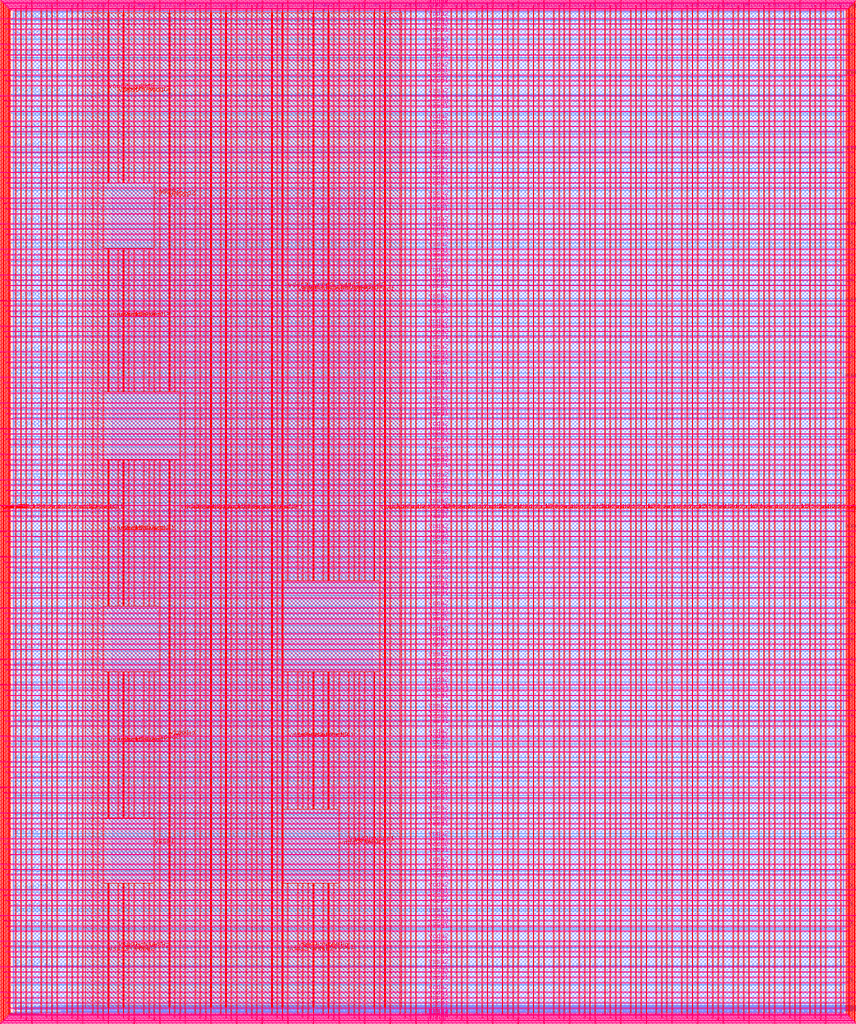
<source format=lef>
VERSION 5.7 ;
  NOWIREEXTENSIONATPIN ON ;
  DIVIDERCHAR "/" ;
  BUSBITCHARS "[]" ;
MACRO user_project_wrapper
  CLASS BLOCK ;
  FOREIGN user_project_wrapper ;
  ORIGIN 0.000 0.000 ;
  SIZE 2920.000 BY 3520.000 ;
  PIN analog_io[0]
    DIRECTION INOUT ;
    USE SIGNAL ;
    PORT
      LAYER met3 ;
        RECT 2917.600 1426.380 2924.800 1427.580 ;
    END
  END analog_io[0]
  PIN analog_io[10]
    DIRECTION INOUT ;
    USE SIGNAL ;
    PORT
      LAYER met2 ;
        RECT 2230.490 3517.600 2231.050 3524.800 ;
    END
  END analog_io[10]
  PIN analog_io[11]
    DIRECTION INOUT ;
    USE SIGNAL ;
    PORT
      LAYER met2 ;
        RECT 1905.730 3517.600 1906.290 3524.800 ;
    END
  END analog_io[11]
  PIN analog_io[12]
    DIRECTION INOUT ;
    USE SIGNAL ;
    PORT
      LAYER met2 ;
        RECT 1581.430 3517.600 1581.990 3524.800 ;
    END
  END analog_io[12]
  PIN analog_io[13]
    DIRECTION INOUT ;
    USE SIGNAL ;
    PORT
      LAYER met2 ;
        RECT 1257.130 3517.600 1257.690 3524.800 ;
    END
  END analog_io[13]
  PIN analog_io[14]
    DIRECTION INOUT ;
    USE SIGNAL ;
    PORT
      LAYER met2 ;
        RECT 932.370 3517.600 932.930 3524.800 ;
    END
  END analog_io[14]
  PIN analog_io[15]
    DIRECTION INOUT ;
    USE SIGNAL ;
    PORT
      LAYER met2 ;
        RECT 608.070 3517.600 608.630 3524.800 ;
    END
  END analog_io[15]
  PIN analog_io[16]
    DIRECTION INOUT ;
    USE SIGNAL ;
    PORT
      LAYER met2 ;
        RECT 283.770 3517.600 284.330 3524.800 ;
    END
  END analog_io[16]
  PIN analog_io[17]
    DIRECTION INOUT ;
    USE SIGNAL ;
    PORT
      LAYER met3 ;
        RECT -4.800 3486.100 2.400 3487.300 ;
    END
  END analog_io[17]
  PIN analog_io[18]
    DIRECTION INOUT ;
    USE SIGNAL ;
    PORT
      LAYER met3 ;
        RECT -4.800 3224.980 2.400 3226.180 ;
    END
  END analog_io[18]
  PIN analog_io[19]
    DIRECTION INOUT ;
    USE SIGNAL ;
    PORT
      LAYER met3 ;
        RECT -4.800 2964.540 2.400 2965.740 ;
    END
  END analog_io[19]
  PIN analog_io[1]
    DIRECTION INOUT ;
    USE SIGNAL ;
    PORT
      LAYER met3 ;
        RECT 2917.600 1692.260 2924.800 1693.460 ;
    END
  END analog_io[1]
  PIN analog_io[20]
    DIRECTION INOUT ;
    USE SIGNAL ;
    PORT
      LAYER met3 ;
        RECT -4.800 2703.420 2.400 2704.620 ;
    END
  END analog_io[20]
  PIN analog_io[21]
    DIRECTION INOUT ;
    USE SIGNAL ;
    PORT
      LAYER met3 ;
        RECT -4.800 2442.980 2.400 2444.180 ;
    END
  END analog_io[21]
  PIN analog_io[22]
    DIRECTION INOUT ;
    USE SIGNAL ;
    PORT
      LAYER met3 ;
        RECT -4.800 2182.540 2.400 2183.740 ;
    END
  END analog_io[22]
  PIN analog_io[23]
    DIRECTION INOUT ;
    USE SIGNAL ;
    PORT
      LAYER met3 ;
        RECT -4.800 1921.420 2.400 1922.620 ;
    END
  END analog_io[23]
  PIN analog_io[24]
    DIRECTION INOUT ;
    USE SIGNAL ;
    PORT
      LAYER met3 ;
        RECT -4.800 1660.980 2.400 1662.180 ;
    END
  END analog_io[24]
  PIN analog_io[25]
    DIRECTION INOUT ;
    USE SIGNAL ;
    PORT
      LAYER met3 ;
        RECT -4.800 1399.860 2.400 1401.060 ;
    END
  END analog_io[25]
  PIN analog_io[26]
    DIRECTION INOUT ;
    USE SIGNAL ;
    PORT
      LAYER met3 ;
        RECT -4.800 1139.420 2.400 1140.620 ;
    END
  END analog_io[26]
  PIN analog_io[27]
    DIRECTION INOUT ;
    USE SIGNAL ;
    PORT
      LAYER met3 ;
        RECT -4.800 878.980 2.400 880.180 ;
    END
  END analog_io[27]
  PIN analog_io[28]
    DIRECTION INOUT ;
    USE SIGNAL ;
    PORT
      LAYER met3 ;
        RECT -4.800 617.860 2.400 619.060 ;
    END
  END analog_io[28]
  PIN analog_io[2]
    DIRECTION INOUT ;
    USE SIGNAL ;
    PORT
      LAYER met3 ;
        RECT 2917.600 1958.140 2924.800 1959.340 ;
    END
  END analog_io[2]
  PIN analog_io[3]
    DIRECTION INOUT ;
    USE SIGNAL ;
    PORT
      LAYER met3 ;
        RECT 2917.600 2223.340 2924.800 2224.540 ;
    END
  END analog_io[3]
  PIN analog_io[4]
    DIRECTION INOUT ;
    USE SIGNAL ;
    PORT
      LAYER met3 ;
        RECT 2917.600 2489.220 2924.800 2490.420 ;
    END
  END analog_io[4]
  PIN analog_io[5]
    DIRECTION INOUT ;
    USE SIGNAL ;
    PORT
      LAYER met3 ;
        RECT 2917.600 2755.100 2924.800 2756.300 ;
    END
  END analog_io[5]
  PIN analog_io[6]
    DIRECTION INOUT ;
    USE SIGNAL ;
    PORT
      LAYER met3 ;
        RECT 2917.600 3020.300 2924.800 3021.500 ;
    END
  END analog_io[6]
  PIN analog_io[7]
    DIRECTION INOUT ;
    USE SIGNAL ;
    PORT
      LAYER met3 ;
        RECT 2917.600 3286.180 2924.800 3287.380 ;
    END
  END analog_io[7]
  PIN analog_io[8]
    DIRECTION INOUT ;
    USE SIGNAL ;
    PORT
      LAYER met2 ;
        RECT 2879.090 3517.600 2879.650 3524.800 ;
    END
  END analog_io[8]
  PIN analog_io[9]
    DIRECTION INOUT ;
    USE SIGNAL ;
    PORT
      LAYER met2 ;
        RECT 2554.790 3517.600 2555.350 3524.800 ;
    END
  END analog_io[9]
  PIN io_in[0]
    DIRECTION INPUT ;
    USE SIGNAL ;
    PORT
      LAYER met3 ;
        RECT 2917.600 32.380 2924.800 33.580 ;
    END
  END io_in[0]
  PIN io_in[10]
    DIRECTION INPUT ;
    USE SIGNAL ;
    PORT
      LAYER met3 ;
        RECT 2917.600 2289.980 2924.800 2291.180 ;
    END
  END io_in[10]
  PIN io_in[11]
    DIRECTION INPUT ;
    USE SIGNAL ;
    PORT
      LAYER met3 ;
        RECT 2917.600 2555.860 2924.800 2557.060 ;
    END
  END io_in[11]
  PIN io_in[12]
    DIRECTION INPUT ;
    USE SIGNAL ;
    PORT
      LAYER met3 ;
        RECT 2917.600 2821.060 2924.800 2822.260 ;
    END
  END io_in[12]
  PIN io_in[13]
    DIRECTION INPUT ;
    USE SIGNAL ;
    PORT
      LAYER met3 ;
        RECT 2917.600 3086.940 2924.800 3088.140 ;
    END
  END io_in[13]
  PIN io_in[14]
    DIRECTION INPUT ;
    USE SIGNAL ;
    PORT
      LAYER met3 ;
        RECT 2917.600 3352.820 2924.800 3354.020 ;
    END
  END io_in[14]
  PIN io_in[15]
    DIRECTION INPUT ;
    USE SIGNAL ;
    PORT
      LAYER met2 ;
        RECT 2798.130 3517.600 2798.690 3524.800 ;
    END
  END io_in[15]
  PIN io_in[16]
    DIRECTION INPUT ;
    USE SIGNAL ;
    PORT
      LAYER met2 ;
        RECT 2473.830 3517.600 2474.390 3524.800 ;
    END
  END io_in[16]
  PIN io_in[17]
    DIRECTION INPUT ;
    USE SIGNAL ;
    PORT
      LAYER met2 ;
        RECT 2149.070 3517.600 2149.630 3524.800 ;
    END
  END io_in[17]
  PIN io_in[18]
    DIRECTION INPUT ;
    USE SIGNAL ;
    PORT
      LAYER met2 ;
        RECT 1824.770 3517.600 1825.330 3524.800 ;
    END
  END io_in[18]
  PIN io_in[19]
    DIRECTION INPUT ;
    USE SIGNAL ;
    PORT
      LAYER met2 ;
        RECT 1500.470 3517.600 1501.030 3524.800 ;
    END
  END io_in[19]
  PIN io_in[1]
    DIRECTION INPUT ;
    USE SIGNAL ;
    PORT
      LAYER met3 ;
        RECT 2917.600 230.940 2924.800 232.140 ;
    END
  END io_in[1]
  PIN io_in[20]
    DIRECTION INPUT ;
    USE SIGNAL ;
    PORT
      LAYER met2 ;
        RECT 1175.710 3517.600 1176.270 3524.800 ;
    END
  END io_in[20]
  PIN io_in[21]
    DIRECTION INPUT ;
    USE SIGNAL ;
    PORT
      LAYER met2 ;
        RECT 851.410 3517.600 851.970 3524.800 ;
    END
  END io_in[21]
  PIN io_in[22]
    DIRECTION INPUT ;
    USE SIGNAL ;
    PORT
      LAYER met2 ;
        RECT 527.110 3517.600 527.670 3524.800 ;
    END
  END io_in[22]
  PIN io_in[23]
    DIRECTION INPUT ;
    USE SIGNAL ;
    PORT
      LAYER met2 ;
        RECT 202.350 3517.600 202.910 3524.800 ;
    END
  END io_in[23]
  PIN io_in[24]
    DIRECTION INPUT ;
    USE SIGNAL ;
    PORT
      LAYER met3 ;
        RECT -4.800 3420.820 2.400 3422.020 ;
    END
  END io_in[24]
  PIN io_in[25]
    DIRECTION INPUT ;
    USE SIGNAL ;
    PORT
      LAYER met3 ;
        RECT -4.800 3159.700 2.400 3160.900 ;
    END
  END io_in[25]
  PIN io_in[26]
    DIRECTION INPUT ;
    USE SIGNAL ;
    PORT
      LAYER met3 ;
        RECT -4.800 2899.260 2.400 2900.460 ;
    END
  END io_in[26]
  PIN io_in[27]
    DIRECTION INPUT ;
    USE SIGNAL ;
    PORT
      LAYER met3 ;
        RECT -4.800 2638.820 2.400 2640.020 ;
    END
  END io_in[27]
  PIN io_in[28]
    DIRECTION INPUT ;
    USE SIGNAL ;
    PORT
      LAYER met3 ;
        RECT -4.800 2377.700 2.400 2378.900 ;
    END
  END io_in[28]
  PIN io_in[29]
    DIRECTION INPUT ;
    USE SIGNAL ;
    PORT
      LAYER met3 ;
        RECT -4.800 2117.260 2.400 2118.460 ;
    END
  END io_in[29]
  PIN io_in[2]
    DIRECTION INPUT ;
    USE SIGNAL ;
    PORT
      LAYER met3 ;
        RECT 2917.600 430.180 2924.800 431.380 ;
    END
  END io_in[2]
  PIN io_in[30]
    DIRECTION INPUT ;
    USE SIGNAL ;
    PORT
      LAYER met3 ;
        RECT -4.800 1856.140 2.400 1857.340 ;
    END
  END io_in[30]
  PIN io_in[31]
    DIRECTION INPUT ;
    USE SIGNAL ;
    PORT
      LAYER met3 ;
        RECT -4.800 1595.700 2.400 1596.900 ;
    END
  END io_in[31]
  PIN io_in[32]
    DIRECTION INPUT ;
    USE SIGNAL ;
    PORT
      LAYER met3 ;
        RECT -4.800 1335.260 2.400 1336.460 ;
    END
  END io_in[32]
  PIN io_in[33]
    DIRECTION INPUT ;
    USE SIGNAL ;
    PORT
      LAYER met3 ;
        RECT -4.800 1074.140 2.400 1075.340 ;
    END
  END io_in[33]
  PIN io_in[34]
    DIRECTION INPUT ;
    USE SIGNAL ;
    PORT
      LAYER met3 ;
        RECT -4.800 813.700 2.400 814.900 ;
    END
  END io_in[34]
  PIN io_in[35]
    DIRECTION INPUT ;
    USE SIGNAL ;
    PORT
      LAYER met3 ;
        RECT -4.800 552.580 2.400 553.780 ;
    END
  END io_in[35]
  PIN io_in[36]
    DIRECTION INPUT ;
    USE SIGNAL ;
    PORT
      LAYER met3 ;
        RECT -4.800 357.420 2.400 358.620 ;
    END
  END io_in[36]
  PIN io_in[37]
    DIRECTION INPUT ;
    USE SIGNAL ;
    PORT
      LAYER met3 ;
        RECT -4.800 161.580 2.400 162.780 ;
    END
  END io_in[37]
  PIN io_in[3]
    DIRECTION INPUT ;
    USE SIGNAL ;
    PORT
      LAYER met3 ;
        RECT 2917.600 629.420 2924.800 630.620 ;
    END
  END io_in[3]
  PIN io_in[4]
    DIRECTION INPUT ;
    USE SIGNAL ;
    PORT
      LAYER met3 ;
        RECT 2917.600 828.660 2924.800 829.860 ;
    END
  END io_in[4]
  PIN io_in[5]
    DIRECTION INPUT ;
    USE SIGNAL ;
    PORT
      LAYER met3 ;
        RECT 2917.600 1027.900 2924.800 1029.100 ;
    END
  END io_in[5]
  PIN io_in[6]
    DIRECTION INPUT ;
    USE SIGNAL ;
    PORT
      LAYER met3 ;
        RECT 2917.600 1227.140 2924.800 1228.340 ;
    END
  END io_in[6]
  PIN io_in[7]
    DIRECTION INPUT ;
    USE SIGNAL ;
    PORT
      LAYER met3 ;
        RECT 2917.600 1493.020 2924.800 1494.220 ;
    END
  END io_in[7]
  PIN io_in[8]
    DIRECTION INPUT ;
    USE SIGNAL ;
    PORT
      LAYER met3 ;
        RECT 2917.600 1758.900 2924.800 1760.100 ;
    END
  END io_in[8]
  PIN io_in[9]
    DIRECTION INPUT ;
    USE SIGNAL ;
    PORT
      LAYER met3 ;
        RECT 2917.600 2024.100 2924.800 2025.300 ;
    END
  END io_in[9]
  PIN io_oeb[0]
    DIRECTION OUTPUT TRISTATE ;
    USE SIGNAL ;
    PORT
      LAYER met3 ;
        RECT 2917.600 164.980 2924.800 166.180 ;
    END
  END io_oeb[0]
  PIN io_oeb[10]
    DIRECTION OUTPUT TRISTATE ;
    USE SIGNAL ;
    PORT
      LAYER met3 ;
        RECT 2917.600 2422.580 2924.800 2423.780 ;
    END
  END io_oeb[10]
  PIN io_oeb[11]
    DIRECTION OUTPUT TRISTATE ;
    USE SIGNAL ;
    PORT
      LAYER met3 ;
        RECT 2917.600 2688.460 2924.800 2689.660 ;
    END
  END io_oeb[11]
  PIN io_oeb[12]
    DIRECTION OUTPUT TRISTATE ;
    USE SIGNAL ;
    PORT
      LAYER met3 ;
        RECT 2917.600 2954.340 2924.800 2955.540 ;
    END
  END io_oeb[12]
  PIN io_oeb[13]
    DIRECTION OUTPUT TRISTATE ;
    USE SIGNAL ;
    PORT
      LAYER met3 ;
        RECT 2917.600 3219.540 2924.800 3220.740 ;
    END
  END io_oeb[13]
  PIN io_oeb[14]
    DIRECTION OUTPUT TRISTATE ;
    USE SIGNAL ;
    PORT
      LAYER met3 ;
        RECT 2917.600 3485.420 2924.800 3486.620 ;
    END
  END io_oeb[14]
  PIN io_oeb[15]
    DIRECTION OUTPUT TRISTATE ;
    USE SIGNAL ;
    PORT
      LAYER met2 ;
        RECT 2635.750 3517.600 2636.310 3524.800 ;
    END
  END io_oeb[15]
  PIN io_oeb[16]
    DIRECTION OUTPUT TRISTATE ;
    USE SIGNAL ;
    PORT
      LAYER met2 ;
        RECT 2311.450 3517.600 2312.010 3524.800 ;
    END
  END io_oeb[16]
  PIN io_oeb[17]
    DIRECTION OUTPUT TRISTATE ;
    USE SIGNAL ;
    PORT
      LAYER met2 ;
        RECT 1987.150 3517.600 1987.710 3524.800 ;
    END
  END io_oeb[17]
  PIN io_oeb[18]
    DIRECTION OUTPUT TRISTATE ;
    USE SIGNAL ;
    PORT
      LAYER met2 ;
        RECT 1662.390 3517.600 1662.950 3524.800 ;
    END
  END io_oeb[18]
  PIN io_oeb[19]
    DIRECTION OUTPUT TRISTATE ;
    USE SIGNAL ;
    PORT
      LAYER met2 ;
        RECT 1338.090 3517.600 1338.650 3524.800 ;
    END
  END io_oeb[19]
  PIN io_oeb[1]
    DIRECTION OUTPUT TRISTATE ;
    USE SIGNAL ;
    PORT
      LAYER met3 ;
        RECT 2917.600 364.220 2924.800 365.420 ;
    END
  END io_oeb[1]
  PIN io_oeb[20]
    DIRECTION OUTPUT TRISTATE ;
    USE SIGNAL ;
    PORT
      LAYER met2 ;
        RECT 1013.790 3517.600 1014.350 3524.800 ;
    END
  END io_oeb[20]
  PIN io_oeb[21]
    DIRECTION OUTPUT TRISTATE ;
    USE SIGNAL ;
    PORT
      LAYER met2 ;
        RECT 689.030 3517.600 689.590 3524.800 ;
    END
  END io_oeb[21]
  PIN io_oeb[22]
    DIRECTION OUTPUT TRISTATE ;
    USE SIGNAL ;
    PORT
      LAYER met2 ;
        RECT 364.730 3517.600 365.290 3524.800 ;
    END
  END io_oeb[22]
  PIN io_oeb[23]
    DIRECTION OUTPUT TRISTATE ;
    USE SIGNAL ;
    PORT
      LAYER met2 ;
        RECT 40.430 3517.600 40.990 3524.800 ;
    END
  END io_oeb[23]
  PIN io_oeb[24]
    DIRECTION OUTPUT TRISTATE ;
    USE SIGNAL ;
    PORT
      LAYER met3 ;
        RECT -4.800 3290.260 2.400 3291.460 ;
    END
  END io_oeb[24]
  PIN io_oeb[25]
    DIRECTION OUTPUT TRISTATE ;
    USE SIGNAL ;
    PORT
      LAYER met3 ;
        RECT -4.800 3029.820 2.400 3031.020 ;
    END
  END io_oeb[25]
  PIN io_oeb[26]
    DIRECTION OUTPUT TRISTATE ;
    USE SIGNAL ;
    PORT
      LAYER met3 ;
        RECT -4.800 2768.700 2.400 2769.900 ;
    END
  END io_oeb[26]
  PIN io_oeb[27]
    DIRECTION OUTPUT TRISTATE ;
    USE SIGNAL ;
    PORT
      LAYER met3 ;
        RECT -4.800 2508.260 2.400 2509.460 ;
    END
  END io_oeb[27]
  PIN io_oeb[28]
    DIRECTION OUTPUT TRISTATE ;
    USE SIGNAL ;
    PORT
      LAYER met3 ;
        RECT -4.800 2247.140 2.400 2248.340 ;
    END
  END io_oeb[28]
  PIN io_oeb[29]
    DIRECTION OUTPUT TRISTATE ;
    USE SIGNAL ;
    PORT
      LAYER met3 ;
        RECT -4.800 1986.700 2.400 1987.900 ;
    END
  END io_oeb[29]
  PIN io_oeb[2]
    DIRECTION OUTPUT TRISTATE ;
    USE SIGNAL ;
    PORT
      LAYER met3 ;
        RECT 2917.600 563.460 2924.800 564.660 ;
    END
  END io_oeb[2]
  PIN io_oeb[30]
    DIRECTION OUTPUT TRISTATE ;
    USE SIGNAL ;
    PORT
      LAYER met3 ;
        RECT -4.800 1726.260 2.400 1727.460 ;
    END
  END io_oeb[30]
  PIN io_oeb[31]
    DIRECTION OUTPUT TRISTATE ;
    USE SIGNAL ;
    PORT
      LAYER met3 ;
        RECT -4.800 1465.140 2.400 1466.340 ;
    END
  END io_oeb[31]
  PIN io_oeb[32]
    DIRECTION OUTPUT TRISTATE ;
    USE SIGNAL ;
    PORT
      LAYER met3 ;
        RECT -4.800 1204.700 2.400 1205.900 ;
    END
  END io_oeb[32]
  PIN io_oeb[33]
    DIRECTION OUTPUT TRISTATE ;
    USE SIGNAL ;
    PORT
      LAYER met3 ;
        RECT -4.800 943.580 2.400 944.780 ;
    END
  END io_oeb[33]
  PIN io_oeb[34]
    DIRECTION OUTPUT TRISTATE ;
    USE SIGNAL ;
    PORT
      LAYER met3 ;
        RECT -4.800 683.140 2.400 684.340 ;
    END
  END io_oeb[34]
  PIN io_oeb[35]
    DIRECTION OUTPUT TRISTATE ;
    USE SIGNAL ;
    PORT
      LAYER met3 ;
        RECT -4.800 422.700 2.400 423.900 ;
    END
  END io_oeb[35]
  PIN io_oeb[36]
    DIRECTION OUTPUT TRISTATE ;
    USE SIGNAL ;
    PORT
      LAYER met3 ;
        RECT -4.800 226.860 2.400 228.060 ;
    END
  END io_oeb[36]
  PIN io_oeb[37]
    DIRECTION OUTPUT TRISTATE ;
    USE SIGNAL ;
    PORT
      LAYER met3 ;
        RECT -4.800 31.700 2.400 32.900 ;
    END
  END io_oeb[37]
  PIN io_oeb[3]
    DIRECTION OUTPUT TRISTATE ;
    USE SIGNAL ;
    PORT
      LAYER met3 ;
        RECT 2917.600 762.700 2924.800 763.900 ;
    END
  END io_oeb[3]
  PIN io_oeb[4]
    DIRECTION OUTPUT TRISTATE ;
    USE SIGNAL ;
    PORT
      LAYER met3 ;
        RECT 2917.600 961.940 2924.800 963.140 ;
    END
  END io_oeb[4]
  PIN io_oeb[5]
    DIRECTION OUTPUT TRISTATE ;
    USE SIGNAL ;
    PORT
      LAYER met3 ;
        RECT 2917.600 1161.180 2924.800 1162.380 ;
    END
  END io_oeb[5]
  PIN io_oeb[6]
    DIRECTION OUTPUT TRISTATE ;
    USE SIGNAL ;
    PORT
      LAYER met3 ;
        RECT 2917.600 1360.420 2924.800 1361.620 ;
    END
  END io_oeb[6]
  PIN io_oeb[7]
    DIRECTION OUTPUT TRISTATE ;
    USE SIGNAL ;
    PORT
      LAYER met3 ;
        RECT 2917.600 1625.620 2924.800 1626.820 ;
    END
  END io_oeb[7]
  PIN io_oeb[8]
    DIRECTION OUTPUT TRISTATE ;
    USE SIGNAL ;
    PORT
      LAYER met3 ;
        RECT 2917.600 1891.500 2924.800 1892.700 ;
    END
  END io_oeb[8]
  PIN io_oeb[9]
    DIRECTION OUTPUT TRISTATE ;
    USE SIGNAL ;
    PORT
      LAYER met3 ;
        RECT 2917.600 2157.380 2924.800 2158.580 ;
    END
  END io_oeb[9]
  PIN io_out[0]
    DIRECTION OUTPUT TRISTATE ;
    USE SIGNAL ;
    PORT
      LAYER met3 ;
        RECT 2917.600 98.340 2924.800 99.540 ;
    END
  END io_out[0]
  PIN io_out[10]
    DIRECTION OUTPUT TRISTATE ;
    USE SIGNAL ;
    PORT
      LAYER met3 ;
        RECT 2917.600 2356.620 2924.800 2357.820 ;
    END
  END io_out[10]
  PIN io_out[11]
    DIRECTION OUTPUT TRISTATE ;
    USE SIGNAL ;
    PORT
      LAYER met3 ;
        RECT 2917.600 2621.820 2924.800 2623.020 ;
    END
  END io_out[11]
  PIN io_out[12]
    DIRECTION OUTPUT TRISTATE ;
    USE SIGNAL ;
    PORT
      LAYER met3 ;
        RECT 2917.600 2887.700 2924.800 2888.900 ;
    END
  END io_out[12]
  PIN io_out[13]
    DIRECTION OUTPUT TRISTATE ;
    USE SIGNAL ;
    PORT
      LAYER met3 ;
        RECT 2917.600 3153.580 2924.800 3154.780 ;
    END
  END io_out[13]
  PIN io_out[14]
    DIRECTION OUTPUT TRISTATE ;
    USE SIGNAL ;
    PORT
      LAYER met3 ;
        RECT 2917.600 3418.780 2924.800 3419.980 ;
    END
  END io_out[14]
  PIN io_out[15]
    DIRECTION OUTPUT TRISTATE ;
    USE SIGNAL ;
    PORT
      LAYER met2 ;
        RECT 2717.170 3517.600 2717.730 3524.800 ;
    END
  END io_out[15]
  PIN io_out[16]
    DIRECTION OUTPUT TRISTATE ;
    USE SIGNAL ;
    PORT
      LAYER met2 ;
        RECT 2392.410 3517.600 2392.970 3524.800 ;
    END
  END io_out[16]
  PIN io_out[17]
    DIRECTION OUTPUT TRISTATE ;
    USE SIGNAL ;
    PORT
      LAYER met2 ;
        RECT 2068.110 3517.600 2068.670 3524.800 ;
    END
  END io_out[17]
  PIN io_out[18]
    DIRECTION OUTPUT TRISTATE ;
    USE SIGNAL ;
    PORT
      LAYER met2 ;
        RECT 1743.810 3517.600 1744.370 3524.800 ;
    END
  END io_out[18]
  PIN io_out[19]
    DIRECTION OUTPUT TRISTATE ;
    USE SIGNAL ;
    PORT
      LAYER met2 ;
        RECT 1419.050 3517.600 1419.610 3524.800 ;
    END
  END io_out[19]
  PIN io_out[1]
    DIRECTION OUTPUT TRISTATE ;
    USE SIGNAL ;
    PORT
      LAYER met3 ;
        RECT 2917.600 297.580 2924.800 298.780 ;
    END
  END io_out[1]
  PIN io_out[20]
    DIRECTION OUTPUT TRISTATE ;
    USE SIGNAL ;
    PORT
      LAYER met2 ;
        RECT 1094.750 3517.600 1095.310 3524.800 ;
    END
  END io_out[20]
  PIN io_out[21]
    DIRECTION OUTPUT TRISTATE ;
    USE SIGNAL ;
    PORT
      LAYER met2 ;
        RECT 770.450 3517.600 771.010 3524.800 ;
    END
  END io_out[21]
  PIN io_out[22]
    DIRECTION OUTPUT TRISTATE ;
    USE SIGNAL ;
    PORT
      LAYER met2 ;
        RECT 445.690 3517.600 446.250 3524.800 ;
    END
  END io_out[22]
  PIN io_out[23]
    DIRECTION OUTPUT TRISTATE ;
    USE SIGNAL ;
    PORT
      LAYER met2 ;
        RECT 121.390 3517.600 121.950 3524.800 ;
    END
  END io_out[23]
  PIN io_out[24]
    DIRECTION OUTPUT TRISTATE ;
    USE SIGNAL ;
    PORT
      LAYER met3 ;
        RECT -4.800 3355.540 2.400 3356.740 ;
    END
  END io_out[24]
  PIN io_out[25]
    DIRECTION OUTPUT TRISTATE ;
    USE SIGNAL ;
    PORT
      LAYER met3 ;
        RECT -4.800 3095.100 2.400 3096.300 ;
    END
  END io_out[25]
  PIN io_out[26]
    DIRECTION OUTPUT TRISTATE ;
    USE SIGNAL ;
    PORT
      LAYER met3 ;
        RECT -4.800 2833.980 2.400 2835.180 ;
    END
  END io_out[26]
  PIN io_out[27]
    DIRECTION OUTPUT TRISTATE ;
    USE SIGNAL ;
    PORT
      LAYER met3 ;
        RECT -4.800 2573.540 2.400 2574.740 ;
    END
  END io_out[27]
  PIN io_out[28]
    DIRECTION OUTPUT TRISTATE ;
    USE SIGNAL ;
    PORT
      LAYER met3 ;
        RECT -4.800 2312.420 2.400 2313.620 ;
    END
  END io_out[28]
  PIN io_out[29]
    DIRECTION OUTPUT TRISTATE ;
    USE SIGNAL ;
    PORT
      LAYER met3 ;
        RECT -4.800 2051.980 2.400 2053.180 ;
    END
  END io_out[29]
  PIN io_out[2]
    DIRECTION OUTPUT TRISTATE ;
    USE SIGNAL ;
    PORT
      LAYER met3 ;
        RECT 2917.600 496.820 2924.800 498.020 ;
    END
  END io_out[2]
  PIN io_out[30]
    DIRECTION OUTPUT TRISTATE ;
    USE SIGNAL ;
    PORT
      LAYER met3 ;
        RECT -4.800 1791.540 2.400 1792.740 ;
    END
  END io_out[30]
  PIN io_out[31]
    DIRECTION OUTPUT TRISTATE ;
    USE SIGNAL ;
    PORT
      LAYER met3 ;
        RECT -4.800 1530.420 2.400 1531.620 ;
    END
  END io_out[31]
  PIN io_out[32]
    DIRECTION OUTPUT TRISTATE ;
    USE SIGNAL ;
    PORT
      LAYER met3 ;
        RECT -4.800 1269.980 2.400 1271.180 ;
    END
  END io_out[32]
  PIN io_out[33]
    DIRECTION OUTPUT TRISTATE ;
    USE SIGNAL ;
    PORT
      LAYER met3 ;
        RECT -4.800 1008.860 2.400 1010.060 ;
    END
  END io_out[33]
  PIN io_out[34]
    DIRECTION OUTPUT TRISTATE ;
    USE SIGNAL ;
    PORT
      LAYER met3 ;
        RECT -4.800 748.420 2.400 749.620 ;
    END
  END io_out[34]
  PIN io_out[35]
    DIRECTION OUTPUT TRISTATE ;
    USE SIGNAL ;
    PORT
      LAYER met3 ;
        RECT -4.800 487.300 2.400 488.500 ;
    END
  END io_out[35]
  PIN io_out[36]
    DIRECTION OUTPUT TRISTATE ;
    USE SIGNAL ;
    PORT
      LAYER met3 ;
        RECT -4.800 292.140 2.400 293.340 ;
    END
  END io_out[36]
  PIN io_out[37]
    DIRECTION OUTPUT TRISTATE ;
    USE SIGNAL ;
    PORT
      LAYER met3 ;
        RECT -4.800 96.300 2.400 97.500 ;
    END
  END io_out[37]
  PIN io_out[3]
    DIRECTION OUTPUT TRISTATE ;
    USE SIGNAL ;
    PORT
      LAYER met3 ;
        RECT 2917.600 696.060 2924.800 697.260 ;
    END
  END io_out[3]
  PIN io_out[4]
    DIRECTION OUTPUT TRISTATE ;
    USE SIGNAL ;
    PORT
      LAYER met3 ;
        RECT 2917.600 895.300 2924.800 896.500 ;
    END
  END io_out[4]
  PIN io_out[5]
    DIRECTION OUTPUT TRISTATE ;
    USE SIGNAL ;
    PORT
      LAYER met3 ;
        RECT 2917.600 1094.540 2924.800 1095.740 ;
    END
  END io_out[5]
  PIN io_out[6]
    DIRECTION OUTPUT TRISTATE ;
    USE SIGNAL ;
    PORT
      LAYER met3 ;
        RECT 2917.600 1293.780 2924.800 1294.980 ;
    END
  END io_out[6]
  PIN io_out[7]
    DIRECTION OUTPUT TRISTATE ;
    USE SIGNAL ;
    PORT
      LAYER met3 ;
        RECT 2917.600 1559.660 2924.800 1560.860 ;
    END
  END io_out[7]
  PIN io_out[8]
    DIRECTION OUTPUT TRISTATE ;
    USE SIGNAL ;
    PORT
      LAYER met3 ;
        RECT 2917.600 1824.860 2924.800 1826.060 ;
    END
  END io_out[8]
  PIN io_out[9]
    DIRECTION OUTPUT TRISTATE ;
    USE SIGNAL ;
    PORT
      LAYER met3 ;
        RECT 2917.600 2090.740 2924.800 2091.940 ;
    END
  END io_out[9]
  PIN la_data_in[0]
    DIRECTION INPUT ;
    USE SIGNAL ;
    PORT
      LAYER met2 ;
        RECT 629.230 -4.800 629.790 2.400 ;
    END
  END la_data_in[0]
  PIN la_data_in[100]
    DIRECTION INPUT ;
    USE SIGNAL ;
    PORT
      LAYER met2 ;
        RECT 2402.530 -4.800 2403.090 2.400 ;
    END
  END la_data_in[100]
  PIN la_data_in[101]
    DIRECTION INPUT ;
    USE SIGNAL ;
    PORT
      LAYER met2 ;
        RECT 2420.010 -4.800 2420.570 2.400 ;
    END
  END la_data_in[101]
  PIN la_data_in[102]
    DIRECTION INPUT ;
    USE SIGNAL ;
    PORT
      LAYER met2 ;
        RECT 2437.950 -4.800 2438.510 2.400 ;
    END
  END la_data_in[102]
  PIN la_data_in[103]
    DIRECTION INPUT ;
    USE SIGNAL ;
    PORT
      LAYER met2 ;
        RECT 2455.430 -4.800 2455.990 2.400 ;
    END
  END la_data_in[103]
  PIN la_data_in[104]
    DIRECTION INPUT ;
    USE SIGNAL ;
    PORT
      LAYER met2 ;
        RECT 2473.370 -4.800 2473.930 2.400 ;
    END
  END la_data_in[104]
  PIN la_data_in[105]
    DIRECTION INPUT ;
    USE SIGNAL ;
    PORT
      LAYER met2 ;
        RECT 2490.850 -4.800 2491.410 2.400 ;
    END
  END la_data_in[105]
  PIN la_data_in[106]
    DIRECTION INPUT ;
    USE SIGNAL ;
    PORT
      LAYER met2 ;
        RECT 2508.790 -4.800 2509.350 2.400 ;
    END
  END la_data_in[106]
  PIN la_data_in[107]
    DIRECTION INPUT ;
    USE SIGNAL ;
    PORT
      LAYER met2 ;
        RECT 2526.730 -4.800 2527.290 2.400 ;
    END
  END la_data_in[107]
  PIN la_data_in[108]
    DIRECTION INPUT ;
    USE SIGNAL ;
    PORT
      LAYER met2 ;
        RECT 2544.210 -4.800 2544.770 2.400 ;
    END
  END la_data_in[108]
  PIN la_data_in[109]
    DIRECTION INPUT ;
    USE SIGNAL ;
    PORT
      LAYER met2 ;
        RECT 2562.150 -4.800 2562.710 2.400 ;
    END
  END la_data_in[109]
  PIN la_data_in[10]
    DIRECTION INPUT ;
    USE SIGNAL ;
    PORT
      LAYER met2 ;
        RECT 806.330 -4.800 806.890 2.400 ;
    END
  END la_data_in[10]
  PIN la_data_in[110]
    DIRECTION INPUT ;
    USE SIGNAL ;
    PORT
      LAYER met2 ;
        RECT 2579.630 -4.800 2580.190 2.400 ;
    END
  END la_data_in[110]
  PIN la_data_in[111]
    DIRECTION INPUT ;
    USE SIGNAL ;
    PORT
      LAYER met2 ;
        RECT 2597.570 -4.800 2598.130 2.400 ;
    END
  END la_data_in[111]
  PIN la_data_in[112]
    DIRECTION INPUT ;
    USE SIGNAL ;
    PORT
      LAYER met2 ;
        RECT 2615.050 -4.800 2615.610 2.400 ;
    END
  END la_data_in[112]
  PIN la_data_in[113]
    DIRECTION INPUT ;
    USE SIGNAL ;
    PORT
      LAYER met2 ;
        RECT 2632.990 -4.800 2633.550 2.400 ;
    END
  END la_data_in[113]
  PIN la_data_in[114]
    DIRECTION INPUT ;
    USE SIGNAL ;
    PORT
      LAYER met2 ;
        RECT 2650.470 -4.800 2651.030 2.400 ;
    END
  END la_data_in[114]
  PIN la_data_in[115]
    DIRECTION INPUT ;
    USE SIGNAL ;
    PORT
      LAYER met2 ;
        RECT 2668.410 -4.800 2668.970 2.400 ;
    END
  END la_data_in[115]
  PIN la_data_in[116]
    DIRECTION INPUT ;
    USE SIGNAL ;
    PORT
      LAYER met2 ;
        RECT 2685.890 -4.800 2686.450 2.400 ;
    END
  END la_data_in[116]
  PIN la_data_in[117]
    DIRECTION INPUT ;
    USE SIGNAL ;
    PORT
      LAYER met2 ;
        RECT 2703.830 -4.800 2704.390 2.400 ;
    END
  END la_data_in[117]
  PIN la_data_in[118]
    DIRECTION INPUT ;
    USE SIGNAL ;
    PORT
      LAYER met2 ;
        RECT 2721.770 -4.800 2722.330 2.400 ;
    END
  END la_data_in[118]
  PIN la_data_in[119]
    DIRECTION INPUT ;
    USE SIGNAL ;
    PORT
      LAYER met2 ;
        RECT 2739.250 -4.800 2739.810 2.400 ;
    END
  END la_data_in[119]
  PIN la_data_in[11]
    DIRECTION INPUT ;
    USE SIGNAL ;
    PORT
      LAYER met2 ;
        RECT 824.270 -4.800 824.830 2.400 ;
    END
  END la_data_in[11]
  PIN la_data_in[120]
    DIRECTION INPUT ;
    USE SIGNAL ;
    PORT
      LAYER met2 ;
        RECT 2757.190 -4.800 2757.750 2.400 ;
    END
  END la_data_in[120]
  PIN la_data_in[121]
    DIRECTION INPUT ;
    USE SIGNAL ;
    PORT
      LAYER met2 ;
        RECT 2774.670 -4.800 2775.230 2.400 ;
    END
  END la_data_in[121]
  PIN la_data_in[122]
    DIRECTION INPUT ;
    USE SIGNAL ;
    PORT
      LAYER met2 ;
        RECT 2792.610 -4.800 2793.170 2.400 ;
    END
  END la_data_in[122]
  PIN la_data_in[123]
    DIRECTION INPUT ;
    USE SIGNAL ;
    PORT
      LAYER met2 ;
        RECT 2810.090 -4.800 2810.650 2.400 ;
    END
  END la_data_in[123]
  PIN la_data_in[124]
    DIRECTION INPUT ;
    USE SIGNAL ;
    PORT
      LAYER met2 ;
        RECT 2828.030 -4.800 2828.590 2.400 ;
    END
  END la_data_in[124]
  PIN la_data_in[125]
    DIRECTION INPUT ;
    USE SIGNAL ;
    PORT
      LAYER met2 ;
        RECT 2845.510 -4.800 2846.070 2.400 ;
    END
  END la_data_in[125]
  PIN la_data_in[126]
    DIRECTION INPUT ;
    USE SIGNAL ;
    PORT
      LAYER met2 ;
        RECT 2863.450 -4.800 2864.010 2.400 ;
    END
  END la_data_in[126]
  PIN la_data_in[127]
    DIRECTION INPUT ;
    USE SIGNAL ;
    PORT
      LAYER met2 ;
        RECT 2881.390 -4.800 2881.950 2.400 ;
    END
  END la_data_in[127]
  PIN la_data_in[12]
    DIRECTION INPUT ;
    USE SIGNAL ;
    PORT
      LAYER met2 ;
        RECT 841.750 -4.800 842.310 2.400 ;
    END
  END la_data_in[12]
  PIN la_data_in[13]
    DIRECTION INPUT ;
    USE SIGNAL ;
    PORT
      LAYER met2 ;
        RECT 859.690 -4.800 860.250 2.400 ;
    END
  END la_data_in[13]
  PIN la_data_in[14]
    DIRECTION INPUT ;
    USE SIGNAL ;
    PORT
      LAYER met2 ;
        RECT 877.170 -4.800 877.730 2.400 ;
    END
  END la_data_in[14]
  PIN la_data_in[15]
    DIRECTION INPUT ;
    USE SIGNAL ;
    PORT
      LAYER met2 ;
        RECT 895.110 -4.800 895.670 2.400 ;
    END
  END la_data_in[15]
  PIN la_data_in[16]
    DIRECTION INPUT ;
    USE SIGNAL ;
    PORT
      LAYER met2 ;
        RECT 912.590 -4.800 913.150 2.400 ;
    END
  END la_data_in[16]
  PIN la_data_in[17]
    DIRECTION INPUT ;
    USE SIGNAL ;
    PORT
      LAYER met2 ;
        RECT 930.530 -4.800 931.090 2.400 ;
    END
  END la_data_in[17]
  PIN la_data_in[18]
    DIRECTION INPUT ;
    USE SIGNAL ;
    PORT
      LAYER met2 ;
        RECT 948.470 -4.800 949.030 2.400 ;
    END
  END la_data_in[18]
  PIN la_data_in[19]
    DIRECTION INPUT ;
    USE SIGNAL ;
    PORT
      LAYER met2 ;
        RECT 965.950 -4.800 966.510 2.400 ;
    END
  END la_data_in[19]
  PIN la_data_in[1]
    DIRECTION INPUT ;
    USE SIGNAL ;
    PORT
      LAYER met2 ;
        RECT 646.710 -4.800 647.270 2.400 ;
    END
  END la_data_in[1]
  PIN la_data_in[20]
    DIRECTION INPUT ;
    USE SIGNAL ;
    PORT
      LAYER met2 ;
        RECT 983.890 -4.800 984.450 2.400 ;
    END
  END la_data_in[20]
  PIN la_data_in[21]
    DIRECTION INPUT ;
    USE SIGNAL ;
    PORT
      LAYER met2 ;
        RECT 1001.370 -4.800 1001.930 2.400 ;
    END
  END la_data_in[21]
  PIN la_data_in[22]
    DIRECTION INPUT ;
    USE SIGNAL ;
    PORT
      LAYER met2 ;
        RECT 1019.310 -4.800 1019.870 2.400 ;
    END
  END la_data_in[22]
  PIN la_data_in[23]
    DIRECTION INPUT ;
    USE SIGNAL ;
    PORT
      LAYER met2 ;
        RECT 1036.790 -4.800 1037.350 2.400 ;
    END
  END la_data_in[23]
  PIN la_data_in[24]
    DIRECTION INPUT ;
    USE SIGNAL ;
    PORT
      LAYER met2 ;
        RECT 1054.730 -4.800 1055.290 2.400 ;
    END
  END la_data_in[24]
  PIN la_data_in[25]
    DIRECTION INPUT ;
    USE SIGNAL ;
    PORT
      LAYER met2 ;
        RECT 1072.210 -4.800 1072.770 2.400 ;
    END
  END la_data_in[25]
  PIN la_data_in[26]
    DIRECTION INPUT ;
    USE SIGNAL ;
    PORT
      LAYER met2 ;
        RECT 1090.150 -4.800 1090.710 2.400 ;
    END
  END la_data_in[26]
  PIN la_data_in[27]
    DIRECTION INPUT ;
    USE SIGNAL ;
    PORT
      LAYER met2 ;
        RECT 1107.630 -4.800 1108.190 2.400 ;
    END
  END la_data_in[27]
  PIN la_data_in[28]
    DIRECTION INPUT ;
    USE SIGNAL ;
    PORT
      LAYER met2 ;
        RECT 1125.570 -4.800 1126.130 2.400 ;
    END
  END la_data_in[28]
  PIN la_data_in[29]
    DIRECTION INPUT ;
    USE SIGNAL ;
    PORT
      LAYER met2 ;
        RECT 1143.510 -4.800 1144.070 2.400 ;
    END
  END la_data_in[29]
  PIN la_data_in[2]
    DIRECTION INPUT ;
    USE SIGNAL ;
    PORT
      LAYER met2 ;
        RECT 664.650 -4.800 665.210 2.400 ;
    END
  END la_data_in[2]
  PIN la_data_in[30]
    DIRECTION INPUT ;
    USE SIGNAL ;
    PORT
      LAYER met2 ;
        RECT 1160.990 -4.800 1161.550 2.400 ;
    END
  END la_data_in[30]
  PIN la_data_in[31]
    DIRECTION INPUT ;
    USE SIGNAL ;
    PORT
      LAYER met2 ;
        RECT 1178.930 -4.800 1179.490 2.400 ;
    END
  END la_data_in[31]
  PIN la_data_in[32]
    DIRECTION INPUT ;
    USE SIGNAL ;
    PORT
      LAYER met2 ;
        RECT 1196.410 -4.800 1196.970 2.400 ;
    END
  END la_data_in[32]
  PIN la_data_in[33]
    DIRECTION INPUT ;
    USE SIGNAL ;
    PORT
      LAYER met2 ;
        RECT 1214.350 -4.800 1214.910 2.400 ;
    END
  END la_data_in[33]
  PIN la_data_in[34]
    DIRECTION INPUT ;
    USE SIGNAL ;
    PORT
      LAYER met2 ;
        RECT 1231.830 -4.800 1232.390 2.400 ;
    END
  END la_data_in[34]
  PIN la_data_in[35]
    DIRECTION INPUT ;
    USE SIGNAL ;
    PORT
      LAYER met2 ;
        RECT 1249.770 -4.800 1250.330 2.400 ;
    END
  END la_data_in[35]
  PIN la_data_in[36]
    DIRECTION INPUT ;
    USE SIGNAL ;
    PORT
      LAYER met2 ;
        RECT 1267.250 -4.800 1267.810 2.400 ;
    END
  END la_data_in[36]
  PIN la_data_in[37]
    DIRECTION INPUT ;
    USE SIGNAL ;
    PORT
      LAYER met2 ;
        RECT 1285.190 -4.800 1285.750 2.400 ;
    END
  END la_data_in[37]
  PIN la_data_in[38]
    DIRECTION INPUT ;
    USE SIGNAL ;
    PORT
      LAYER met2 ;
        RECT 1303.130 -4.800 1303.690 2.400 ;
    END
  END la_data_in[38]
  PIN la_data_in[39]
    DIRECTION INPUT ;
    USE SIGNAL ;
    PORT
      LAYER met2 ;
        RECT 1320.610 -4.800 1321.170 2.400 ;
    END
  END la_data_in[39]
  PIN la_data_in[3]
    DIRECTION INPUT ;
    USE SIGNAL ;
    PORT
      LAYER met2 ;
        RECT 682.130 -4.800 682.690 2.400 ;
    END
  END la_data_in[3]
  PIN la_data_in[40]
    DIRECTION INPUT ;
    USE SIGNAL ;
    PORT
      LAYER met2 ;
        RECT 1338.550 -4.800 1339.110 2.400 ;
    END
  END la_data_in[40]
  PIN la_data_in[41]
    DIRECTION INPUT ;
    USE SIGNAL ;
    PORT
      LAYER met2 ;
        RECT 1356.030 -4.800 1356.590 2.400 ;
    END
  END la_data_in[41]
  PIN la_data_in[42]
    DIRECTION INPUT ;
    USE SIGNAL ;
    PORT
      LAYER met2 ;
        RECT 1373.970 -4.800 1374.530 2.400 ;
    END
  END la_data_in[42]
  PIN la_data_in[43]
    DIRECTION INPUT ;
    USE SIGNAL ;
    PORT
      LAYER met2 ;
        RECT 1391.450 -4.800 1392.010 2.400 ;
    END
  END la_data_in[43]
  PIN la_data_in[44]
    DIRECTION INPUT ;
    USE SIGNAL ;
    PORT
      LAYER met2 ;
        RECT 1409.390 -4.800 1409.950 2.400 ;
    END
  END la_data_in[44]
  PIN la_data_in[45]
    DIRECTION INPUT ;
    USE SIGNAL ;
    PORT
      LAYER met2 ;
        RECT 1426.870 -4.800 1427.430 2.400 ;
    END
  END la_data_in[45]
  PIN la_data_in[46]
    DIRECTION INPUT ;
    USE SIGNAL ;
    PORT
      LAYER met2 ;
        RECT 1444.810 -4.800 1445.370 2.400 ;
    END
  END la_data_in[46]
  PIN la_data_in[47]
    DIRECTION INPUT ;
    USE SIGNAL ;
    PORT
      LAYER met2 ;
        RECT 1462.750 -4.800 1463.310 2.400 ;
    END
  END la_data_in[47]
  PIN la_data_in[48]
    DIRECTION INPUT ;
    USE SIGNAL ;
    PORT
      LAYER met2 ;
        RECT 1480.230 -4.800 1480.790 2.400 ;
    END
  END la_data_in[48]
  PIN la_data_in[49]
    DIRECTION INPUT ;
    USE SIGNAL ;
    PORT
      LAYER met2 ;
        RECT 1498.170 -4.800 1498.730 2.400 ;
    END
  END la_data_in[49]
  PIN la_data_in[4]
    DIRECTION INPUT ;
    USE SIGNAL ;
    PORT
      LAYER met2 ;
        RECT 700.070 -4.800 700.630 2.400 ;
    END
  END la_data_in[4]
  PIN la_data_in[50]
    DIRECTION INPUT ;
    USE SIGNAL ;
    PORT
      LAYER met2 ;
        RECT 1515.650 -4.800 1516.210 2.400 ;
    END
  END la_data_in[50]
  PIN la_data_in[51]
    DIRECTION INPUT ;
    USE SIGNAL ;
    PORT
      LAYER met2 ;
        RECT 1533.590 -4.800 1534.150 2.400 ;
    END
  END la_data_in[51]
  PIN la_data_in[52]
    DIRECTION INPUT ;
    USE SIGNAL ;
    PORT
      LAYER met2 ;
        RECT 1551.070 -4.800 1551.630 2.400 ;
    END
  END la_data_in[52]
  PIN la_data_in[53]
    DIRECTION INPUT ;
    USE SIGNAL ;
    PORT
      LAYER met2 ;
        RECT 1569.010 -4.800 1569.570 2.400 ;
    END
  END la_data_in[53]
  PIN la_data_in[54]
    DIRECTION INPUT ;
    USE SIGNAL ;
    PORT
      LAYER met2 ;
        RECT 1586.490 -4.800 1587.050 2.400 ;
    END
  END la_data_in[54]
  PIN la_data_in[55]
    DIRECTION INPUT ;
    USE SIGNAL ;
    PORT
      LAYER met2 ;
        RECT 1604.430 -4.800 1604.990 2.400 ;
    END
  END la_data_in[55]
  PIN la_data_in[56]
    DIRECTION INPUT ;
    USE SIGNAL ;
    PORT
      LAYER met2 ;
        RECT 1621.910 -4.800 1622.470 2.400 ;
    END
  END la_data_in[56]
  PIN la_data_in[57]
    DIRECTION INPUT ;
    USE SIGNAL ;
    PORT
      LAYER met2 ;
        RECT 1639.850 -4.800 1640.410 2.400 ;
    END
  END la_data_in[57]
  PIN la_data_in[58]
    DIRECTION INPUT ;
    USE SIGNAL ;
    PORT
      LAYER met2 ;
        RECT 1657.790 -4.800 1658.350 2.400 ;
    END
  END la_data_in[58]
  PIN la_data_in[59]
    DIRECTION INPUT ;
    USE SIGNAL ;
    PORT
      LAYER met2 ;
        RECT 1675.270 -4.800 1675.830 2.400 ;
    END
  END la_data_in[59]
  PIN la_data_in[5]
    DIRECTION INPUT ;
    USE SIGNAL ;
    PORT
      LAYER met2 ;
        RECT 717.550 -4.800 718.110 2.400 ;
    END
  END la_data_in[5]
  PIN la_data_in[60]
    DIRECTION INPUT ;
    USE SIGNAL ;
    PORT
      LAYER met2 ;
        RECT 1693.210 -4.800 1693.770 2.400 ;
    END
  END la_data_in[60]
  PIN la_data_in[61]
    DIRECTION INPUT ;
    USE SIGNAL ;
    PORT
      LAYER met2 ;
        RECT 1710.690 -4.800 1711.250 2.400 ;
    END
  END la_data_in[61]
  PIN la_data_in[62]
    DIRECTION INPUT ;
    USE SIGNAL ;
    PORT
      LAYER met2 ;
        RECT 1728.630 -4.800 1729.190 2.400 ;
    END
  END la_data_in[62]
  PIN la_data_in[63]
    DIRECTION INPUT ;
    USE SIGNAL ;
    PORT
      LAYER met2 ;
        RECT 1746.110 -4.800 1746.670 2.400 ;
    END
  END la_data_in[63]
  PIN la_data_in[64]
    DIRECTION INPUT ;
    USE SIGNAL ;
    PORT
      LAYER met2 ;
        RECT 1764.050 -4.800 1764.610 2.400 ;
    END
  END la_data_in[64]
  PIN la_data_in[65]
    DIRECTION INPUT ;
    USE SIGNAL ;
    PORT
      LAYER met2 ;
        RECT 1781.530 -4.800 1782.090 2.400 ;
    END
  END la_data_in[65]
  PIN la_data_in[66]
    DIRECTION INPUT ;
    USE SIGNAL ;
    PORT
      LAYER met2 ;
        RECT 1799.470 -4.800 1800.030 2.400 ;
    END
  END la_data_in[66]
  PIN la_data_in[67]
    DIRECTION INPUT ;
    USE SIGNAL ;
    PORT
      LAYER met2 ;
        RECT 1817.410 -4.800 1817.970 2.400 ;
    END
  END la_data_in[67]
  PIN la_data_in[68]
    DIRECTION INPUT ;
    USE SIGNAL ;
    PORT
      LAYER met2 ;
        RECT 1834.890 -4.800 1835.450 2.400 ;
    END
  END la_data_in[68]
  PIN la_data_in[69]
    DIRECTION INPUT ;
    USE SIGNAL ;
    PORT
      LAYER met2 ;
        RECT 1852.830 -4.800 1853.390 2.400 ;
    END
  END la_data_in[69]
  PIN la_data_in[6]
    DIRECTION INPUT ;
    USE SIGNAL ;
    PORT
      LAYER met2 ;
        RECT 735.490 -4.800 736.050 2.400 ;
    END
  END la_data_in[6]
  PIN la_data_in[70]
    DIRECTION INPUT ;
    USE SIGNAL ;
    PORT
      LAYER met2 ;
        RECT 1870.310 -4.800 1870.870 2.400 ;
    END
  END la_data_in[70]
  PIN la_data_in[71]
    DIRECTION INPUT ;
    USE SIGNAL ;
    PORT
      LAYER met2 ;
        RECT 1888.250 -4.800 1888.810 2.400 ;
    END
  END la_data_in[71]
  PIN la_data_in[72]
    DIRECTION INPUT ;
    USE SIGNAL ;
    PORT
      LAYER met2 ;
        RECT 1905.730 -4.800 1906.290 2.400 ;
    END
  END la_data_in[72]
  PIN la_data_in[73]
    DIRECTION INPUT ;
    USE SIGNAL ;
    PORT
      LAYER met2 ;
        RECT 1923.670 -4.800 1924.230 2.400 ;
    END
  END la_data_in[73]
  PIN la_data_in[74]
    DIRECTION INPUT ;
    USE SIGNAL ;
    PORT
      LAYER met2 ;
        RECT 1941.150 -4.800 1941.710 2.400 ;
    END
  END la_data_in[74]
  PIN la_data_in[75]
    DIRECTION INPUT ;
    USE SIGNAL ;
    PORT
      LAYER met2 ;
        RECT 1959.090 -4.800 1959.650 2.400 ;
    END
  END la_data_in[75]
  PIN la_data_in[76]
    DIRECTION INPUT ;
    USE SIGNAL ;
    PORT
      LAYER met2 ;
        RECT 1976.570 -4.800 1977.130 2.400 ;
    END
  END la_data_in[76]
  PIN la_data_in[77]
    DIRECTION INPUT ;
    USE SIGNAL ;
    PORT
      LAYER met2 ;
        RECT 1994.510 -4.800 1995.070 2.400 ;
    END
  END la_data_in[77]
  PIN la_data_in[78]
    DIRECTION INPUT ;
    USE SIGNAL ;
    PORT
      LAYER met2 ;
        RECT 2012.450 -4.800 2013.010 2.400 ;
    END
  END la_data_in[78]
  PIN la_data_in[79]
    DIRECTION INPUT ;
    USE SIGNAL ;
    PORT
      LAYER met2 ;
        RECT 2029.930 -4.800 2030.490 2.400 ;
    END
  END la_data_in[79]
  PIN la_data_in[7]
    DIRECTION INPUT ;
    USE SIGNAL ;
    PORT
      LAYER met2 ;
        RECT 752.970 -4.800 753.530 2.400 ;
    END
  END la_data_in[7]
  PIN la_data_in[80]
    DIRECTION INPUT ;
    USE SIGNAL ;
    PORT
      LAYER met2 ;
        RECT 2047.870 -4.800 2048.430 2.400 ;
    END
  END la_data_in[80]
  PIN la_data_in[81]
    DIRECTION INPUT ;
    USE SIGNAL ;
    PORT
      LAYER met2 ;
        RECT 2065.350 -4.800 2065.910 2.400 ;
    END
  END la_data_in[81]
  PIN la_data_in[82]
    DIRECTION INPUT ;
    USE SIGNAL ;
    PORT
      LAYER met2 ;
        RECT 2083.290 -4.800 2083.850 2.400 ;
    END
  END la_data_in[82]
  PIN la_data_in[83]
    DIRECTION INPUT ;
    USE SIGNAL ;
    PORT
      LAYER met2 ;
        RECT 2100.770 -4.800 2101.330 2.400 ;
    END
  END la_data_in[83]
  PIN la_data_in[84]
    DIRECTION INPUT ;
    USE SIGNAL ;
    PORT
      LAYER met2 ;
        RECT 2118.710 -4.800 2119.270 2.400 ;
    END
  END la_data_in[84]
  PIN la_data_in[85]
    DIRECTION INPUT ;
    USE SIGNAL ;
    PORT
      LAYER met2 ;
        RECT 2136.190 -4.800 2136.750 2.400 ;
    END
  END la_data_in[85]
  PIN la_data_in[86]
    DIRECTION INPUT ;
    USE SIGNAL ;
    PORT
      LAYER met2 ;
        RECT 2154.130 -4.800 2154.690 2.400 ;
    END
  END la_data_in[86]
  PIN la_data_in[87]
    DIRECTION INPUT ;
    USE SIGNAL ;
    PORT
      LAYER met2 ;
        RECT 2172.070 -4.800 2172.630 2.400 ;
    END
  END la_data_in[87]
  PIN la_data_in[88]
    DIRECTION INPUT ;
    USE SIGNAL ;
    PORT
      LAYER met2 ;
        RECT 2189.550 -4.800 2190.110 2.400 ;
    END
  END la_data_in[88]
  PIN la_data_in[89]
    DIRECTION INPUT ;
    USE SIGNAL ;
    PORT
      LAYER met2 ;
        RECT 2207.490 -4.800 2208.050 2.400 ;
    END
  END la_data_in[89]
  PIN la_data_in[8]
    DIRECTION INPUT ;
    USE SIGNAL ;
    PORT
      LAYER met2 ;
        RECT 770.910 -4.800 771.470 2.400 ;
    END
  END la_data_in[8]
  PIN la_data_in[90]
    DIRECTION INPUT ;
    USE SIGNAL ;
    PORT
      LAYER met2 ;
        RECT 2224.970 -4.800 2225.530 2.400 ;
    END
  END la_data_in[90]
  PIN la_data_in[91]
    DIRECTION INPUT ;
    USE SIGNAL ;
    PORT
      LAYER met2 ;
        RECT 2242.910 -4.800 2243.470 2.400 ;
    END
  END la_data_in[91]
  PIN la_data_in[92]
    DIRECTION INPUT ;
    USE SIGNAL ;
    PORT
      LAYER met2 ;
        RECT 2260.390 -4.800 2260.950 2.400 ;
    END
  END la_data_in[92]
  PIN la_data_in[93]
    DIRECTION INPUT ;
    USE SIGNAL ;
    PORT
      LAYER met2 ;
        RECT 2278.330 -4.800 2278.890 2.400 ;
    END
  END la_data_in[93]
  PIN la_data_in[94]
    DIRECTION INPUT ;
    USE SIGNAL ;
    PORT
      LAYER met2 ;
        RECT 2295.810 -4.800 2296.370 2.400 ;
    END
  END la_data_in[94]
  PIN la_data_in[95]
    DIRECTION INPUT ;
    USE SIGNAL ;
    PORT
      LAYER met2 ;
        RECT 2313.750 -4.800 2314.310 2.400 ;
    END
  END la_data_in[95]
  PIN la_data_in[96]
    DIRECTION INPUT ;
    USE SIGNAL ;
    PORT
      LAYER met2 ;
        RECT 2331.230 -4.800 2331.790 2.400 ;
    END
  END la_data_in[96]
  PIN la_data_in[97]
    DIRECTION INPUT ;
    USE SIGNAL ;
    PORT
      LAYER met2 ;
        RECT 2349.170 -4.800 2349.730 2.400 ;
    END
  END la_data_in[97]
  PIN la_data_in[98]
    DIRECTION INPUT ;
    USE SIGNAL ;
    PORT
      LAYER met2 ;
        RECT 2367.110 -4.800 2367.670 2.400 ;
    END
  END la_data_in[98]
  PIN la_data_in[99]
    DIRECTION INPUT ;
    USE SIGNAL ;
    PORT
      LAYER met2 ;
        RECT 2384.590 -4.800 2385.150 2.400 ;
    END
  END la_data_in[99]
  PIN la_data_in[9]
    DIRECTION INPUT ;
    USE SIGNAL ;
    PORT
      LAYER met2 ;
        RECT 788.850 -4.800 789.410 2.400 ;
    END
  END la_data_in[9]
  PIN la_data_out[0]
    DIRECTION OUTPUT TRISTATE ;
    USE SIGNAL ;
    PORT
      LAYER met2 ;
        RECT 634.750 -4.800 635.310 2.400 ;
    END
  END la_data_out[0]
  PIN la_data_out[100]
    DIRECTION OUTPUT TRISTATE ;
    USE SIGNAL ;
    PORT
      LAYER met2 ;
        RECT 2408.510 -4.800 2409.070 2.400 ;
    END
  END la_data_out[100]
  PIN la_data_out[101]
    DIRECTION OUTPUT TRISTATE ;
    USE SIGNAL ;
    PORT
      LAYER met2 ;
        RECT 2425.990 -4.800 2426.550 2.400 ;
    END
  END la_data_out[101]
  PIN la_data_out[102]
    DIRECTION OUTPUT TRISTATE ;
    USE SIGNAL ;
    PORT
      LAYER met2 ;
        RECT 2443.930 -4.800 2444.490 2.400 ;
    END
  END la_data_out[102]
  PIN la_data_out[103]
    DIRECTION OUTPUT TRISTATE ;
    USE SIGNAL ;
    PORT
      LAYER met2 ;
        RECT 2461.410 -4.800 2461.970 2.400 ;
    END
  END la_data_out[103]
  PIN la_data_out[104]
    DIRECTION OUTPUT TRISTATE ;
    USE SIGNAL ;
    PORT
      LAYER met2 ;
        RECT 2479.350 -4.800 2479.910 2.400 ;
    END
  END la_data_out[104]
  PIN la_data_out[105]
    DIRECTION OUTPUT TRISTATE ;
    USE SIGNAL ;
    PORT
      LAYER met2 ;
        RECT 2496.830 -4.800 2497.390 2.400 ;
    END
  END la_data_out[105]
  PIN la_data_out[106]
    DIRECTION OUTPUT TRISTATE ;
    USE SIGNAL ;
    PORT
      LAYER met2 ;
        RECT 2514.770 -4.800 2515.330 2.400 ;
    END
  END la_data_out[106]
  PIN la_data_out[107]
    DIRECTION OUTPUT TRISTATE ;
    USE SIGNAL ;
    PORT
      LAYER met2 ;
        RECT 2532.250 -4.800 2532.810 2.400 ;
    END
  END la_data_out[107]
  PIN la_data_out[108]
    DIRECTION OUTPUT TRISTATE ;
    USE SIGNAL ;
    PORT
      LAYER met2 ;
        RECT 2550.190 -4.800 2550.750 2.400 ;
    END
  END la_data_out[108]
  PIN la_data_out[109]
    DIRECTION OUTPUT TRISTATE ;
    USE SIGNAL ;
    PORT
      LAYER met2 ;
        RECT 2567.670 -4.800 2568.230 2.400 ;
    END
  END la_data_out[109]
  PIN la_data_out[10]
    DIRECTION OUTPUT TRISTATE ;
    USE SIGNAL ;
    PORT
      LAYER met2 ;
        RECT 812.310 -4.800 812.870 2.400 ;
    END
  END la_data_out[10]
  PIN la_data_out[110]
    DIRECTION OUTPUT TRISTATE ;
    USE SIGNAL ;
    PORT
      LAYER met2 ;
        RECT 2585.610 -4.800 2586.170 2.400 ;
    END
  END la_data_out[110]
  PIN la_data_out[111]
    DIRECTION OUTPUT TRISTATE ;
    USE SIGNAL ;
    PORT
      LAYER met2 ;
        RECT 2603.550 -4.800 2604.110 2.400 ;
    END
  END la_data_out[111]
  PIN la_data_out[112]
    DIRECTION OUTPUT TRISTATE ;
    USE SIGNAL ;
    PORT
      LAYER met2 ;
        RECT 2621.030 -4.800 2621.590 2.400 ;
    END
  END la_data_out[112]
  PIN la_data_out[113]
    DIRECTION OUTPUT TRISTATE ;
    USE SIGNAL ;
    PORT
      LAYER met2 ;
        RECT 2638.970 -4.800 2639.530 2.400 ;
    END
  END la_data_out[113]
  PIN la_data_out[114]
    DIRECTION OUTPUT TRISTATE ;
    USE SIGNAL ;
    PORT
      LAYER met2 ;
        RECT 2656.450 -4.800 2657.010 2.400 ;
    END
  END la_data_out[114]
  PIN la_data_out[115]
    DIRECTION OUTPUT TRISTATE ;
    USE SIGNAL ;
    PORT
      LAYER met2 ;
        RECT 2674.390 -4.800 2674.950 2.400 ;
    END
  END la_data_out[115]
  PIN la_data_out[116]
    DIRECTION OUTPUT TRISTATE ;
    USE SIGNAL ;
    PORT
      LAYER met2 ;
        RECT 2691.870 -4.800 2692.430 2.400 ;
    END
  END la_data_out[116]
  PIN la_data_out[117]
    DIRECTION OUTPUT TRISTATE ;
    USE SIGNAL ;
    PORT
      LAYER met2 ;
        RECT 2709.810 -4.800 2710.370 2.400 ;
    END
  END la_data_out[117]
  PIN la_data_out[118]
    DIRECTION OUTPUT TRISTATE ;
    USE SIGNAL ;
    PORT
      LAYER met2 ;
        RECT 2727.290 -4.800 2727.850 2.400 ;
    END
  END la_data_out[118]
  PIN la_data_out[119]
    DIRECTION OUTPUT TRISTATE ;
    USE SIGNAL ;
    PORT
      LAYER met2 ;
        RECT 2745.230 -4.800 2745.790 2.400 ;
    END
  END la_data_out[119]
  PIN la_data_out[11]
    DIRECTION OUTPUT TRISTATE ;
    USE SIGNAL ;
    PORT
      LAYER met2 ;
        RECT 830.250 -4.800 830.810 2.400 ;
    END
  END la_data_out[11]
  PIN la_data_out[120]
    DIRECTION OUTPUT TRISTATE ;
    USE SIGNAL ;
    PORT
      LAYER met2 ;
        RECT 2763.170 -4.800 2763.730 2.400 ;
    END
  END la_data_out[120]
  PIN la_data_out[121]
    DIRECTION OUTPUT TRISTATE ;
    USE SIGNAL ;
    PORT
      LAYER met2 ;
        RECT 2780.650 -4.800 2781.210 2.400 ;
    END
  END la_data_out[121]
  PIN la_data_out[122]
    DIRECTION OUTPUT TRISTATE ;
    USE SIGNAL ;
    PORT
      LAYER met2 ;
        RECT 2798.590 -4.800 2799.150 2.400 ;
    END
  END la_data_out[122]
  PIN la_data_out[123]
    DIRECTION OUTPUT TRISTATE ;
    USE SIGNAL ;
    PORT
      LAYER met2 ;
        RECT 2816.070 -4.800 2816.630 2.400 ;
    END
  END la_data_out[123]
  PIN la_data_out[124]
    DIRECTION OUTPUT TRISTATE ;
    USE SIGNAL ;
    PORT
      LAYER met2 ;
        RECT 2834.010 -4.800 2834.570 2.400 ;
    END
  END la_data_out[124]
  PIN la_data_out[125]
    DIRECTION OUTPUT TRISTATE ;
    USE SIGNAL ;
    PORT
      LAYER met2 ;
        RECT 2851.490 -4.800 2852.050 2.400 ;
    END
  END la_data_out[125]
  PIN la_data_out[126]
    DIRECTION OUTPUT TRISTATE ;
    USE SIGNAL ;
    PORT
      LAYER met2 ;
        RECT 2869.430 -4.800 2869.990 2.400 ;
    END
  END la_data_out[126]
  PIN la_data_out[127]
    DIRECTION OUTPUT TRISTATE ;
    USE SIGNAL ;
    PORT
      LAYER met2 ;
        RECT 2886.910 -4.800 2887.470 2.400 ;
    END
  END la_data_out[127]
  PIN la_data_out[12]
    DIRECTION OUTPUT TRISTATE ;
    USE SIGNAL ;
    PORT
      LAYER met2 ;
        RECT 847.730 -4.800 848.290 2.400 ;
    END
  END la_data_out[12]
  PIN la_data_out[13]
    DIRECTION OUTPUT TRISTATE ;
    USE SIGNAL ;
    PORT
      LAYER met2 ;
        RECT 865.670 -4.800 866.230 2.400 ;
    END
  END la_data_out[13]
  PIN la_data_out[14]
    DIRECTION OUTPUT TRISTATE ;
    USE SIGNAL ;
    PORT
      LAYER met2 ;
        RECT 883.150 -4.800 883.710 2.400 ;
    END
  END la_data_out[14]
  PIN la_data_out[15]
    DIRECTION OUTPUT TRISTATE ;
    USE SIGNAL ;
    PORT
      LAYER met2 ;
        RECT 901.090 -4.800 901.650 2.400 ;
    END
  END la_data_out[15]
  PIN la_data_out[16]
    DIRECTION OUTPUT TRISTATE ;
    USE SIGNAL ;
    PORT
      LAYER met2 ;
        RECT 918.570 -4.800 919.130 2.400 ;
    END
  END la_data_out[16]
  PIN la_data_out[17]
    DIRECTION OUTPUT TRISTATE ;
    USE SIGNAL ;
    PORT
      LAYER met2 ;
        RECT 936.510 -4.800 937.070 2.400 ;
    END
  END la_data_out[17]
  PIN la_data_out[18]
    DIRECTION OUTPUT TRISTATE ;
    USE SIGNAL ;
    PORT
      LAYER met2 ;
        RECT 953.990 -4.800 954.550 2.400 ;
    END
  END la_data_out[18]
  PIN la_data_out[19]
    DIRECTION OUTPUT TRISTATE ;
    USE SIGNAL ;
    PORT
      LAYER met2 ;
        RECT 971.930 -4.800 972.490 2.400 ;
    END
  END la_data_out[19]
  PIN la_data_out[1]
    DIRECTION OUTPUT TRISTATE ;
    USE SIGNAL ;
    PORT
      LAYER met2 ;
        RECT 652.690 -4.800 653.250 2.400 ;
    END
  END la_data_out[1]
  PIN la_data_out[20]
    DIRECTION OUTPUT TRISTATE ;
    USE SIGNAL ;
    PORT
      LAYER met2 ;
        RECT 989.410 -4.800 989.970 2.400 ;
    END
  END la_data_out[20]
  PIN la_data_out[21]
    DIRECTION OUTPUT TRISTATE ;
    USE SIGNAL ;
    PORT
      LAYER met2 ;
        RECT 1007.350 -4.800 1007.910 2.400 ;
    END
  END la_data_out[21]
  PIN la_data_out[22]
    DIRECTION OUTPUT TRISTATE ;
    USE SIGNAL ;
    PORT
      LAYER met2 ;
        RECT 1025.290 -4.800 1025.850 2.400 ;
    END
  END la_data_out[22]
  PIN la_data_out[23]
    DIRECTION OUTPUT TRISTATE ;
    USE SIGNAL ;
    PORT
      LAYER met2 ;
        RECT 1042.770 -4.800 1043.330 2.400 ;
    END
  END la_data_out[23]
  PIN la_data_out[24]
    DIRECTION OUTPUT TRISTATE ;
    USE SIGNAL ;
    PORT
      LAYER met2 ;
        RECT 1060.710 -4.800 1061.270 2.400 ;
    END
  END la_data_out[24]
  PIN la_data_out[25]
    DIRECTION OUTPUT TRISTATE ;
    USE SIGNAL ;
    PORT
      LAYER met2 ;
        RECT 1078.190 -4.800 1078.750 2.400 ;
    END
  END la_data_out[25]
  PIN la_data_out[26]
    DIRECTION OUTPUT TRISTATE ;
    USE SIGNAL ;
    PORT
      LAYER met2 ;
        RECT 1096.130 -4.800 1096.690 2.400 ;
    END
  END la_data_out[26]
  PIN la_data_out[27]
    DIRECTION OUTPUT TRISTATE ;
    USE SIGNAL ;
    PORT
      LAYER met2 ;
        RECT 1113.610 -4.800 1114.170 2.400 ;
    END
  END la_data_out[27]
  PIN la_data_out[28]
    DIRECTION OUTPUT TRISTATE ;
    USE SIGNAL ;
    PORT
      LAYER met2 ;
        RECT 1131.550 -4.800 1132.110 2.400 ;
    END
  END la_data_out[28]
  PIN la_data_out[29]
    DIRECTION OUTPUT TRISTATE ;
    USE SIGNAL ;
    PORT
      LAYER met2 ;
        RECT 1149.030 -4.800 1149.590 2.400 ;
    END
  END la_data_out[29]
  PIN la_data_out[2]
    DIRECTION OUTPUT TRISTATE ;
    USE SIGNAL ;
    PORT
      LAYER met2 ;
        RECT 670.630 -4.800 671.190 2.400 ;
    END
  END la_data_out[2]
  PIN la_data_out[30]
    DIRECTION OUTPUT TRISTATE ;
    USE SIGNAL ;
    PORT
      LAYER met2 ;
        RECT 1166.970 -4.800 1167.530 2.400 ;
    END
  END la_data_out[30]
  PIN la_data_out[31]
    DIRECTION OUTPUT TRISTATE ;
    USE SIGNAL ;
    PORT
      LAYER met2 ;
        RECT 1184.910 -4.800 1185.470 2.400 ;
    END
  END la_data_out[31]
  PIN la_data_out[32]
    DIRECTION OUTPUT TRISTATE ;
    USE SIGNAL ;
    PORT
      LAYER met2 ;
        RECT 1202.390 -4.800 1202.950 2.400 ;
    END
  END la_data_out[32]
  PIN la_data_out[33]
    DIRECTION OUTPUT TRISTATE ;
    USE SIGNAL ;
    PORT
      LAYER met2 ;
        RECT 1220.330 -4.800 1220.890 2.400 ;
    END
  END la_data_out[33]
  PIN la_data_out[34]
    DIRECTION OUTPUT TRISTATE ;
    USE SIGNAL ;
    PORT
      LAYER met2 ;
        RECT 1237.810 -4.800 1238.370 2.400 ;
    END
  END la_data_out[34]
  PIN la_data_out[35]
    DIRECTION OUTPUT TRISTATE ;
    USE SIGNAL ;
    PORT
      LAYER met2 ;
        RECT 1255.750 -4.800 1256.310 2.400 ;
    END
  END la_data_out[35]
  PIN la_data_out[36]
    DIRECTION OUTPUT TRISTATE ;
    USE SIGNAL ;
    PORT
      LAYER met2 ;
        RECT 1273.230 -4.800 1273.790 2.400 ;
    END
  END la_data_out[36]
  PIN la_data_out[37]
    DIRECTION OUTPUT TRISTATE ;
    USE SIGNAL ;
    PORT
      LAYER met2 ;
        RECT 1291.170 -4.800 1291.730 2.400 ;
    END
  END la_data_out[37]
  PIN la_data_out[38]
    DIRECTION OUTPUT TRISTATE ;
    USE SIGNAL ;
    PORT
      LAYER met2 ;
        RECT 1308.650 -4.800 1309.210 2.400 ;
    END
  END la_data_out[38]
  PIN la_data_out[39]
    DIRECTION OUTPUT TRISTATE ;
    USE SIGNAL ;
    PORT
      LAYER met2 ;
        RECT 1326.590 -4.800 1327.150 2.400 ;
    END
  END la_data_out[39]
  PIN la_data_out[3]
    DIRECTION OUTPUT TRISTATE ;
    USE SIGNAL ;
    PORT
      LAYER met2 ;
        RECT 688.110 -4.800 688.670 2.400 ;
    END
  END la_data_out[3]
  PIN la_data_out[40]
    DIRECTION OUTPUT TRISTATE ;
    USE SIGNAL ;
    PORT
      LAYER met2 ;
        RECT 1344.070 -4.800 1344.630 2.400 ;
    END
  END la_data_out[40]
  PIN la_data_out[41]
    DIRECTION OUTPUT TRISTATE ;
    USE SIGNAL ;
    PORT
      LAYER met2 ;
        RECT 1362.010 -4.800 1362.570 2.400 ;
    END
  END la_data_out[41]
  PIN la_data_out[42]
    DIRECTION OUTPUT TRISTATE ;
    USE SIGNAL ;
    PORT
      LAYER met2 ;
        RECT 1379.950 -4.800 1380.510 2.400 ;
    END
  END la_data_out[42]
  PIN la_data_out[43]
    DIRECTION OUTPUT TRISTATE ;
    USE SIGNAL ;
    PORT
      LAYER met2 ;
        RECT 1397.430 -4.800 1397.990 2.400 ;
    END
  END la_data_out[43]
  PIN la_data_out[44]
    DIRECTION OUTPUT TRISTATE ;
    USE SIGNAL ;
    PORT
      LAYER met2 ;
        RECT 1415.370 -4.800 1415.930 2.400 ;
    END
  END la_data_out[44]
  PIN la_data_out[45]
    DIRECTION OUTPUT TRISTATE ;
    USE SIGNAL ;
    PORT
      LAYER met2 ;
        RECT 1432.850 -4.800 1433.410 2.400 ;
    END
  END la_data_out[45]
  PIN la_data_out[46]
    DIRECTION OUTPUT TRISTATE ;
    USE SIGNAL ;
    PORT
      LAYER met2 ;
        RECT 1450.790 -4.800 1451.350 2.400 ;
    END
  END la_data_out[46]
  PIN la_data_out[47]
    DIRECTION OUTPUT TRISTATE ;
    USE SIGNAL ;
    PORT
      LAYER met2 ;
        RECT 1468.270 -4.800 1468.830 2.400 ;
    END
  END la_data_out[47]
  PIN la_data_out[48]
    DIRECTION OUTPUT TRISTATE ;
    USE SIGNAL ;
    PORT
      LAYER met2 ;
        RECT 1486.210 -4.800 1486.770 2.400 ;
    END
  END la_data_out[48]
  PIN la_data_out[49]
    DIRECTION OUTPUT TRISTATE ;
    USE SIGNAL ;
    PORT
      LAYER met2 ;
        RECT 1503.690 -4.800 1504.250 2.400 ;
    END
  END la_data_out[49]
  PIN la_data_out[4]
    DIRECTION OUTPUT TRISTATE ;
    USE SIGNAL ;
    PORT
      LAYER met2 ;
        RECT 706.050 -4.800 706.610 2.400 ;
    END
  END la_data_out[4]
  PIN la_data_out[50]
    DIRECTION OUTPUT TRISTATE ;
    USE SIGNAL ;
    PORT
      LAYER met2 ;
        RECT 1521.630 -4.800 1522.190 2.400 ;
    END
  END la_data_out[50]
  PIN la_data_out[51]
    DIRECTION OUTPUT TRISTATE ;
    USE SIGNAL ;
    PORT
      LAYER met2 ;
        RECT 1539.570 -4.800 1540.130 2.400 ;
    END
  END la_data_out[51]
  PIN la_data_out[52]
    DIRECTION OUTPUT TRISTATE ;
    USE SIGNAL ;
    PORT
      LAYER met2 ;
        RECT 1557.050 -4.800 1557.610 2.400 ;
    END
  END la_data_out[52]
  PIN la_data_out[53]
    DIRECTION OUTPUT TRISTATE ;
    USE SIGNAL ;
    PORT
      LAYER met2 ;
        RECT 1574.990 -4.800 1575.550 2.400 ;
    END
  END la_data_out[53]
  PIN la_data_out[54]
    DIRECTION OUTPUT TRISTATE ;
    USE SIGNAL ;
    PORT
      LAYER met2 ;
        RECT 1592.470 -4.800 1593.030 2.400 ;
    END
  END la_data_out[54]
  PIN la_data_out[55]
    DIRECTION OUTPUT TRISTATE ;
    USE SIGNAL ;
    PORT
      LAYER met2 ;
        RECT 1610.410 -4.800 1610.970 2.400 ;
    END
  END la_data_out[55]
  PIN la_data_out[56]
    DIRECTION OUTPUT TRISTATE ;
    USE SIGNAL ;
    PORT
      LAYER met2 ;
        RECT 1627.890 -4.800 1628.450 2.400 ;
    END
  END la_data_out[56]
  PIN la_data_out[57]
    DIRECTION OUTPUT TRISTATE ;
    USE SIGNAL ;
    PORT
      LAYER met2 ;
        RECT 1645.830 -4.800 1646.390 2.400 ;
    END
  END la_data_out[57]
  PIN la_data_out[58]
    DIRECTION OUTPUT TRISTATE ;
    USE SIGNAL ;
    PORT
      LAYER met2 ;
        RECT 1663.310 -4.800 1663.870 2.400 ;
    END
  END la_data_out[58]
  PIN la_data_out[59]
    DIRECTION OUTPUT TRISTATE ;
    USE SIGNAL ;
    PORT
      LAYER met2 ;
        RECT 1681.250 -4.800 1681.810 2.400 ;
    END
  END la_data_out[59]
  PIN la_data_out[5]
    DIRECTION OUTPUT TRISTATE ;
    USE SIGNAL ;
    PORT
      LAYER met2 ;
        RECT 723.530 -4.800 724.090 2.400 ;
    END
  END la_data_out[5]
  PIN la_data_out[60]
    DIRECTION OUTPUT TRISTATE ;
    USE SIGNAL ;
    PORT
      LAYER met2 ;
        RECT 1699.190 -4.800 1699.750 2.400 ;
    END
  END la_data_out[60]
  PIN la_data_out[61]
    DIRECTION OUTPUT TRISTATE ;
    USE SIGNAL ;
    PORT
      LAYER met2 ;
        RECT 1716.670 -4.800 1717.230 2.400 ;
    END
  END la_data_out[61]
  PIN la_data_out[62]
    DIRECTION OUTPUT TRISTATE ;
    USE SIGNAL ;
    PORT
      LAYER met2 ;
        RECT 1734.610 -4.800 1735.170 2.400 ;
    END
  END la_data_out[62]
  PIN la_data_out[63]
    DIRECTION OUTPUT TRISTATE ;
    USE SIGNAL ;
    PORT
      LAYER met2 ;
        RECT 1752.090 -4.800 1752.650 2.400 ;
    END
  END la_data_out[63]
  PIN la_data_out[64]
    DIRECTION OUTPUT TRISTATE ;
    USE SIGNAL ;
    PORT
      LAYER met2 ;
        RECT 1770.030 -4.800 1770.590 2.400 ;
    END
  END la_data_out[64]
  PIN la_data_out[65]
    DIRECTION OUTPUT TRISTATE ;
    USE SIGNAL ;
    PORT
      LAYER met2 ;
        RECT 1787.510 -4.800 1788.070 2.400 ;
    END
  END la_data_out[65]
  PIN la_data_out[66]
    DIRECTION OUTPUT TRISTATE ;
    USE SIGNAL ;
    PORT
      LAYER met2 ;
        RECT 1805.450 -4.800 1806.010 2.400 ;
    END
  END la_data_out[66]
  PIN la_data_out[67]
    DIRECTION OUTPUT TRISTATE ;
    USE SIGNAL ;
    PORT
      LAYER met2 ;
        RECT 1822.930 -4.800 1823.490 2.400 ;
    END
  END la_data_out[67]
  PIN la_data_out[68]
    DIRECTION OUTPUT TRISTATE ;
    USE SIGNAL ;
    PORT
      LAYER met2 ;
        RECT 1840.870 -4.800 1841.430 2.400 ;
    END
  END la_data_out[68]
  PIN la_data_out[69]
    DIRECTION OUTPUT TRISTATE ;
    USE SIGNAL ;
    PORT
      LAYER met2 ;
        RECT 1858.350 -4.800 1858.910 2.400 ;
    END
  END la_data_out[69]
  PIN la_data_out[6]
    DIRECTION OUTPUT TRISTATE ;
    USE SIGNAL ;
    PORT
      LAYER met2 ;
        RECT 741.470 -4.800 742.030 2.400 ;
    END
  END la_data_out[6]
  PIN la_data_out[70]
    DIRECTION OUTPUT TRISTATE ;
    USE SIGNAL ;
    PORT
      LAYER met2 ;
        RECT 1876.290 -4.800 1876.850 2.400 ;
    END
  END la_data_out[70]
  PIN la_data_out[71]
    DIRECTION OUTPUT TRISTATE ;
    USE SIGNAL ;
    PORT
      LAYER met2 ;
        RECT 1894.230 -4.800 1894.790 2.400 ;
    END
  END la_data_out[71]
  PIN la_data_out[72]
    DIRECTION OUTPUT TRISTATE ;
    USE SIGNAL ;
    PORT
      LAYER met2 ;
        RECT 1911.710 -4.800 1912.270 2.400 ;
    END
  END la_data_out[72]
  PIN la_data_out[73]
    DIRECTION OUTPUT TRISTATE ;
    USE SIGNAL ;
    PORT
      LAYER met2 ;
        RECT 1929.650 -4.800 1930.210 2.400 ;
    END
  END la_data_out[73]
  PIN la_data_out[74]
    DIRECTION OUTPUT TRISTATE ;
    USE SIGNAL ;
    PORT
      LAYER met2 ;
        RECT 1947.130 -4.800 1947.690 2.400 ;
    END
  END la_data_out[74]
  PIN la_data_out[75]
    DIRECTION OUTPUT TRISTATE ;
    USE SIGNAL ;
    PORT
      LAYER met2 ;
        RECT 1965.070 -4.800 1965.630 2.400 ;
    END
  END la_data_out[75]
  PIN la_data_out[76]
    DIRECTION OUTPUT TRISTATE ;
    USE SIGNAL ;
    PORT
      LAYER met2 ;
        RECT 1982.550 -4.800 1983.110 2.400 ;
    END
  END la_data_out[76]
  PIN la_data_out[77]
    DIRECTION OUTPUT TRISTATE ;
    USE SIGNAL ;
    PORT
      LAYER met2 ;
        RECT 2000.490 -4.800 2001.050 2.400 ;
    END
  END la_data_out[77]
  PIN la_data_out[78]
    DIRECTION OUTPUT TRISTATE ;
    USE SIGNAL ;
    PORT
      LAYER met2 ;
        RECT 2017.970 -4.800 2018.530 2.400 ;
    END
  END la_data_out[78]
  PIN la_data_out[79]
    DIRECTION OUTPUT TRISTATE ;
    USE SIGNAL ;
    PORT
      LAYER met2 ;
        RECT 2035.910 -4.800 2036.470 2.400 ;
    END
  END la_data_out[79]
  PIN la_data_out[7]
    DIRECTION OUTPUT TRISTATE ;
    USE SIGNAL ;
    PORT
      LAYER met2 ;
        RECT 758.950 -4.800 759.510 2.400 ;
    END
  END la_data_out[7]
  PIN la_data_out[80]
    DIRECTION OUTPUT TRISTATE ;
    USE SIGNAL ;
    PORT
      LAYER met2 ;
        RECT 2053.850 -4.800 2054.410 2.400 ;
    END
  END la_data_out[80]
  PIN la_data_out[81]
    DIRECTION OUTPUT TRISTATE ;
    USE SIGNAL ;
    PORT
      LAYER met2 ;
        RECT 2071.330 -4.800 2071.890 2.400 ;
    END
  END la_data_out[81]
  PIN la_data_out[82]
    DIRECTION OUTPUT TRISTATE ;
    USE SIGNAL ;
    PORT
      LAYER met2 ;
        RECT 2089.270 -4.800 2089.830 2.400 ;
    END
  END la_data_out[82]
  PIN la_data_out[83]
    DIRECTION OUTPUT TRISTATE ;
    USE SIGNAL ;
    PORT
      LAYER met2 ;
        RECT 2106.750 -4.800 2107.310 2.400 ;
    END
  END la_data_out[83]
  PIN la_data_out[84]
    DIRECTION OUTPUT TRISTATE ;
    USE SIGNAL ;
    PORT
      LAYER met2 ;
        RECT 2124.690 -4.800 2125.250 2.400 ;
    END
  END la_data_out[84]
  PIN la_data_out[85]
    DIRECTION OUTPUT TRISTATE ;
    USE SIGNAL ;
    PORT
      LAYER met2 ;
        RECT 2142.170 -4.800 2142.730 2.400 ;
    END
  END la_data_out[85]
  PIN la_data_out[86]
    DIRECTION OUTPUT TRISTATE ;
    USE SIGNAL ;
    PORT
      LAYER met2 ;
        RECT 2160.110 -4.800 2160.670 2.400 ;
    END
  END la_data_out[86]
  PIN la_data_out[87]
    DIRECTION OUTPUT TRISTATE ;
    USE SIGNAL ;
    PORT
      LAYER met2 ;
        RECT 2177.590 -4.800 2178.150 2.400 ;
    END
  END la_data_out[87]
  PIN la_data_out[88]
    DIRECTION OUTPUT TRISTATE ;
    USE SIGNAL ;
    PORT
      LAYER met2 ;
        RECT 2195.530 -4.800 2196.090 2.400 ;
    END
  END la_data_out[88]
  PIN la_data_out[89]
    DIRECTION OUTPUT TRISTATE ;
    USE SIGNAL ;
    PORT
      LAYER met2 ;
        RECT 2213.010 -4.800 2213.570 2.400 ;
    END
  END la_data_out[89]
  PIN la_data_out[8]
    DIRECTION OUTPUT TRISTATE ;
    USE SIGNAL ;
    PORT
      LAYER met2 ;
        RECT 776.890 -4.800 777.450 2.400 ;
    END
  END la_data_out[8]
  PIN la_data_out[90]
    DIRECTION OUTPUT TRISTATE ;
    USE SIGNAL ;
    PORT
      LAYER met2 ;
        RECT 2230.950 -4.800 2231.510 2.400 ;
    END
  END la_data_out[90]
  PIN la_data_out[91]
    DIRECTION OUTPUT TRISTATE ;
    USE SIGNAL ;
    PORT
      LAYER met2 ;
        RECT 2248.890 -4.800 2249.450 2.400 ;
    END
  END la_data_out[91]
  PIN la_data_out[92]
    DIRECTION OUTPUT TRISTATE ;
    USE SIGNAL ;
    PORT
      LAYER met2 ;
        RECT 2266.370 -4.800 2266.930 2.400 ;
    END
  END la_data_out[92]
  PIN la_data_out[93]
    DIRECTION OUTPUT TRISTATE ;
    USE SIGNAL ;
    PORT
      LAYER met2 ;
        RECT 2284.310 -4.800 2284.870 2.400 ;
    END
  END la_data_out[93]
  PIN la_data_out[94]
    DIRECTION OUTPUT TRISTATE ;
    USE SIGNAL ;
    PORT
      LAYER met2 ;
        RECT 2301.790 -4.800 2302.350 2.400 ;
    END
  END la_data_out[94]
  PIN la_data_out[95]
    DIRECTION OUTPUT TRISTATE ;
    USE SIGNAL ;
    PORT
      LAYER met2 ;
        RECT 2319.730 -4.800 2320.290 2.400 ;
    END
  END la_data_out[95]
  PIN la_data_out[96]
    DIRECTION OUTPUT TRISTATE ;
    USE SIGNAL ;
    PORT
      LAYER met2 ;
        RECT 2337.210 -4.800 2337.770 2.400 ;
    END
  END la_data_out[96]
  PIN la_data_out[97]
    DIRECTION OUTPUT TRISTATE ;
    USE SIGNAL ;
    PORT
      LAYER met2 ;
        RECT 2355.150 -4.800 2355.710 2.400 ;
    END
  END la_data_out[97]
  PIN la_data_out[98]
    DIRECTION OUTPUT TRISTATE ;
    USE SIGNAL ;
    PORT
      LAYER met2 ;
        RECT 2372.630 -4.800 2373.190 2.400 ;
    END
  END la_data_out[98]
  PIN la_data_out[99]
    DIRECTION OUTPUT TRISTATE ;
    USE SIGNAL ;
    PORT
      LAYER met2 ;
        RECT 2390.570 -4.800 2391.130 2.400 ;
    END
  END la_data_out[99]
  PIN la_data_out[9]
    DIRECTION OUTPUT TRISTATE ;
    USE SIGNAL ;
    PORT
      LAYER met2 ;
        RECT 794.370 -4.800 794.930 2.400 ;
    END
  END la_data_out[9]
  PIN la_oenb[0]
    DIRECTION INPUT ;
    USE SIGNAL ;
    PORT
      LAYER met2 ;
        RECT 640.730 -4.800 641.290 2.400 ;
    END
  END la_oenb[0]
  PIN la_oenb[100]
    DIRECTION INPUT ;
    USE SIGNAL ;
    PORT
      LAYER met2 ;
        RECT 2414.030 -4.800 2414.590 2.400 ;
    END
  END la_oenb[100]
  PIN la_oenb[101]
    DIRECTION INPUT ;
    USE SIGNAL ;
    PORT
      LAYER met2 ;
        RECT 2431.970 -4.800 2432.530 2.400 ;
    END
  END la_oenb[101]
  PIN la_oenb[102]
    DIRECTION INPUT ;
    USE SIGNAL ;
    PORT
      LAYER met2 ;
        RECT 2449.450 -4.800 2450.010 2.400 ;
    END
  END la_oenb[102]
  PIN la_oenb[103]
    DIRECTION INPUT ;
    USE SIGNAL ;
    PORT
      LAYER met2 ;
        RECT 2467.390 -4.800 2467.950 2.400 ;
    END
  END la_oenb[103]
  PIN la_oenb[104]
    DIRECTION INPUT ;
    USE SIGNAL ;
    PORT
      LAYER met2 ;
        RECT 2485.330 -4.800 2485.890 2.400 ;
    END
  END la_oenb[104]
  PIN la_oenb[105]
    DIRECTION INPUT ;
    USE SIGNAL ;
    PORT
      LAYER met2 ;
        RECT 2502.810 -4.800 2503.370 2.400 ;
    END
  END la_oenb[105]
  PIN la_oenb[106]
    DIRECTION INPUT ;
    USE SIGNAL ;
    PORT
      LAYER met2 ;
        RECT 2520.750 -4.800 2521.310 2.400 ;
    END
  END la_oenb[106]
  PIN la_oenb[107]
    DIRECTION INPUT ;
    USE SIGNAL ;
    PORT
      LAYER met2 ;
        RECT 2538.230 -4.800 2538.790 2.400 ;
    END
  END la_oenb[107]
  PIN la_oenb[108]
    DIRECTION INPUT ;
    USE SIGNAL ;
    PORT
      LAYER met2 ;
        RECT 2556.170 -4.800 2556.730 2.400 ;
    END
  END la_oenb[108]
  PIN la_oenb[109]
    DIRECTION INPUT ;
    USE SIGNAL ;
    PORT
      LAYER met2 ;
        RECT 2573.650 -4.800 2574.210 2.400 ;
    END
  END la_oenb[109]
  PIN la_oenb[10]
    DIRECTION INPUT ;
    USE SIGNAL ;
    PORT
      LAYER met2 ;
        RECT 818.290 -4.800 818.850 2.400 ;
    END
  END la_oenb[10]
  PIN la_oenb[110]
    DIRECTION INPUT ;
    USE SIGNAL ;
    PORT
      LAYER met2 ;
        RECT 2591.590 -4.800 2592.150 2.400 ;
    END
  END la_oenb[110]
  PIN la_oenb[111]
    DIRECTION INPUT ;
    USE SIGNAL ;
    PORT
      LAYER met2 ;
        RECT 2609.070 -4.800 2609.630 2.400 ;
    END
  END la_oenb[111]
  PIN la_oenb[112]
    DIRECTION INPUT ;
    USE SIGNAL ;
    PORT
      LAYER met2 ;
        RECT 2627.010 -4.800 2627.570 2.400 ;
    END
  END la_oenb[112]
  PIN la_oenb[113]
    DIRECTION INPUT ;
    USE SIGNAL ;
    PORT
      LAYER met2 ;
        RECT 2644.950 -4.800 2645.510 2.400 ;
    END
  END la_oenb[113]
  PIN la_oenb[114]
    DIRECTION INPUT ;
    USE SIGNAL ;
    PORT
      LAYER met2 ;
        RECT 2662.430 -4.800 2662.990 2.400 ;
    END
  END la_oenb[114]
  PIN la_oenb[115]
    DIRECTION INPUT ;
    USE SIGNAL ;
    PORT
      LAYER met2 ;
        RECT 2680.370 -4.800 2680.930 2.400 ;
    END
  END la_oenb[115]
  PIN la_oenb[116]
    DIRECTION INPUT ;
    USE SIGNAL ;
    PORT
      LAYER met2 ;
        RECT 2697.850 -4.800 2698.410 2.400 ;
    END
  END la_oenb[116]
  PIN la_oenb[117]
    DIRECTION INPUT ;
    USE SIGNAL ;
    PORT
      LAYER met2 ;
        RECT 2715.790 -4.800 2716.350 2.400 ;
    END
  END la_oenb[117]
  PIN la_oenb[118]
    DIRECTION INPUT ;
    USE SIGNAL ;
    PORT
      LAYER met2 ;
        RECT 2733.270 -4.800 2733.830 2.400 ;
    END
  END la_oenb[118]
  PIN la_oenb[119]
    DIRECTION INPUT ;
    USE SIGNAL ;
    PORT
      LAYER met2 ;
        RECT 2751.210 -4.800 2751.770 2.400 ;
    END
  END la_oenb[119]
  PIN la_oenb[11]
    DIRECTION INPUT ;
    USE SIGNAL ;
    PORT
      LAYER met2 ;
        RECT 835.770 -4.800 836.330 2.400 ;
    END
  END la_oenb[11]
  PIN la_oenb[120]
    DIRECTION INPUT ;
    USE SIGNAL ;
    PORT
      LAYER met2 ;
        RECT 2768.690 -4.800 2769.250 2.400 ;
    END
  END la_oenb[120]
  PIN la_oenb[121]
    DIRECTION INPUT ;
    USE SIGNAL ;
    PORT
      LAYER met2 ;
        RECT 2786.630 -4.800 2787.190 2.400 ;
    END
  END la_oenb[121]
  PIN la_oenb[122]
    DIRECTION INPUT ;
    USE SIGNAL ;
    PORT
      LAYER met2 ;
        RECT 2804.110 -4.800 2804.670 2.400 ;
    END
  END la_oenb[122]
  PIN la_oenb[123]
    DIRECTION INPUT ;
    USE SIGNAL ;
    PORT
      LAYER met2 ;
        RECT 2822.050 -4.800 2822.610 2.400 ;
    END
  END la_oenb[123]
  PIN la_oenb[124]
    DIRECTION INPUT ;
    USE SIGNAL ;
    PORT
      LAYER met2 ;
        RECT 2839.990 -4.800 2840.550 2.400 ;
    END
  END la_oenb[124]
  PIN la_oenb[125]
    DIRECTION INPUT ;
    USE SIGNAL ;
    PORT
      LAYER met2 ;
        RECT 2857.470 -4.800 2858.030 2.400 ;
    END
  END la_oenb[125]
  PIN la_oenb[126]
    DIRECTION INPUT ;
    USE SIGNAL ;
    PORT
      LAYER met2 ;
        RECT 2875.410 -4.800 2875.970 2.400 ;
    END
  END la_oenb[126]
  PIN la_oenb[127]
    DIRECTION INPUT ;
    USE SIGNAL ;
    PORT
      LAYER met2 ;
        RECT 2892.890 -4.800 2893.450 2.400 ;
    END
  END la_oenb[127]
  PIN la_oenb[12]
    DIRECTION INPUT ;
    USE SIGNAL ;
    PORT
      LAYER met2 ;
        RECT 853.710 -4.800 854.270 2.400 ;
    END
  END la_oenb[12]
  PIN la_oenb[13]
    DIRECTION INPUT ;
    USE SIGNAL ;
    PORT
      LAYER met2 ;
        RECT 871.190 -4.800 871.750 2.400 ;
    END
  END la_oenb[13]
  PIN la_oenb[14]
    DIRECTION INPUT ;
    USE SIGNAL ;
    PORT
      LAYER met2 ;
        RECT 889.130 -4.800 889.690 2.400 ;
    END
  END la_oenb[14]
  PIN la_oenb[15]
    DIRECTION INPUT ;
    USE SIGNAL ;
    PORT
      LAYER met2 ;
        RECT 907.070 -4.800 907.630 2.400 ;
    END
  END la_oenb[15]
  PIN la_oenb[16]
    DIRECTION INPUT ;
    USE SIGNAL ;
    PORT
      LAYER met2 ;
        RECT 924.550 -4.800 925.110 2.400 ;
    END
  END la_oenb[16]
  PIN la_oenb[17]
    DIRECTION INPUT ;
    USE SIGNAL ;
    PORT
      LAYER met2 ;
        RECT 942.490 -4.800 943.050 2.400 ;
    END
  END la_oenb[17]
  PIN la_oenb[18]
    DIRECTION INPUT ;
    USE SIGNAL ;
    PORT
      LAYER met2 ;
        RECT 959.970 -4.800 960.530 2.400 ;
    END
  END la_oenb[18]
  PIN la_oenb[19]
    DIRECTION INPUT ;
    USE SIGNAL ;
    PORT
      LAYER met2 ;
        RECT 977.910 -4.800 978.470 2.400 ;
    END
  END la_oenb[19]
  PIN la_oenb[1]
    DIRECTION INPUT ;
    USE SIGNAL ;
    PORT
      LAYER met2 ;
        RECT 658.670 -4.800 659.230 2.400 ;
    END
  END la_oenb[1]
  PIN la_oenb[20]
    DIRECTION INPUT ;
    USE SIGNAL ;
    PORT
      LAYER met2 ;
        RECT 995.390 -4.800 995.950 2.400 ;
    END
  END la_oenb[20]
  PIN la_oenb[21]
    DIRECTION INPUT ;
    USE SIGNAL ;
    PORT
      LAYER met2 ;
        RECT 1013.330 -4.800 1013.890 2.400 ;
    END
  END la_oenb[21]
  PIN la_oenb[22]
    DIRECTION INPUT ;
    USE SIGNAL ;
    PORT
      LAYER met2 ;
        RECT 1030.810 -4.800 1031.370 2.400 ;
    END
  END la_oenb[22]
  PIN la_oenb[23]
    DIRECTION INPUT ;
    USE SIGNAL ;
    PORT
      LAYER met2 ;
        RECT 1048.750 -4.800 1049.310 2.400 ;
    END
  END la_oenb[23]
  PIN la_oenb[24]
    DIRECTION INPUT ;
    USE SIGNAL ;
    PORT
      LAYER met2 ;
        RECT 1066.690 -4.800 1067.250 2.400 ;
    END
  END la_oenb[24]
  PIN la_oenb[25]
    DIRECTION INPUT ;
    USE SIGNAL ;
    PORT
      LAYER met2 ;
        RECT 1084.170 -4.800 1084.730 2.400 ;
    END
  END la_oenb[25]
  PIN la_oenb[26]
    DIRECTION INPUT ;
    USE SIGNAL ;
    PORT
      LAYER met2 ;
        RECT 1102.110 -4.800 1102.670 2.400 ;
    END
  END la_oenb[26]
  PIN la_oenb[27]
    DIRECTION INPUT ;
    USE SIGNAL ;
    PORT
      LAYER met2 ;
        RECT 1119.590 -4.800 1120.150 2.400 ;
    END
  END la_oenb[27]
  PIN la_oenb[28]
    DIRECTION INPUT ;
    USE SIGNAL ;
    PORT
      LAYER met2 ;
        RECT 1137.530 -4.800 1138.090 2.400 ;
    END
  END la_oenb[28]
  PIN la_oenb[29]
    DIRECTION INPUT ;
    USE SIGNAL ;
    PORT
      LAYER met2 ;
        RECT 1155.010 -4.800 1155.570 2.400 ;
    END
  END la_oenb[29]
  PIN la_oenb[2]
    DIRECTION INPUT ;
    USE SIGNAL ;
    PORT
      LAYER met2 ;
        RECT 676.150 -4.800 676.710 2.400 ;
    END
  END la_oenb[2]
  PIN la_oenb[30]
    DIRECTION INPUT ;
    USE SIGNAL ;
    PORT
      LAYER met2 ;
        RECT 1172.950 -4.800 1173.510 2.400 ;
    END
  END la_oenb[30]
  PIN la_oenb[31]
    DIRECTION INPUT ;
    USE SIGNAL ;
    PORT
      LAYER met2 ;
        RECT 1190.430 -4.800 1190.990 2.400 ;
    END
  END la_oenb[31]
  PIN la_oenb[32]
    DIRECTION INPUT ;
    USE SIGNAL ;
    PORT
      LAYER met2 ;
        RECT 1208.370 -4.800 1208.930 2.400 ;
    END
  END la_oenb[32]
  PIN la_oenb[33]
    DIRECTION INPUT ;
    USE SIGNAL ;
    PORT
      LAYER met2 ;
        RECT 1225.850 -4.800 1226.410 2.400 ;
    END
  END la_oenb[33]
  PIN la_oenb[34]
    DIRECTION INPUT ;
    USE SIGNAL ;
    PORT
      LAYER met2 ;
        RECT 1243.790 -4.800 1244.350 2.400 ;
    END
  END la_oenb[34]
  PIN la_oenb[35]
    DIRECTION INPUT ;
    USE SIGNAL ;
    PORT
      LAYER met2 ;
        RECT 1261.730 -4.800 1262.290 2.400 ;
    END
  END la_oenb[35]
  PIN la_oenb[36]
    DIRECTION INPUT ;
    USE SIGNAL ;
    PORT
      LAYER met2 ;
        RECT 1279.210 -4.800 1279.770 2.400 ;
    END
  END la_oenb[36]
  PIN la_oenb[37]
    DIRECTION INPUT ;
    USE SIGNAL ;
    PORT
      LAYER met2 ;
        RECT 1297.150 -4.800 1297.710 2.400 ;
    END
  END la_oenb[37]
  PIN la_oenb[38]
    DIRECTION INPUT ;
    USE SIGNAL ;
    PORT
      LAYER met2 ;
        RECT 1314.630 -4.800 1315.190 2.400 ;
    END
  END la_oenb[38]
  PIN la_oenb[39]
    DIRECTION INPUT ;
    USE SIGNAL ;
    PORT
      LAYER met2 ;
        RECT 1332.570 -4.800 1333.130 2.400 ;
    END
  END la_oenb[39]
  PIN la_oenb[3]
    DIRECTION INPUT ;
    USE SIGNAL ;
    PORT
      LAYER met2 ;
        RECT 694.090 -4.800 694.650 2.400 ;
    END
  END la_oenb[3]
  PIN la_oenb[40]
    DIRECTION INPUT ;
    USE SIGNAL ;
    PORT
      LAYER met2 ;
        RECT 1350.050 -4.800 1350.610 2.400 ;
    END
  END la_oenb[40]
  PIN la_oenb[41]
    DIRECTION INPUT ;
    USE SIGNAL ;
    PORT
      LAYER met2 ;
        RECT 1367.990 -4.800 1368.550 2.400 ;
    END
  END la_oenb[41]
  PIN la_oenb[42]
    DIRECTION INPUT ;
    USE SIGNAL ;
    PORT
      LAYER met2 ;
        RECT 1385.470 -4.800 1386.030 2.400 ;
    END
  END la_oenb[42]
  PIN la_oenb[43]
    DIRECTION INPUT ;
    USE SIGNAL ;
    PORT
      LAYER met2 ;
        RECT 1403.410 -4.800 1403.970 2.400 ;
    END
  END la_oenb[43]
  PIN la_oenb[44]
    DIRECTION INPUT ;
    USE SIGNAL ;
    PORT
      LAYER met2 ;
        RECT 1421.350 -4.800 1421.910 2.400 ;
    END
  END la_oenb[44]
  PIN la_oenb[45]
    DIRECTION INPUT ;
    USE SIGNAL ;
    PORT
      LAYER met2 ;
        RECT 1438.830 -4.800 1439.390 2.400 ;
    END
  END la_oenb[45]
  PIN la_oenb[46]
    DIRECTION INPUT ;
    USE SIGNAL ;
    PORT
      LAYER met2 ;
        RECT 1456.770 -4.800 1457.330 2.400 ;
    END
  END la_oenb[46]
  PIN la_oenb[47]
    DIRECTION INPUT ;
    USE SIGNAL ;
    PORT
      LAYER met2 ;
        RECT 1474.250 -4.800 1474.810 2.400 ;
    END
  END la_oenb[47]
  PIN la_oenb[48]
    DIRECTION INPUT ;
    USE SIGNAL ;
    PORT
      LAYER met2 ;
        RECT 1492.190 -4.800 1492.750 2.400 ;
    END
  END la_oenb[48]
  PIN la_oenb[49]
    DIRECTION INPUT ;
    USE SIGNAL ;
    PORT
      LAYER met2 ;
        RECT 1509.670 -4.800 1510.230 2.400 ;
    END
  END la_oenb[49]
  PIN la_oenb[4]
    DIRECTION INPUT ;
    USE SIGNAL ;
    PORT
      LAYER met2 ;
        RECT 712.030 -4.800 712.590 2.400 ;
    END
  END la_oenb[4]
  PIN la_oenb[50]
    DIRECTION INPUT ;
    USE SIGNAL ;
    PORT
      LAYER met2 ;
        RECT 1527.610 -4.800 1528.170 2.400 ;
    END
  END la_oenb[50]
  PIN la_oenb[51]
    DIRECTION INPUT ;
    USE SIGNAL ;
    PORT
      LAYER met2 ;
        RECT 1545.090 -4.800 1545.650 2.400 ;
    END
  END la_oenb[51]
  PIN la_oenb[52]
    DIRECTION INPUT ;
    USE SIGNAL ;
    PORT
      LAYER met2 ;
        RECT 1563.030 -4.800 1563.590 2.400 ;
    END
  END la_oenb[52]
  PIN la_oenb[53]
    DIRECTION INPUT ;
    USE SIGNAL ;
    PORT
      LAYER met2 ;
        RECT 1580.970 -4.800 1581.530 2.400 ;
    END
  END la_oenb[53]
  PIN la_oenb[54]
    DIRECTION INPUT ;
    USE SIGNAL ;
    PORT
      LAYER met2 ;
        RECT 1598.450 -4.800 1599.010 2.400 ;
    END
  END la_oenb[54]
  PIN la_oenb[55]
    DIRECTION INPUT ;
    USE SIGNAL ;
    PORT
      LAYER met2 ;
        RECT 1616.390 -4.800 1616.950 2.400 ;
    END
  END la_oenb[55]
  PIN la_oenb[56]
    DIRECTION INPUT ;
    USE SIGNAL ;
    PORT
      LAYER met2 ;
        RECT 1633.870 -4.800 1634.430 2.400 ;
    END
  END la_oenb[56]
  PIN la_oenb[57]
    DIRECTION INPUT ;
    USE SIGNAL ;
    PORT
      LAYER met2 ;
        RECT 1651.810 -4.800 1652.370 2.400 ;
    END
  END la_oenb[57]
  PIN la_oenb[58]
    DIRECTION INPUT ;
    USE SIGNAL ;
    PORT
      LAYER met2 ;
        RECT 1669.290 -4.800 1669.850 2.400 ;
    END
  END la_oenb[58]
  PIN la_oenb[59]
    DIRECTION INPUT ;
    USE SIGNAL ;
    PORT
      LAYER met2 ;
        RECT 1687.230 -4.800 1687.790 2.400 ;
    END
  END la_oenb[59]
  PIN la_oenb[5]
    DIRECTION INPUT ;
    USE SIGNAL ;
    PORT
      LAYER met2 ;
        RECT 729.510 -4.800 730.070 2.400 ;
    END
  END la_oenb[5]
  PIN la_oenb[60]
    DIRECTION INPUT ;
    USE SIGNAL ;
    PORT
      LAYER met2 ;
        RECT 1704.710 -4.800 1705.270 2.400 ;
    END
  END la_oenb[60]
  PIN la_oenb[61]
    DIRECTION INPUT ;
    USE SIGNAL ;
    PORT
      LAYER met2 ;
        RECT 1722.650 -4.800 1723.210 2.400 ;
    END
  END la_oenb[61]
  PIN la_oenb[62]
    DIRECTION INPUT ;
    USE SIGNAL ;
    PORT
      LAYER met2 ;
        RECT 1740.130 -4.800 1740.690 2.400 ;
    END
  END la_oenb[62]
  PIN la_oenb[63]
    DIRECTION INPUT ;
    USE SIGNAL ;
    PORT
      LAYER met2 ;
        RECT 1758.070 -4.800 1758.630 2.400 ;
    END
  END la_oenb[63]
  PIN la_oenb[64]
    DIRECTION INPUT ;
    USE SIGNAL ;
    PORT
      LAYER met2 ;
        RECT 1776.010 -4.800 1776.570 2.400 ;
    END
  END la_oenb[64]
  PIN la_oenb[65]
    DIRECTION INPUT ;
    USE SIGNAL ;
    PORT
      LAYER met2 ;
        RECT 1793.490 -4.800 1794.050 2.400 ;
    END
  END la_oenb[65]
  PIN la_oenb[66]
    DIRECTION INPUT ;
    USE SIGNAL ;
    PORT
      LAYER met2 ;
        RECT 1811.430 -4.800 1811.990 2.400 ;
    END
  END la_oenb[66]
  PIN la_oenb[67]
    DIRECTION INPUT ;
    USE SIGNAL ;
    PORT
      LAYER met2 ;
        RECT 1828.910 -4.800 1829.470 2.400 ;
    END
  END la_oenb[67]
  PIN la_oenb[68]
    DIRECTION INPUT ;
    USE SIGNAL ;
    PORT
      LAYER met2 ;
        RECT 1846.850 -4.800 1847.410 2.400 ;
    END
  END la_oenb[68]
  PIN la_oenb[69]
    DIRECTION INPUT ;
    USE SIGNAL ;
    PORT
      LAYER met2 ;
        RECT 1864.330 -4.800 1864.890 2.400 ;
    END
  END la_oenb[69]
  PIN la_oenb[6]
    DIRECTION INPUT ;
    USE SIGNAL ;
    PORT
      LAYER met2 ;
        RECT 747.450 -4.800 748.010 2.400 ;
    END
  END la_oenb[6]
  PIN la_oenb[70]
    DIRECTION INPUT ;
    USE SIGNAL ;
    PORT
      LAYER met2 ;
        RECT 1882.270 -4.800 1882.830 2.400 ;
    END
  END la_oenb[70]
  PIN la_oenb[71]
    DIRECTION INPUT ;
    USE SIGNAL ;
    PORT
      LAYER met2 ;
        RECT 1899.750 -4.800 1900.310 2.400 ;
    END
  END la_oenb[71]
  PIN la_oenb[72]
    DIRECTION INPUT ;
    USE SIGNAL ;
    PORT
      LAYER met2 ;
        RECT 1917.690 -4.800 1918.250 2.400 ;
    END
  END la_oenb[72]
  PIN la_oenb[73]
    DIRECTION INPUT ;
    USE SIGNAL ;
    PORT
      LAYER met2 ;
        RECT 1935.630 -4.800 1936.190 2.400 ;
    END
  END la_oenb[73]
  PIN la_oenb[74]
    DIRECTION INPUT ;
    USE SIGNAL ;
    PORT
      LAYER met2 ;
        RECT 1953.110 -4.800 1953.670 2.400 ;
    END
  END la_oenb[74]
  PIN la_oenb[75]
    DIRECTION INPUT ;
    USE SIGNAL ;
    PORT
      LAYER met2 ;
        RECT 1971.050 -4.800 1971.610 2.400 ;
    END
  END la_oenb[75]
  PIN la_oenb[76]
    DIRECTION INPUT ;
    USE SIGNAL ;
    PORT
      LAYER met2 ;
        RECT 1988.530 -4.800 1989.090 2.400 ;
    END
  END la_oenb[76]
  PIN la_oenb[77]
    DIRECTION INPUT ;
    USE SIGNAL ;
    PORT
      LAYER met2 ;
        RECT 2006.470 -4.800 2007.030 2.400 ;
    END
  END la_oenb[77]
  PIN la_oenb[78]
    DIRECTION INPUT ;
    USE SIGNAL ;
    PORT
      LAYER met2 ;
        RECT 2023.950 -4.800 2024.510 2.400 ;
    END
  END la_oenb[78]
  PIN la_oenb[79]
    DIRECTION INPUT ;
    USE SIGNAL ;
    PORT
      LAYER met2 ;
        RECT 2041.890 -4.800 2042.450 2.400 ;
    END
  END la_oenb[79]
  PIN la_oenb[7]
    DIRECTION INPUT ;
    USE SIGNAL ;
    PORT
      LAYER met2 ;
        RECT 764.930 -4.800 765.490 2.400 ;
    END
  END la_oenb[7]
  PIN la_oenb[80]
    DIRECTION INPUT ;
    USE SIGNAL ;
    PORT
      LAYER met2 ;
        RECT 2059.370 -4.800 2059.930 2.400 ;
    END
  END la_oenb[80]
  PIN la_oenb[81]
    DIRECTION INPUT ;
    USE SIGNAL ;
    PORT
      LAYER met2 ;
        RECT 2077.310 -4.800 2077.870 2.400 ;
    END
  END la_oenb[81]
  PIN la_oenb[82]
    DIRECTION INPUT ;
    USE SIGNAL ;
    PORT
      LAYER met2 ;
        RECT 2094.790 -4.800 2095.350 2.400 ;
    END
  END la_oenb[82]
  PIN la_oenb[83]
    DIRECTION INPUT ;
    USE SIGNAL ;
    PORT
      LAYER met2 ;
        RECT 2112.730 -4.800 2113.290 2.400 ;
    END
  END la_oenb[83]
  PIN la_oenb[84]
    DIRECTION INPUT ;
    USE SIGNAL ;
    PORT
      LAYER met2 ;
        RECT 2130.670 -4.800 2131.230 2.400 ;
    END
  END la_oenb[84]
  PIN la_oenb[85]
    DIRECTION INPUT ;
    USE SIGNAL ;
    PORT
      LAYER met2 ;
        RECT 2148.150 -4.800 2148.710 2.400 ;
    END
  END la_oenb[85]
  PIN la_oenb[86]
    DIRECTION INPUT ;
    USE SIGNAL ;
    PORT
      LAYER met2 ;
        RECT 2166.090 -4.800 2166.650 2.400 ;
    END
  END la_oenb[86]
  PIN la_oenb[87]
    DIRECTION INPUT ;
    USE SIGNAL ;
    PORT
      LAYER met2 ;
        RECT 2183.570 -4.800 2184.130 2.400 ;
    END
  END la_oenb[87]
  PIN la_oenb[88]
    DIRECTION INPUT ;
    USE SIGNAL ;
    PORT
      LAYER met2 ;
        RECT 2201.510 -4.800 2202.070 2.400 ;
    END
  END la_oenb[88]
  PIN la_oenb[89]
    DIRECTION INPUT ;
    USE SIGNAL ;
    PORT
      LAYER met2 ;
        RECT 2218.990 -4.800 2219.550 2.400 ;
    END
  END la_oenb[89]
  PIN la_oenb[8]
    DIRECTION INPUT ;
    USE SIGNAL ;
    PORT
      LAYER met2 ;
        RECT 782.870 -4.800 783.430 2.400 ;
    END
  END la_oenb[8]
  PIN la_oenb[90]
    DIRECTION INPUT ;
    USE SIGNAL ;
    PORT
      LAYER met2 ;
        RECT 2236.930 -4.800 2237.490 2.400 ;
    END
  END la_oenb[90]
  PIN la_oenb[91]
    DIRECTION INPUT ;
    USE SIGNAL ;
    PORT
      LAYER met2 ;
        RECT 2254.410 -4.800 2254.970 2.400 ;
    END
  END la_oenb[91]
  PIN la_oenb[92]
    DIRECTION INPUT ;
    USE SIGNAL ;
    PORT
      LAYER met2 ;
        RECT 2272.350 -4.800 2272.910 2.400 ;
    END
  END la_oenb[92]
  PIN la_oenb[93]
    DIRECTION INPUT ;
    USE SIGNAL ;
    PORT
      LAYER met2 ;
        RECT 2290.290 -4.800 2290.850 2.400 ;
    END
  END la_oenb[93]
  PIN la_oenb[94]
    DIRECTION INPUT ;
    USE SIGNAL ;
    PORT
      LAYER met2 ;
        RECT 2307.770 -4.800 2308.330 2.400 ;
    END
  END la_oenb[94]
  PIN la_oenb[95]
    DIRECTION INPUT ;
    USE SIGNAL ;
    PORT
      LAYER met2 ;
        RECT 2325.710 -4.800 2326.270 2.400 ;
    END
  END la_oenb[95]
  PIN la_oenb[96]
    DIRECTION INPUT ;
    USE SIGNAL ;
    PORT
      LAYER met2 ;
        RECT 2343.190 -4.800 2343.750 2.400 ;
    END
  END la_oenb[96]
  PIN la_oenb[97]
    DIRECTION INPUT ;
    USE SIGNAL ;
    PORT
      LAYER met2 ;
        RECT 2361.130 -4.800 2361.690 2.400 ;
    END
  END la_oenb[97]
  PIN la_oenb[98]
    DIRECTION INPUT ;
    USE SIGNAL ;
    PORT
      LAYER met2 ;
        RECT 2378.610 -4.800 2379.170 2.400 ;
    END
  END la_oenb[98]
  PIN la_oenb[99]
    DIRECTION INPUT ;
    USE SIGNAL ;
    PORT
      LAYER met2 ;
        RECT 2396.550 -4.800 2397.110 2.400 ;
    END
  END la_oenb[99]
  PIN la_oenb[9]
    DIRECTION INPUT ;
    USE SIGNAL ;
    PORT
      LAYER met2 ;
        RECT 800.350 -4.800 800.910 2.400 ;
    END
  END la_oenb[9]
  PIN user_clock2
    DIRECTION INPUT ;
    USE SIGNAL ;
    PORT
      LAYER met2 ;
        RECT 2898.870 -4.800 2899.430 2.400 ;
    END
  END user_clock2
  PIN user_irq[0]
    DIRECTION OUTPUT TRISTATE ;
    USE SIGNAL ;
    PORT
      LAYER met2 ;
        RECT 2904.850 -4.800 2905.410 2.400 ;
    END
  END user_irq[0]
  PIN user_irq[1]
    DIRECTION OUTPUT TRISTATE ;
    USE SIGNAL ;
    PORT
      LAYER met2 ;
        RECT 2910.830 -4.800 2911.390 2.400 ;
    END
  END user_irq[1]
  PIN user_irq[2]
    DIRECTION OUTPUT TRISTATE ;
    USE SIGNAL ;
    PORT
      LAYER met2 ;
        RECT 2916.810 -4.800 2917.370 2.400 ;
    END
  END user_irq[2]
  PIN vccd1
    DIRECTION INPUT ;
    USE POWER ;
    PORT
      LAYER met5 ;
        RECT -10.030 -4.670 2929.650 -1.570 ;
    END
    PORT
      LAYER met5 ;
        RECT -14.830 14.330 2934.450 17.430 ;
    END
    PORT
      LAYER met5 ;
        RECT -14.830 194.330 2934.450 197.430 ;
    END
    PORT
      LAYER met5 ;
        RECT -14.830 374.330 2934.450 377.430 ;
    END
    PORT
      LAYER met5 ;
        RECT -14.830 554.330 2934.450 557.430 ;
    END
    PORT
      LAYER met5 ;
        RECT -14.830 734.330 2934.450 737.430 ;
    END
    PORT
      LAYER met5 ;
        RECT -14.830 914.330 2934.450 917.430 ;
    END
    PORT
      LAYER met5 ;
        RECT -14.830 1094.330 2934.450 1097.430 ;
    END
    PORT
      LAYER met5 ;
        RECT -14.830 1274.330 2934.450 1277.430 ;
    END
    PORT
      LAYER met5 ;
        RECT -14.830 1454.330 2934.450 1457.430 ;
    END
    PORT
      LAYER met5 ;
        RECT -14.830 1634.330 2934.450 1637.430 ;
    END
    PORT
      LAYER met5 ;
        RECT -14.830 1814.330 2934.450 1817.430 ;
    END
    PORT
      LAYER met5 ;
        RECT -14.830 1994.330 2934.450 1997.430 ;
    END
    PORT
      LAYER met5 ;
        RECT -14.830 2174.330 2934.450 2177.430 ;
    END
    PORT
      LAYER met5 ;
        RECT -14.830 2354.330 2934.450 2357.430 ;
    END
    PORT
      LAYER met5 ;
        RECT -14.830 2534.330 2934.450 2537.430 ;
    END
    PORT
      LAYER met5 ;
        RECT -14.830 2714.330 2934.450 2717.430 ;
    END
    PORT
      LAYER met5 ;
        RECT -14.830 2894.330 2934.450 2897.430 ;
    END
    PORT
      LAYER met5 ;
        RECT -14.830 3074.330 2934.450 3077.430 ;
    END
    PORT
      LAYER met5 ;
        RECT -14.830 3254.330 2934.450 3257.430 ;
    END
    PORT
      LAYER met5 ;
        RECT -14.830 3434.330 2934.450 3437.430 ;
    END
    PORT
      LAYER met5 ;
        RECT -10.030 3521.250 2929.650 3524.350 ;
    END
    PORT
      LAYER met4 ;
        RECT 368.970 -9.470 372.070 453.910 ;
    END
    PORT
      LAYER met4 ;
        RECT 1088.970 -9.470 1092.070 453.910 ;
    END
    PORT
      LAYER met4 ;
        RECT 368.970 683.910 372.070 1197.960 ;
    END
    PORT
      LAYER met4 ;
        RECT 1088.970 715.175 1092.070 1197.960 ;
    END
    PORT
      LAYER met4 ;
        RECT 1268.970 -9.470 1272.070 1197.960 ;
    END
    PORT
      LAYER met4 ;
        RECT 368.970 1427.960 372.070 1941.780 ;
    END
    PORT
      LAYER met4 ;
        RECT 548.970 -9.470 552.070 1941.780 ;
    END
    PORT
      LAYER met4 ;
        RECT 368.970 2181.780 372.070 2685.830 ;
    END
    PORT
      LAYER met4 ;
        RECT -10.030 -4.670 -6.930 3524.350 ;
    END
    PORT
      LAYER met4 ;
        RECT 2926.550 -4.670 2929.650 3524.350 ;
    END
    PORT
      LAYER met4 ;
        RECT 8.970 -9.470 12.070 3529.150 ;
    END
    PORT
      LAYER met4 ;
        RECT 188.970 -9.470 192.070 3529.150 ;
    END
    PORT
      LAYER met4 ;
        RECT 368.970 2915.830 372.070 3529.150 ;
    END
    PORT
      LAYER met4 ;
        RECT 548.970 2181.780 552.070 3529.150 ;
    END
    PORT
      LAYER met4 ;
        RECT 728.970 -9.470 732.070 3529.150 ;
    END
    PORT
      LAYER met4 ;
        RECT 908.970 -9.470 912.070 3529.150 ;
    END
    PORT
      LAYER met4 ;
        RECT 1088.970 1517.960 1092.070 3529.150 ;
    END
    PORT
      LAYER met4 ;
        RECT 1268.970 1517.960 1272.070 3529.150 ;
    END
    PORT
      LAYER met4 ;
        RECT 1448.970 -9.470 1452.070 3529.150 ;
    END
    PORT
      LAYER met4 ;
        RECT 1628.970 -9.470 1632.070 3529.150 ;
    END
    PORT
      LAYER met4 ;
        RECT 1808.970 -9.470 1812.070 3529.150 ;
    END
    PORT
      LAYER met4 ;
        RECT 1988.970 -9.470 1992.070 3529.150 ;
    END
    PORT
      LAYER met4 ;
        RECT 2168.970 -9.470 2172.070 3529.150 ;
    END
    PORT
      LAYER met4 ;
        RECT 2348.970 -9.470 2352.070 3529.150 ;
    END
    PORT
      LAYER met4 ;
        RECT 2528.970 -9.470 2532.070 3529.150 ;
    END
    PORT
      LAYER met4 ;
        RECT 2708.970 -9.470 2712.070 3529.150 ;
    END
    PORT
      LAYER met4 ;
        RECT 2888.970 -9.470 2892.070 3529.150 ;
    END
  END vccd1
  PIN vccd2
    DIRECTION INPUT ;
    USE POWER ;
    PORT
      LAYER met5 ;
        RECT -19.630 -14.270 2939.250 -11.170 ;
    END
    PORT
      LAYER met5 ;
        RECT -24.430 32.930 2944.050 36.030 ;
    END
    PORT
      LAYER met5 ;
        RECT -24.430 212.930 2944.050 216.030 ;
    END
    PORT
      LAYER met5 ;
        RECT -24.430 392.930 2944.050 396.030 ;
    END
    PORT
      LAYER met5 ;
        RECT -24.430 572.930 2944.050 576.030 ;
    END
    PORT
      LAYER met5 ;
        RECT -24.430 752.930 2944.050 756.030 ;
    END
    PORT
      LAYER met5 ;
        RECT -24.430 932.930 2944.050 936.030 ;
    END
    PORT
      LAYER met5 ;
        RECT -24.430 1112.930 2944.050 1116.030 ;
    END
    PORT
      LAYER met5 ;
        RECT -24.430 1292.930 2944.050 1296.030 ;
    END
    PORT
      LAYER met5 ;
        RECT -24.430 1472.930 2944.050 1476.030 ;
    END
    PORT
      LAYER met5 ;
        RECT -24.430 1652.930 2944.050 1656.030 ;
    END
    PORT
      LAYER met5 ;
        RECT -24.430 1832.930 2944.050 1836.030 ;
    END
    PORT
      LAYER met5 ;
        RECT -24.430 2012.930 2944.050 2016.030 ;
    END
    PORT
      LAYER met5 ;
        RECT -24.430 2192.930 2944.050 2196.030 ;
    END
    PORT
      LAYER met5 ;
        RECT -24.430 2372.930 2944.050 2376.030 ;
    END
    PORT
      LAYER met5 ;
        RECT -24.430 2552.930 2944.050 2556.030 ;
    END
    PORT
      LAYER met5 ;
        RECT -24.430 2732.930 2944.050 2736.030 ;
    END
    PORT
      LAYER met5 ;
        RECT -24.430 2912.930 2944.050 2916.030 ;
    END
    PORT
      LAYER met5 ;
        RECT -24.430 3092.930 2944.050 3096.030 ;
    END
    PORT
      LAYER met5 ;
        RECT -24.430 3272.930 2944.050 3276.030 ;
    END
    PORT
      LAYER met5 ;
        RECT -24.430 3452.930 2944.050 3456.030 ;
    END
    PORT
      LAYER met5 ;
        RECT -19.630 3530.850 2939.250 3533.950 ;
    END
    PORT
      LAYER met4 ;
        RECT 387.570 -19.070 390.670 453.910 ;
    END
    PORT
      LAYER met4 ;
        RECT 1107.570 -19.070 1110.670 453.910 ;
    END
    PORT
      LAYER met4 ;
        RECT 387.570 683.910 390.670 1197.960 ;
    END
    PORT
      LAYER met4 ;
        RECT 1107.570 715.175 1110.670 1197.960 ;
    END
    PORT
      LAYER met4 ;
        RECT 387.570 1427.960 390.670 1941.780 ;
    END
    PORT
      LAYER met4 ;
        RECT 567.570 -19.070 570.670 1941.780 ;
    END
    PORT
      LAYER met4 ;
        RECT 387.570 2181.780 390.670 2685.830 ;
    END
    PORT
      LAYER met4 ;
        RECT -19.630 -14.270 -16.530 3533.950 ;
    END
    PORT
      LAYER met4 ;
        RECT 2936.150 -14.270 2939.250 3533.950 ;
    END
    PORT
      LAYER met4 ;
        RECT 27.570 -19.070 30.670 3538.750 ;
    END
    PORT
      LAYER met4 ;
        RECT 207.570 -19.070 210.670 3538.750 ;
    END
    PORT
      LAYER met4 ;
        RECT 387.570 2915.830 390.670 3538.750 ;
    END
    PORT
      LAYER met4 ;
        RECT 567.570 2181.780 570.670 3538.750 ;
    END
    PORT
      LAYER met4 ;
        RECT 747.570 -19.070 750.670 3538.750 ;
    END
    PORT
      LAYER met4 ;
        RECT 927.570 -19.070 930.670 3538.750 ;
    END
    PORT
      LAYER met4 ;
        RECT 1107.570 1517.960 1110.670 3538.750 ;
    END
    PORT
      LAYER met4 ;
        RECT 1287.570 -19.070 1290.670 3538.750 ;
    END
    PORT
      LAYER met4 ;
        RECT 1467.570 -19.070 1470.670 3538.750 ;
    END
    PORT
      LAYER met4 ;
        RECT 1647.570 -19.070 1650.670 3538.750 ;
    END
    PORT
      LAYER met4 ;
        RECT 1827.570 -19.070 1830.670 3538.750 ;
    END
    PORT
      LAYER met4 ;
        RECT 2007.570 -19.070 2010.670 3538.750 ;
    END
    PORT
      LAYER met4 ;
        RECT 2187.570 -19.070 2190.670 3538.750 ;
    END
    PORT
      LAYER met4 ;
        RECT 2367.570 -19.070 2370.670 3538.750 ;
    END
    PORT
      LAYER met4 ;
        RECT 2547.570 -19.070 2550.670 3538.750 ;
    END
    PORT
      LAYER met4 ;
        RECT 2727.570 -19.070 2730.670 3538.750 ;
    END
    PORT
      LAYER met4 ;
        RECT 2907.570 -19.070 2910.670 3538.750 ;
    END
  END vccd2
  PIN vdda1
    DIRECTION INPUT ;
    USE POWER ;
    PORT
      LAYER met5 ;
        RECT -29.230 -23.870 2948.850 -20.770 ;
    END
    PORT
      LAYER met5 ;
        RECT -34.030 51.530 2953.650 54.630 ;
    END
    PORT
      LAYER met5 ;
        RECT -34.030 231.530 2953.650 234.630 ;
    END
    PORT
      LAYER met5 ;
        RECT -34.030 411.530 2953.650 414.630 ;
    END
    PORT
      LAYER met5 ;
        RECT -34.030 591.530 2953.650 594.630 ;
    END
    PORT
      LAYER met5 ;
        RECT -34.030 771.530 2953.650 774.630 ;
    END
    PORT
      LAYER met5 ;
        RECT -34.030 951.530 2953.650 954.630 ;
    END
    PORT
      LAYER met5 ;
        RECT -34.030 1131.530 2953.650 1134.630 ;
    END
    PORT
      LAYER met5 ;
        RECT -34.030 1311.530 2953.650 1314.630 ;
    END
    PORT
      LAYER met5 ;
        RECT -34.030 1491.530 2953.650 1494.630 ;
    END
    PORT
      LAYER met5 ;
        RECT -34.030 1671.530 2953.650 1674.630 ;
    END
    PORT
      LAYER met5 ;
        RECT -34.030 1851.530 2953.650 1854.630 ;
    END
    PORT
      LAYER met5 ;
        RECT -34.030 2031.530 2953.650 2034.630 ;
    END
    PORT
      LAYER met5 ;
        RECT -34.030 2211.530 2953.650 2214.630 ;
    END
    PORT
      LAYER met5 ;
        RECT -34.030 2391.530 2953.650 2394.630 ;
    END
    PORT
      LAYER met5 ;
        RECT -34.030 2571.530 2953.650 2574.630 ;
    END
    PORT
      LAYER met5 ;
        RECT -34.030 2751.530 2953.650 2754.630 ;
    END
    PORT
      LAYER met5 ;
        RECT -34.030 2931.530 2953.650 2934.630 ;
    END
    PORT
      LAYER met5 ;
        RECT -34.030 3111.530 2953.650 3114.630 ;
    END
    PORT
      LAYER met5 ;
        RECT -34.030 3291.530 2953.650 3294.630 ;
    END
    PORT
      LAYER met5 ;
        RECT -34.030 3471.530 2953.650 3474.630 ;
    END
    PORT
      LAYER met5 ;
        RECT -29.230 3540.450 2948.850 3543.550 ;
    END
    PORT
      LAYER met4 ;
        RECT 406.170 -28.670 409.270 453.910 ;
    END
    PORT
      LAYER met4 ;
        RECT 1126.170 -28.670 1129.270 453.910 ;
    END
    PORT
      LAYER met4 ;
        RECT 406.170 683.910 409.270 1197.960 ;
    END
    PORT
      LAYER met4 ;
        RECT 1126.170 715.175 1129.270 1197.960 ;
    END
    PORT
      LAYER met4 ;
        RECT 406.170 1427.960 409.270 1941.780 ;
    END
    PORT
      LAYER met4 ;
        RECT 406.170 2181.780 409.270 2685.830 ;
    END
    PORT
      LAYER met4 ;
        RECT -29.230 -23.870 -26.130 3543.550 ;
    END
    PORT
      LAYER met4 ;
        RECT 2945.750 -23.870 2948.850 3543.550 ;
    END
    PORT
      LAYER met4 ;
        RECT 46.170 -28.670 49.270 3548.350 ;
    END
    PORT
      LAYER met4 ;
        RECT 226.170 -28.670 229.270 3548.350 ;
    END
    PORT
      LAYER met4 ;
        RECT 406.170 2915.830 409.270 3548.350 ;
    END
    PORT
      LAYER met4 ;
        RECT 586.170 -28.670 589.270 3548.350 ;
    END
    PORT
      LAYER met4 ;
        RECT 766.170 -28.670 769.270 3548.350 ;
    END
    PORT
      LAYER met4 ;
        RECT 946.170 -28.670 949.270 3548.350 ;
    END
    PORT
      LAYER met4 ;
        RECT 1126.170 1517.960 1129.270 3548.350 ;
    END
    PORT
      LAYER met4 ;
        RECT 1306.170 -28.670 1309.270 3548.350 ;
    END
    PORT
      LAYER met4 ;
        RECT 1486.170 -28.670 1489.270 3548.350 ;
    END
    PORT
      LAYER met4 ;
        RECT 1666.170 -28.670 1669.270 3548.350 ;
    END
    PORT
      LAYER met4 ;
        RECT 1846.170 -28.670 1849.270 3548.350 ;
    END
    PORT
      LAYER met4 ;
        RECT 2026.170 -28.670 2029.270 3548.350 ;
    END
    PORT
      LAYER met4 ;
        RECT 2206.170 -28.670 2209.270 3548.350 ;
    END
    PORT
      LAYER met4 ;
        RECT 2386.170 -28.670 2389.270 3548.350 ;
    END
    PORT
      LAYER met4 ;
        RECT 2566.170 -28.670 2569.270 3548.350 ;
    END
    PORT
      LAYER met4 ;
        RECT 2746.170 -28.670 2749.270 3548.350 ;
    END
  END vdda1
  PIN vdda2
    DIRECTION INPUT ;
    USE POWER ;
    PORT
      LAYER met5 ;
        RECT -38.830 -33.470 2958.450 -30.370 ;
    END
    PORT
      LAYER met5 ;
        RECT -43.630 70.130 2963.250 73.230 ;
    END
    PORT
      LAYER met5 ;
        RECT -43.630 250.130 2963.250 253.230 ;
    END
    PORT
      LAYER met5 ;
        RECT -43.630 430.130 2963.250 433.230 ;
    END
    PORT
      LAYER met5 ;
        RECT -43.630 610.130 2963.250 613.230 ;
    END
    PORT
      LAYER met5 ;
        RECT -43.630 790.130 2963.250 793.230 ;
    END
    PORT
      LAYER met5 ;
        RECT -43.630 970.130 2963.250 973.230 ;
    END
    PORT
      LAYER met5 ;
        RECT -43.630 1150.130 2963.250 1153.230 ;
    END
    PORT
      LAYER met5 ;
        RECT -43.630 1330.130 2963.250 1333.230 ;
    END
    PORT
      LAYER met5 ;
        RECT -43.630 1510.130 2963.250 1513.230 ;
    END
    PORT
      LAYER met5 ;
        RECT -43.630 1690.130 2963.250 1693.230 ;
    END
    PORT
      LAYER met5 ;
        RECT -43.630 1870.130 2963.250 1873.230 ;
    END
    PORT
      LAYER met5 ;
        RECT -43.630 2050.130 2963.250 2053.230 ;
    END
    PORT
      LAYER met5 ;
        RECT -43.630 2230.130 2963.250 2233.230 ;
    END
    PORT
      LAYER met5 ;
        RECT -43.630 2410.130 2963.250 2413.230 ;
    END
    PORT
      LAYER met5 ;
        RECT -43.630 2590.130 2963.250 2593.230 ;
    END
    PORT
      LAYER met5 ;
        RECT -43.630 2770.130 2963.250 2773.230 ;
    END
    PORT
      LAYER met5 ;
        RECT -43.630 2950.130 2963.250 2953.230 ;
    END
    PORT
      LAYER met5 ;
        RECT -43.630 3130.130 2963.250 3133.230 ;
    END
    PORT
      LAYER met5 ;
        RECT -43.630 3310.130 2963.250 3313.230 ;
    END
    PORT
      LAYER met5 ;
        RECT -43.630 3490.130 2963.250 3493.230 ;
    END
    PORT
      LAYER met5 ;
        RECT -38.830 3550.050 2958.450 3553.150 ;
    END
    PORT
      LAYER met4 ;
        RECT 424.770 -38.270 427.870 453.910 ;
    END
    PORT
      LAYER met4 ;
        RECT 964.770 -38.270 967.870 453.910 ;
    END
    PORT
      LAYER met4 ;
        RECT 424.770 683.910 427.870 1197.960 ;
    END
    PORT
      LAYER met4 ;
        RECT 964.770 715.175 967.870 1197.960 ;
    END
    PORT
      LAYER met4 ;
        RECT 1144.770 -38.270 1147.870 1197.960 ;
    END
    PORT
      LAYER met4 ;
        RECT 424.770 1427.960 427.870 1941.780 ;
    END
    PORT
      LAYER met4 ;
        RECT 424.770 2181.780 427.870 2685.830 ;
    END
    PORT
      LAYER met4 ;
        RECT -38.830 -33.470 -35.730 3553.150 ;
    END
    PORT
      LAYER met4 ;
        RECT 2955.350 -33.470 2958.450 3553.150 ;
    END
    PORT
      LAYER met4 ;
        RECT 64.770 -38.270 67.870 3557.950 ;
    END
    PORT
      LAYER met4 ;
        RECT 244.770 -38.270 247.870 3557.950 ;
    END
    PORT
      LAYER met4 ;
        RECT 424.770 2915.830 427.870 3557.950 ;
    END
    PORT
      LAYER met4 ;
        RECT 604.770 -38.270 607.870 3557.950 ;
    END
    PORT
      LAYER met4 ;
        RECT 784.770 -38.270 787.870 3557.950 ;
    END
    PORT
      LAYER met4 ;
        RECT 964.770 1517.960 967.870 3557.950 ;
    END
    PORT
      LAYER met4 ;
        RECT 1144.770 1517.960 1147.870 3557.950 ;
    END
    PORT
      LAYER met4 ;
        RECT 1324.770 -38.270 1327.870 3557.950 ;
    END
    PORT
      LAYER met4 ;
        RECT 1504.770 -38.270 1507.870 3557.950 ;
    END
    PORT
      LAYER met4 ;
        RECT 1684.770 -38.270 1687.870 3557.950 ;
    END
    PORT
      LAYER met4 ;
        RECT 1864.770 -38.270 1867.870 3557.950 ;
    END
    PORT
      LAYER met4 ;
        RECT 2044.770 -38.270 2047.870 3557.950 ;
    END
    PORT
      LAYER met4 ;
        RECT 2224.770 -38.270 2227.870 3557.950 ;
    END
    PORT
      LAYER met4 ;
        RECT 2404.770 -38.270 2407.870 3557.950 ;
    END
    PORT
      LAYER met4 ;
        RECT 2584.770 -38.270 2587.870 3557.950 ;
    END
    PORT
      LAYER met4 ;
        RECT 2764.770 -38.270 2767.870 3557.950 ;
    END
  END vdda2
  PIN vssa1
    DIRECTION INPUT ;
    USE GROUND ;
    PORT
      LAYER met5 ;
        RECT -34.030 -28.670 2953.650 -25.570 ;
    END
    PORT
      LAYER met5 ;
        RECT -34.030 141.530 2953.650 144.630 ;
    END
    PORT
      LAYER met5 ;
        RECT -34.030 321.530 2953.650 324.630 ;
    END
    PORT
      LAYER met5 ;
        RECT -34.030 501.530 2953.650 504.630 ;
    END
    PORT
      LAYER met5 ;
        RECT -34.030 681.530 2953.650 684.630 ;
    END
    PORT
      LAYER met5 ;
        RECT -34.030 861.530 2953.650 864.630 ;
    END
    PORT
      LAYER met5 ;
        RECT -34.030 1041.530 2953.650 1044.630 ;
    END
    PORT
      LAYER met5 ;
        RECT -34.030 1221.530 2953.650 1224.630 ;
    END
    PORT
      LAYER met5 ;
        RECT -34.030 1401.530 2953.650 1404.630 ;
    END
    PORT
      LAYER met5 ;
        RECT -34.030 1581.530 2953.650 1584.630 ;
    END
    PORT
      LAYER met5 ;
        RECT -34.030 1761.530 2953.650 1764.630 ;
    END
    PORT
      LAYER met5 ;
        RECT -34.030 1941.530 2953.650 1944.630 ;
    END
    PORT
      LAYER met5 ;
        RECT -34.030 2121.530 2953.650 2124.630 ;
    END
    PORT
      LAYER met5 ;
        RECT -34.030 2301.530 2953.650 2304.630 ;
    END
    PORT
      LAYER met5 ;
        RECT -34.030 2481.530 2953.650 2484.630 ;
    END
    PORT
      LAYER met5 ;
        RECT -34.030 2661.530 2953.650 2664.630 ;
    END
    PORT
      LAYER met5 ;
        RECT -34.030 2841.530 2953.650 2844.630 ;
    END
    PORT
      LAYER met5 ;
        RECT -34.030 3021.530 2953.650 3024.630 ;
    END
    PORT
      LAYER met5 ;
        RECT -34.030 3201.530 2953.650 3204.630 ;
    END
    PORT
      LAYER met5 ;
        RECT -34.030 3381.530 2953.650 3384.630 ;
    END
    PORT
      LAYER met5 ;
        RECT -34.030 3545.250 2953.650 3548.350 ;
    END
    PORT
      LAYER met4 ;
        RECT 1036.170 -28.670 1039.270 453.910 ;
    END
    PORT
      LAYER met4 ;
        RECT 496.170 -28.670 499.270 1197.960 ;
    END
    PORT
      LAYER met4 ;
        RECT 1036.170 715.175 1039.270 1197.960 ;
    END
    PORT
      LAYER met4 ;
        RECT 1216.170 -28.670 1219.270 1197.960 ;
    END
    PORT
      LAYER met4 ;
        RECT 496.170 1427.960 499.270 1941.780 ;
    END
    PORT
      LAYER met4 ;
        RECT -34.030 -28.670 -30.930 3548.350 ;
    END
    PORT
      LAYER met4 ;
        RECT 136.170 -28.670 139.270 3548.350 ;
    END
    PORT
      LAYER met4 ;
        RECT 316.170 -28.670 319.270 3548.350 ;
    END
    PORT
      LAYER met4 ;
        RECT 496.170 2181.780 499.270 3548.350 ;
    END
    PORT
      LAYER met4 ;
        RECT 676.170 -28.670 679.270 3548.350 ;
    END
    PORT
      LAYER met4 ;
        RECT 856.170 -28.670 859.270 3548.350 ;
    END
    PORT
      LAYER met4 ;
        RECT 1036.170 1517.960 1039.270 3548.350 ;
    END
    PORT
      LAYER met4 ;
        RECT 1216.170 1517.960 1219.270 3548.350 ;
    END
    PORT
      LAYER met4 ;
        RECT 1396.170 -28.670 1399.270 3548.350 ;
    END
    PORT
      LAYER met4 ;
        RECT 1576.170 -28.670 1579.270 3548.350 ;
    END
    PORT
      LAYER met4 ;
        RECT 1756.170 -28.670 1759.270 3548.350 ;
    END
    PORT
      LAYER met4 ;
        RECT 1936.170 -28.670 1939.270 3548.350 ;
    END
    PORT
      LAYER met4 ;
        RECT 2116.170 -28.670 2119.270 3548.350 ;
    END
    PORT
      LAYER met4 ;
        RECT 2296.170 -28.670 2299.270 3548.350 ;
    END
    PORT
      LAYER met4 ;
        RECT 2476.170 -28.670 2479.270 3548.350 ;
    END
    PORT
      LAYER met4 ;
        RECT 2656.170 -28.670 2659.270 3548.350 ;
    END
    PORT
      LAYER met4 ;
        RECT 2836.170 -28.670 2839.270 3548.350 ;
    END
    PORT
      LAYER met4 ;
        RECT 2950.550 -28.670 2953.650 3548.350 ;
    END
  END vssa1
  PIN vssa2
    DIRECTION INPUT ;
    USE GROUND ;
    PORT
      LAYER met5 ;
        RECT -43.630 -38.270 2963.250 -35.170 ;
    END
    PORT
      LAYER met5 ;
        RECT -43.630 160.130 2963.250 163.230 ;
    END
    PORT
      LAYER met5 ;
        RECT -43.630 340.130 2963.250 343.230 ;
    END
    PORT
      LAYER met5 ;
        RECT -43.630 520.130 2963.250 523.230 ;
    END
    PORT
      LAYER met5 ;
        RECT -43.630 700.130 2963.250 703.230 ;
    END
    PORT
      LAYER met5 ;
        RECT -43.630 880.130 2963.250 883.230 ;
    END
    PORT
      LAYER met5 ;
        RECT -43.630 1060.130 2963.250 1063.230 ;
    END
    PORT
      LAYER met5 ;
        RECT -43.630 1240.130 2963.250 1243.230 ;
    END
    PORT
      LAYER met5 ;
        RECT -43.630 1420.130 2963.250 1423.230 ;
    END
    PORT
      LAYER met5 ;
        RECT -43.630 1600.130 2963.250 1603.230 ;
    END
    PORT
      LAYER met5 ;
        RECT -43.630 1780.130 2963.250 1783.230 ;
    END
    PORT
      LAYER met5 ;
        RECT -43.630 1960.130 2963.250 1963.230 ;
    END
    PORT
      LAYER met5 ;
        RECT -43.630 2140.130 2963.250 2143.230 ;
    END
    PORT
      LAYER met5 ;
        RECT -43.630 2320.130 2963.250 2323.230 ;
    END
    PORT
      LAYER met5 ;
        RECT -43.630 2500.130 2963.250 2503.230 ;
    END
    PORT
      LAYER met5 ;
        RECT -43.630 2680.130 2963.250 2683.230 ;
    END
    PORT
      LAYER met5 ;
        RECT -43.630 2860.130 2963.250 2863.230 ;
    END
    PORT
      LAYER met5 ;
        RECT -43.630 3040.130 2963.250 3043.230 ;
    END
    PORT
      LAYER met5 ;
        RECT -43.630 3220.130 2963.250 3223.230 ;
    END
    PORT
      LAYER met5 ;
        RECT -43.630 3400.130 2963.250 3403.230 ;
    END
    PORT
      LAYER met5 ;
        RECT -43.630 3554.850 2963.250 3557.950 ;
    END
    PORT
      LAYER met4 ;
        RECT 334.770 -38.270 337.870 453.910 ;
    END
    PORT
      LAYER met4 ;
        RECT 1054.770 -38.270 1057.870 453.910 ;
    END
    PORT
      LAYER met4 ;
        RECT 334.770 683.910 337.870 1197.960 ;
    END
    PORT
      LAYER met4 ;
        RECT 1054.770 715.175 1057.870 1197.960 ;
    END
    PORT
      LAYER met4 ;
        RECT 1234.770 -38.270 1237.870 1197.960 ;
    END
    PORT
      LAYER met4 ;
        RECT 334.770 1427.960 337.870 1941.780 ;
    END
    PORT
      LAYER met4 ;
        RECT 514.770 -38.270 517.870 1941.780 ;
    END
    PORT
      LAYER met4 ;
        RECT 334.770 2181.780 337.870 2685.830 ;
    END
    PORT
      LAYER met4 ;
        RECT -43.630 -38.270 -40.530 3557.950 ;
    END
    PORT
      LAYER met4 ;
        RECT 154.770 -38.270 157.870 3557.950 ;
    END
    PORT
      LAYER met4 ;
        RECT 334.770 2915.830 337.870 3557.950 ;
    END
    PORT
      LAYER met4 ;
        RECT 514.770 2181.780 517.870 3557.950 ;
    END
    PORT
      LAYER met4 ;
        RECT 694.770 -38.270 697.870 3557.950 ;
    END
    PORT
      LAYER met4 ;
        RECT 874.770 -38.270 877.870 3557.950 ;
    END
    PORT
      LAYER met4 ;
        RECT 1054.770 1517.960 1057.870 3557.950 ;
    END
    PORT
      LAYER met4 ;
        RECT 1234.770 1517.960 1237.870 3557.950 ;
    END
    PORT
      LAYER met4 ;
        RECT 1414.770 -38.270 1417.870 3557.950 ;
    END
    PORT
      LAYER met4 ;
        RECT 1594.770 -38.270 1597.870 3557.950 ;
    END
    PORT
      LAYER met4 ;
        RECT 1774.770 -38.270 1777.870 3557.950 ;
    END
    PORT
      LAYER met4 ;
        RECT 1954.770 -38.270 1957.870 3557.950 ;
    END
    PORT
      LAYER met4 ;
        RECT 2134.770 -38.270 2137.870 3557.950 ;
    END
    PORT
      LAYER met4 ;
        RECT 2314.770 -38.270 2317.870 3557.950 ;
    END
    PORT
      LAYER met4 ;
        RECT 2494.770 -38.270 2497.870 3557.950 ;
    END
    PORT
      LAYER met4 ;
        RECT 2674.770 -38.270 2677.870 3557.950 ;
    END
    PORT
      LAYER met4 ;
        RECT 2854.770 -38.270 2857.870 3557.950 ;
    END
    PORT
      LAYER met4 ;
        RECT 2960.150 -38.270 2963.250 3557.950 ;
    END
  END vssa2
  PIN vssd1
    DIRECTION INPUT ;
    USE GROUND ;
    PORT
      LAYER met5 ;
        RECT -14.830 -9.470 2934.450 -6.370 ;
    END
    PORT
      LAYER met5 ;
        RECT -14.830 104.330 2934.450 107.430 ;
    END
    PORT
      LAYER met5 ;
        RECT -14.830 284.330 2934.450 287.430 ;
    END
    PORT
      LAYER met5 ;
        RECT -14.830 464.330 2934.450 467.430 ;
    END
    PORT
      LAYER met5 ;
        RECT -14.830 644.330 2934.450 647.430 ;
    END
    PORT
      LAYER met5 ;
        RECT -14.830 824.330 2934.450 827.430 ;
    END
    PORT
      LAYER met5 ;
        RECT -14.830 1004.330 2934.450 1007.430 ;
    END
    PORT
      LAYER met5 ;
        RECT -14.830 1184.330 2934.450 1187.430 ;
    END
    PORT
      LAYER met5 ;
        RECT -14.830 1364.330 2934.450 1367.430 ;
    END
    PORT
      LAYER met5 ;
        RECT -14.830 1544.330 2934.450 1547.430 ;
    END
    PORT
      LAYER met5 ;
        RECT -14.830 1724.330 2934.450 1727.430 ;
    END
    PORT
      LAYER met5 ;
        RECT -14.830 1904.330 2934.450 1907.430 ;
    END
    PORT
      LAYER met5 ;
        RECT -14.830 2084.330 2934.450 2087.430 ;
    END
    PORT
      LAYER met5 ;
        RECT -14.830 2264.330 2934.450 2267.430 ;
    END
    PORT
      LAYER met5 ;
        RECT -14.830 2444.330 2934.450 2447.430 ;
    END
    PORT
      LAYER met5 ;
        RECT -14.830 2624.330 2934.450 2627.430 ;
    END
    PORT
      LAYER met5 ;
        RECT -14.830 2804.330 2934.450 2807.430 ;
    END
    PORT
      LAYER met5 ;
        RECT -14.830 2984.330 2934.450 2987.430 ;
    END
    PORT
      LAYER met5 ;
        RECT -14.830 3164.330 2934.450 3167.430 ;
    END
    PORT
      LAYER met5 ;
        RECT -14.830 3344.330 2934.450 3347.430 ;
    END
    PORT
      LAYER met5 ;
        RECT -14.830 3526.050 2934.450 3529.150 ;
    END
    PORT
      LAYER met4 ;
        RECT 458.970 -9.470 462.070 453.910 ;
    END
    PORT
      LAYER met4 ;
        RECT 998.970 -9.470 1002.070 453.910 ;
    END
    PORT
      LAYER met4 ;
        RECT 458.970 683.910 462.070 1197.960 ;
    END
    PORT
      LAYER met4 ;
        RECT 998.970 715.175 1002.070 1197.960 ;
    END
    PORT
      LAYER met4 ;
        RECT 1178.970 -9.470 1182.070 1197.960 ;
    END
    PORT
      LAYER met4 ;
        RECT 458.970 1427.960 462.070 1941.780 ;
    END
    PORT
      LAYER met4 ;
        RECT 458.970 2181.780 462.070 2685.830 ;
    END
    PORT
      LAYER met4 ;
        RECT -14.830 -9.470 -11.730 3529.150 ;
    END
    PORT
      LAYER met4 ;
        RECT 98.970 -9.470 102.070 3529.150 ;
    END
    PORT
      LAYER met4 ;
        RECT 278.970 -9.470 282.070 3529.150 ;
    END
    PORT
      LAYER met4 ;
        RECT 458.970 2915.830 462.070 3529.150 ;
    END
    PORT
      LAYER met4 ;
        RECT 638.970 -9.470 642.070 3529.150 ;
    END
    PORT
      LAYER met4 ;
        RECT 818.970 -9.470 822.070 3529.150 ;
    END
    PORT
      LAYER met4 ;
        RECT 998.970 1517.960 1002.070 3529.150 ;
    END
    PORT
      LAYER met4 ;
        RECT 1178.970 1517.960 1182.070 3529.150 ;
    END
    PORT
      LAYER met4 ;
        RECT 1358.970 -9.470 1362.070 3529.150 ;
    END
    PORT
      LAYER met4 ;
        RECT 1538.970 -9.470 1542.070 3529.150 ;
    END
    PORT
      LAYER met4 ;
        RECT 1718.970 -9.470 1722.070 3529.150 ;
    END
    PORT
      LAYER met4 ;
        RECT 1898.970 -9.470 1902.070 3529.150 ;
    END
    PORT
      LAYER met4 ;
        RECT 2078.970 -9.470 2082.070 3529.150 ;
    END
    PORT
      LAYER met4 ;
        RECT 2258.970 -9.470 2262.070 3529.150 ;
    END
    PORT
      LAYER met4 ;
        RECT 2438.970 -9.470 2442.070 3529.150 ;
    END
    PORT
      LAYER met4 ;
        RECT 2618.970 -9.470 2622.070 3529.150 ;
    END
    PORT
      LAYER met4 ;
        RECT 2798.970 -9.470 2802.070 3529.150 ;
    END
    PORT
      LAYER met4 ;
        RECT 2931.350 -9.470 2934.450 3529.150 ;
    END
  END vssd1
  PIN vssd2
    DIRECTION INPUT ;
    USE GROUND ;
    PORT
      LAYER met5 ;
        RECT -24.430 -19.070 2944.050 -15.970 ;
    END
    PORT
      LAYER met5 ;
        RECT -24.430 122.930 2944.050 126.030 ;
    END
    PORT
      LAYER met5 ;
        RECT -24.430 302.930 2944.050 306.030 ;
    END
    PORT
      LAYER met5 ;
        RECT -24.430 482.930 2944.050 486.030 ;
    END
    PORT
      LAYER met5 ;
        RECT -24.430 662.930 2944.050 666.030 ;
    END
    PORT
      LAYER met5 ;
        RECT -24.430 842.930 2944.050 846.030 ;
    END
    PORT
      LAYER met5 ;
        RECT -24.430 1022.930 2944.050 1026.030 ;
    END
    PORT
      LAYER met5 ;
        RECT -24.430 1202.930 2944.050 1206.030 ;
    END
    PORT
      LAYER met5 ;
        RECT -24.430 1382.930 2944.050 1386.030 ;
    END
    PORT
      LAYER met5 ;
        RECT -24.430 1562.930 2944.050 1566.030 ;
    END
    PORT
      LAYER met5 ;
        RECT -24.430 1742.930 2944.050 1746.030 ;
    END
    PORT
      LAYER met5 ;
        RECT -24.430 1922.930 2944.050 1926.030 ;
    END
    PORT
      LAYER met5 ;
        RECT -24.430 2102.930 2944.050 2106.030 ;
    END
    PORT
      LAYER met5 ;
        RECT -24.430 2282.930 2944.050 2286.030 ;
    END
    PORT
      LAYER met5 ;
        RECT -24.430 2462.930 2944.050 2466.030 ;
    END
    PORT
      LAYER met5 ;
        RECT -24.430 2642.930 2944.050 2646.030 ;
    END
    PORT
      LAYER met5 ;
        RECT -24.430 2822.930 2944.050 2826.030 ;
    END
    PORT
      LAYER met5 ;
        RECT -24.430 3002.930 2944.050 3006.030 ;
    END
    PORT
      LAYER met5 ;
        RECT -24.430 3182.930 2944.050 3186.030 ;
    END
    PORT
      LAYER met5 ;
        RECT -24.430 3362.930 2944.050 3366.030 ;
    END
    PORT
      LAYER met5 ;
        RECT -24.430 3535.650 2944.050 3538.750 ;
    END
    PORT
      LAYER met4 ;
        RECT 477.570 -19.070 480.670 453.910 ;
    END
    PORT
      LAYER met4 ;
        RECT 1017.570 -19.070 1020.670 453.910 ;
    END
    PORT
      LAYER met4 ;
        RECT 477.570 683.910 480.670 1197.960 ;
    END
    PORT
      LAYER met4 ;
        RECT 1017.570 715.175 1020.670 1197.960 ;
    END
    PORT
      LAYER met4 ;
        RECT 1197.570 -19.070 1200.670 1197.960 ;
    END
    PORT
      LAYER met4 ;
        RECT 477.570 1427.960 480.670 1941.780 ;
    END
    PORT
      LAYER met4 ;
        RECT 477.570 2181.780 480.670 2685.830 ;
    END
    PORT
      LAYER met4 ;
        RECT -24.430 -19.070 -21.330 3538.750 ;
    END
    PORT
      LAYER met4 ;
        RECT 117.570 -19.070 120.670 3538.750 ;
    END
    PORT
      LAYER met4 ;
        RECT 297.570 -19.070 300.670 3538.750 ;
    END
    PORT
      LAYER met4 ;
        RECT 477.570 2915.830 480.670 3538.750 ;
    END
    PORT
      LAYER met4 ;
        RECT 657.570 -19.070 660.670 3538.750 ;
    END
    PORT
      LAYER met4 ;
        RECT 837.570 -19.070 840.670 3538.750 ;
    END
    PORT
      LAYER met4 ;
        RECT 1017.570 1517.960 1020.670 3538.750 ;
    END
    PORT
      LAYER met4 ;
        RECT 1197.570 1517.960 1200.670 3538.750 ;
    END
    PORT
      LAYER met4 ;
        RECT 1377.570 -19.070 1380.670 3538.750 ;
    END
    PORT
      LAYER met4 ;
        RECT 1557.570 -19.070 1560.670 3538.750 ;
    END
    PORT
      LAYER met4 ;
        RECT 1737.570 -19.070 1740.670 3538.750 ;
    END
    PORT
      LAYER met4 ;
        RECT 1917.570 -19.070 1920.670 3538.750 ;
    END
    PORT
      LAYER met4 ;
        RECT 2097.570 -19.070 2100.670 3538.750 ;
    END
    PORT
      LAYER met4 ;
        RECT 2277.570 -19.070 2280.670 3538.750 ;
    END
    PORT
      LAYER met4 ;
        RECT 2457.570 -19.070 2460.670 3538.750 ;
    END
    PORT
      LAYER met4 ;
        RECT 2637.570 -19.070 2640.670 3538.750 ;
    END
    PORT
      LAYER met4 ;
        RECT 2817.570 -19.070 2820.670 3538.750 ;
    END
    PORT
      LAYER met4 ;
        RECT 2940.950 -19.070 2944.050 3538.750 ;
    END
  END vssd2
  PIN wb_clk_i
    DIRECTION INPUT ;
    USE SIGNAL ;
    PORT
      LAYER met2 ;
        RECT 2.710 -4.800 3.270 2.400 ;
    END
  END wb_clk_i
  PIN wb_rst_i
    DIRECTION INPUT ;
    USE SIGNAL ;
    PORT
      LAYER met2 ;
        RECT 8.230 -4.800 8.790 2.400 ;
    END
  END wb_rst_i
  PIN wbs_ack_o
    DIRECTION OUTPUT TRISTATE ;
    USE SIGNAL ;
    PORT
      LAYER met2 ;
        RECT 14.210 -4.800 14.770 2.400 ;
    END
  END wbs_ack_o
  PIN wbs_adr_i[0]
    DIRECTION INPUT ;
    USE SIGNAL ;
    PORT
      LAYER met2 ;
        RECT 38.130 -4.800 38.690 2.400 ;
    END
  END wbs_adr_i[0]
  PIN wbs_adr_i[10]
    DIRECTION INPUT ;
    USE SIGNAL ;
    PORT
      LAYER met2 ;
        RECT 239.150 -4.800 239.710 2.400 ;
    END
  END wbs_adr_i[10]
  PIN wbs_adr_i[11]
    DIRECTION INPUT ;
    USE SIGNAL ;
    PORT
      LAYER met2 ;
        RECT 256.630 -4.800 257.190 2.400 ;
    END
  END wbs_adr_i[11]
  PIN wbs_adr_i[12]
    DIRECTION INPUT ;
    USE SIGNAL ;
    PORT
      LAYER met2 ;
        RECT 274.570 -4.800 275.130 2.400 ;
    END
  END wbs_adr_i[12]
  PIN wbs_adr_i[13]
    DIRECTION INPUT ;
    USE SIGNAL ;
    PORT
      LAYER met2 ;
        RECT 292.050 -4.800 292.610 2.400 ;
    END
  END wbs_adr_i[13]
  PIN wbs_adr_i[14]
    DIRECTION INPUT ;
    USE SIGNAL ;
    PORT
      LAYER met2 ;
        RECT 309.990 -4.800 310.550 2.400 ;
    END
  END wbs_adr_i[14]
  PIN wbs_adr_i[15]
    DIRECTION INPUT ;
    USE SIGNAL ;
    PORT
      LAYER met2 ;
        RECT 327.470 -4.800 328.030 2.400 ;
    END
  END wbs_adr_i[15]
  PIN wbs_adr_i[16]
    DIRECTION INPUT ;
    USE SIGNAL ;
    PORT
      LAYER met2 ;
        RECT 345.410 -4.800 345.970 2.400 ;
    END
  END wbs_adr_i[16]
  PIN wbs_adr_i[17]
    DIRECTION INPUT ;
    USE SIGNAL ;
    PORT
      LAYER met2 ;
        RECT 362.890 -4.800 363.450 2.400 ;
    END
  END wbs_adr_i[17]
  PIN wbs_adr_i[18]
    DIRECTION INPUT ;
    USE SIGNAL ;
    PORT
      LAYER met2 ;
        RECT 380.830 -4.800 381.390 2.400 ;
    END
  END wbs_adr_i[18]
  PIN wbs_adr_i[19]
    DIRECTION INPUT ;
    USE SIGNAL ;
    PORT
      LAYER met2 ;
        RECT 398.310 -4.800 398.870 2.400 ;
    END
  END wbs_adr_i[19]
  PIN wbs_adr_i[1]
    DIRECTION INPUT ;
    USE SIGNAL ;
    PORT
      LAYER met2 ;
        RECT 61.590 -4.800 62.150 2.400 ;
    END
  END wbs_adr_i[1]
  PIN wbs_adr_i[20]
    DIRECTION INPUT ;
    USE SIGNAL ;
    PORT
      LAYER met2 ;
        RECT 416.250 -4.800 416.810 2.400 ;
    END
  END wbs_adr_i[20]
  PIN wbs_adr_i[21]
    DIRECTION INPUT ;
    USE SIGNAL ;
    PORT
      LAYER met2 ;
        RECT 434.190 -4.800 434.750 2.400 ;
    END
  END wbs_adr_i[21]
  PIN wbs_adr_i[22]
    DIRECTION INPUT ;
    USE SIGNAL ;
    PORT
      LAYER met2 ;
        RECT 451.670 -4.800 452.230 2.400 ;
    END
  END wbs_adr_i[22]
  PIN wbs_adr_i[23]
    DIRECTION INPUT ;
    USE SIGNAL ;
    PORT
      LAYER met2 ;
        RECT 469.610 -4.800 470.170 2.400 ;
    END
  END wbs_adr_i[23]
  PIN wbs_adr_i[24]
    DIRECTION INPUT ;
    USE SIGNAL ;
    PORT
      LAYER met2 ;
        RECT 487.090 -4.800 487.650 2.400 ;
    END
  END wbs_adr_i[24]
  PIN wbs_adr_i[25]
    DIRECTION INPUT ;
    USE SIGNAL ;
    PORT
      LAYER met2 ;
        RECT 505.030 -4.800 505.590 2.400 ;
    END
  END wbs_adr_i[25]
  PIN wbs_adr_i[26]
    DIRECTION INPUT ;
    USE SIGNAL ;
    PORT
      LAYER met2 ;
        RECT 522.510 -4.800 523.070 2.400 ;
    END
  END wbs_adr_i[26]
  PIN wbs_adr_i[27]
    DIRECTION INPUT ;
    USE SIGNAL ;
    PORT
      LAYER met2 ;
        RECT 540.450 -4.800 541.010 2.400 ;
    END
  END wbs_adr_i[27]
  PIN wbs_adr_i[28]
    DIRECTION INPUT ;
    USE SIGNAL ;
    PORT
      LAYER met2 ;
        RECT 557.930 -4.800 558.490 2.400 ;
    END
  END wbs_adr_i[28]
  PIN wbs_adr_i[29]
    DIRECTION INPUT ;
    USE SIGNAL ;
    PORT
      LAYER met2 ;
        RECT 575.870 -4.800 576.430 2.400 ;
    END
  END wbs_adr_i[29]
  PIN wbs_adr_i[2]
    DIRECTION INPUT ;
    USE SIGNAL ;
    PORT
      LAYER met2 ;
        RECT 85.050 -4.800 85.610 2.400 ;
    END
  END wbs_adr_i[2]
  PIN wbs_adr_i[30]
    DIRECTION INPUT ;
    USE SIGNAL ;
    PORT
      LAYER met2 ;
        RECT 593.810 -4.800 594.370 2.400 ;
    END
  END wbs_adr_i[30]
  PIN wbs_adr_i[31]
    DIRECTION INPUT ;
    USE SIGNAL ;
    PORT
      LAYER met2 ;
        RECT 611.290 -4.800 611.850 2.400 ;
    END
  END wbs_adr_i[31]
  PIN wbs_adr_i[3]
    DIRECTION INPUT ;
    USE SIGNAL ;
    PORT
      LAYER met2 ;
        RECT 108.970 -4.800 109.530 2.400 ;
    END
  END wbs_adr_i[3]
  PIN wbs_adr_i[4]
    DIRECTION INPUT ;
    USE SIGNAL ;
    PORT
      LAYER met2 ;
        RECT 132.430 -4.800 132.990 2.400 ;
    END
  END wbs_adr_i[4]
  PIN wbs_adr_i[5]
    DIRECTION INPUT ;
    USE SIGNAL ;
    PORT
      LAYER met2 ;
        RECT 150.370 -4.800 150.930 2.400 ;
    END
  END wbs_adr_i[5]
  PIN wbs_adr_i[6]
    DIRECTION INPUT ;
    USE SIGNAL ;
    PORT
      LAYER met2 ;
        RECT 167.850 -4.800 168.410 2.400 ;
    END
  END wbs_adr_i[6]
  PIN wbs_adr_i[7]
    DIRECTION INPUT ;
    USE SIGNAL ;
    PORT
      LAYER met2 ;
        RECT 185.790 -4.800 186.350 2.400 ;
    END
  END wbs_adr_i[7]
  PIN wbs_adr_i[8]
    DIRECTION INPUT ;
    USE SIGNAL ;
    PORT
      LAYER met2 ;
        RECT 203.270 -4.800 203.830 2.400 ;
    END
  END wbs_adr_i[8]
  PIN wbs_adr_i[9]
    DIRECTION INPUT ;
    USE SIGNAL ;
    PORT
      LAYER met2 ;
        RECT 221.210 -4.800 221.770 2.400 ;
    END
  END wbs_adr_i[9]
  PIN wbs_cyc_i
    DIRECTION INPUT ;
    USE SIGNAL ;
    PORT
      LAYER met2 ;
        RECT 20.190 -4.800 20.750 2.400 ;
    END
  END wbs_cyc_i
  PIN wbs_dat_i[0]
    DIRECTION INPUT ;
    USE SIGNAL ;
    PORT
      LAYER met2 ;
        RECT 43.650 -4.800 44.210 2.400 ;
    END
  END wbs_dat_i[0]
  PIN wbs_dat_i[10]
    DIRECTION INPUT ;
    USE SIGNAL ;
    PORT
      LAYER met2 ;
        RECT 244.670 -4.800 245.230 2.400 ;
    END
  END wbs_dat_i[10]
  PIN wbs_dat_i[11]
    DIRECTION INPUT ;
    USE SIGNAL ;
    PORT
      LAYER met2 ;
        RECT 262.610 -4.800 263.170 2.400 ;
    END
  END wbs_dat_i[11]
  PIN wbs_dat_i[12]
    DIRECTION INPUT ;
    USE SIGNAL ;
    PORT
      LAYER met2 ;
        RECT 280.090 -4.800 280.650 2.400 ;
    END
  END wbs_dat_i[12]
  PIN wbs_dat_i[13]
    DIRECTION INPUT ;
    USE SIGNAL ;
    PORT
      LAYER met2 ;
        RECT 298.030 -4.800 298.590 2.400 ;
    END
  END wbs_dat_i[13]
  PIN wbs_dat_i[14]
    DIRECTION INPUT ;
    USE SIGNAL ;
    PORT
      LAYER met2 ;
        RECT 315.970 -4.800 316.530 2.400 ;
    END
  END wbs_dat_i[14]
  PIN wbs_dat_i[15]
    DIRECTION INPUT ;
    USE SIGNAL ;
    PORT
      LAYER met2 ;
        RECT 333.450 -4.800 334.010 2.400 ;
    END
  END wbs_dat_i[15]
  PIN wbs_dat_i[16]
    DIRECTION INPUT ;
    USE SIGNAL ;
    PORT
      LAYER met2 ;
        RECT 351.390 -4.800 351.950 2.400 ;
    END
  END wbs_dat_i[16]
  PIN wbs_dat_i[17]
    DIRECTION INPUT ;
    USE SIGNAL ;
    PORT
      LAYER met2 ;
        RECT 368.870 -4.800 369.430 2.400 ;
    END
  END wbs_dat_i[17]
  PIN wbs_dat_i[18]
    DIRECTION INPUT ;
    USE SIGNAL ;
    PORT
      LAYER met2 ;
        RECT 386.810 -4.800 387.370 2.400 ;
    END
  END wbs_dat_i[18]
  PIN wbs_dat_i[19]
    DIRECTION INPUT ;
    USE SIGNAL ;
    PORT
      LAYER met2 ;
        RECT 404.290 -4.800 404.850 2.400 ;
    END
  END wbs_dat_i[19]
  PIN wbs_dat_i[1]
    DIRECTION INPUT ;
    USE SIGNAL ;
    PORT
      LAYER met2 ;
        RECT 67.570 -4.800 68.130 2.400 ;
    END
  END wbs_dat_i[1]
  PIN wbs_dat_i[20]
    DIRECTION INPUT ;
    USE SIGNAL ;
    PORT
      LAYER met2 ;
        RECT 422.230 -4.800 422.790 2.400 ;
    END
  END wbs_dat_i[20]
  PIN wbs_dat_i[21]
    DIRECTION INPUT ;
    USE SIGNAL ;
    PORT
      LAYER met2 ;
        RECT 439.710 -4.800 440.270 2.400 ;
    END
  END wbs_dat_i[21]
  PIN wbs_dat_i[22]
    DIRECTION INPUT ;
    USE SIGNAL ;
    PORT
      LAYER met2 ;
        RECT 457.650 -4.800 458.210 2.400 ;
    END
  END wbs_dat_i[22]
  PIN wbs_dat_i[23]
    DIRECTION INPUT ;
    USE SIGNAL ;
    PORT
      LAYER met2 ;
        RECT 475.590 -4.800 476.150 2.400 ;
    END
  END wbs_dat_i[23]
  PIN wbs_dat_i[24]
    DIRECTION INPUT ;
    USE SIGNAL ;
    PORT
      LAYER met2 ;
        RECT 493.070 -4.800 493.630 2.400 ;
    END
  END wbs_dat_i[24]
  PIN wbs_dat_i[25]
    DIRECTION INPUT ;
    USE SIGNAL ;
    PORT
      LAYER met2 ;
        RECT 511.010 -4.800 511.570 2.400 ;
    END
  END wbs_dat_i[25]
  PIN wbs_dat_i[26]
    DIRECTION INPUT ;
    USE SIGNAL ;
    PORT
      LAYER met2 ;
        RECT 528.490 -4.800 529.050 2.400 ;
    END
  END wbs_dat_i[26]
  PIN wbs_dat_i[27]
    DIRECTION INPUT ;
    USE SIGNAL ;
    PORT
      LAYER met2 ;
        RECT 546.430 -4.800 546.990 2.400 ;
    END
  END wbs_dat_i[27]
  PIN wbs_dat_i[28]
    DIRECTION INPUT ;
    USE SIGNAL ;
    PORT
      LAYER met2 ;
        RECT 563.910 -4.800 564.470 2.400 ;
    END
  END wbs_dat_i[28]
  PIN wbs_dat_i[29]
    DIRECTION INPUT ;
    USE SIGNAL ;
    PORT
      LAYER met2 ;
        RECT 581.850 -4.800 582.410 2.400 ;
    END
  END wbs_dat_i[29]
  PIN wbs_dat_i[2]
    DIRECTION INPUT ;
    USE SIGNAL ;
    PORT
      LAYER met2 ;
        RECT 91.030 -4.800 91.590 2.400 ;
    END
  END wbs_dat_i[2]
  PIN wbs_dat_i[30]
    DIRECTION INPUT ;
    USE SIGNAL ;
    PORT
      LAYER met2 ;
        RECT 599.330 -4.800 599.890 2.400 ;
    END
  END wbs_dat_i[30]
  PIN wbs_dat_i[31]
    DIRECTION INPUT ;
    USE SIGNAL ;
    PORT
      LAYER met2 ;
        RECT 617.270 -4.800 617.830 2.400 ;
    END
  END wbs_dat_i[31]
  PIN wbs_dat_i[3]
    DIRECTION INPUT ;
    USE SIGNAL ;
    PORT
      LAYER met2 ;
        RECT 114.950 -4.800 115.510 2.400 ;
    END
  END wbs_dat_i[3]
  PIN wbs_dat_i[4]
    DIRECTION INPUT ;
    USE SIGNAL ;
    PORT
      LAYER met2 ;
        RECT 138.410 -4.800 138.970 2.400 ;
    END
  END wbs_dat_i[4]
  PIN wbs_dat_i[5]
    DIRECTION INPUT ;
    USE SIGNAL ;
    PORT
      LAYER met2 ;
        RECT 156.350 -4.800 156.910 2.400 ;
    END
  END wbs_dat_i[5]
  PIN wbs_dat_i[6]
    DIRECTION INPUT ;
    USE SIGNAL ;
    PORT
      LAYER met2 ;
        RECT 173.830 -4.800 174.390 2.400 ;
    END
  END wbs_dat_i[6]
  PIN wbs_dat_i[7]
    DIRECTION INPUT ;
    USE SIGNAL ;
    PORT
      LAYER met2 ;
        RECT 191.770 -4.800 192.330 2.400 ;
    END
  END wbs_dat_i[7]
  PIN wbs_dat_i[8]
    DIRECTION INPUT ;
    USE SIGNAL ;
    PORT
      LAYER met2 ;
        RECT 209.250 -4.800 209.810 2.400 ;
    END
  END wbs_dat_i[8]
  PIN wbs_dat_i[9]
    DIRECTION INPUT ;
    USE SIGNAL ;
    PORT
      LAYER met2 ;
        RECT 227.190 -4.800 227.750 2.400 ;
    END
  END wbs_dat_i[9]
  PIN wbs_dat_o[0]
    DIRECTION OUTPUT TRISTATE ;
    USE SIGNAL ;
    PORT
      LAYER met2 ;
        RECT 49.630 -4.800 50.190 2.400 ;
    END
  END wbs_dat_o[0]
  PIN wbs_dat_o[10]
    DIRECTION OUTPUT TRISTATE ;
    USE SIGNAL ;
    PORT
      LAYER met2 ;
        RECT 250.650 -4.800 251.210 2.400 ;
    END
  END wbs_dat_o[10]
  PIN wbs_dat_o[11]
    DIRECTION OUTPUT TRISTATE ;
    USE SIGNAL ;
    PORT
      LAYER met2 ;
        RECT 268.590 -4.800 269.150 2.400 ;
    END
  END wbs_dat_o[11]
  PIN wbs_dat_o[12]
    DIRECTION OUTPUT TRISTATE ;
    USE SIGNAL ;
    PORT
      LAYER met2 ;
        RECT 286.070 -4.800 286.630 2.400 ;
    END
  END wbs_dat_o[12]
  PIN wbs_dat_o[13]
    DIRECTION OUTPUT TRISTATE ;
    USE SIGNAL ;
    PORT
      LAYER met2 ;
        RECT 304.010 -4.800 304.570 2.400 ;
    END
  END wbs_dat_o[13]
  PIN wbs_dat_o[14]
    DIRECTION OUTPUT TRISTATE ;
    USE SIGNAL ;
    PORT
      LAYER met2 ;
        RECT 321.490 -4.800 322.050 2.400 ;
    END
  END wbs_dat_o[14]
  PIN wbs_dat_o[15]
    DIRECTION OUTPUT TRISTATE ;
    USE SIGNAL ;
    PORT
      LAYER met2 ;
        RECT 339.430 -4.800 339.990 2.400 ;
    END
  END wbs_dat_o[15]
  PIN wbs_dat_o[16]
    DIRECTION OUTPUT TRISTATE ;
    USE SIGNAL ;
    PORT
      LAYER met2 ;
        RECT 357.370 -4.800 357.930 2.400 ;
    END
  END wbs_dat_o[16]
  PIN wbs_dat_o[17]
    DIRECTION OUTPUT TRISTATE ;
    USE SIGNAL ;
    PORT
      LAYER met2 ;
        RECT 374.850 -4.800 375.410 2.400 ;
    END
  END wbs_dat_o[17]
  PIN wbs_dat_o[18]
    DIRECTION OUTPUT TRISTATE ;
    USE SIGNAL ;
    PORT
      LAYER met2 ;
        RECT 392.790 -4.800 393.350 2.400 ;
    END
  END wbs_dat_o[18]
  PIN wbs_dat_o[19]
    DIRECTION OUTPUT TRISTATE ;
    USE SIGNAL ;
    PORT
      LAYER met2 ;
        RECT 410.270 -4.800 410.830 2.400 ;
    END
  END wbs_dat_o[19]
  PIN wbs_dat_o[1]
    DIRECTION OUTPUT TRISTATE ;
    USE SIGNAL ;
    PORT
      LAYER met2 ;
        RECT 73.550 -4.800 74.110 2.400 ;
    END
  END wbs_dat_o[1]
  PIN wbs_dat_o[20]
    DIRECTION OUTPUT TRISTATE ;
    USE SIGNAL ;
    PORT
      LAYER met2 ;
        RECT 428.210 -4.800 428.770 2.400 ;
    END
  END wbs_dat_o[20]
  PIN wbs_dat_o[21]
    DIRECTION OUTPUT TRISTATE ;
    USE SIGNAL ;
    PORT
      LAYER met2 ;
        RECT 445.690 -4.800 446.250 2.400 ;
    END
  END wbs_dat_o[21]
  PIN wbs_dat_o[22]
    DIRECTION OUTPUT TRISTATE ;
    USE SIGNAL ;
    PORT
      LAYER met2 ;
        RECT 463.630 -4.800 464.190 2.400 ;
    END
  END wbs_dat_o[22]
  PIN wbs_dat_o[23]
    DIRECTION OUTPUT TRISTATE ;
    USE SIGNAL ;
    PORT
      LAYER met2 ;
        RECT 481.110 -4.800 481.670 2.400 ;
    END
  END wbs_dat_o[23]
  PIN wbs_dat_o[24]
    DIRECTION OUTPUT TRISTATE ;
    USE SIGNAL ;
    PORT
      LAYER met2 ;
        RECT 499.050 -4.800 499.610 2.400 ;
    END
  END wbs_dat_o[24]
  PIN wbs_dat_o[25]
    DIRECTION OUTPUT TRISTATE ;
    USE SIGNAL ;
    PORT
      LAYER met2 ;
        RECT 516.530 -4.800 517.090 2.400 ;
    END
  END wbs_dat_o[25]
  PIN wbs_dat_o[26]
    DIRECTION OUTPUT TRISTATE ;
    USE SIGNAL ;
    PORT
      LAYER met2 ;
        RECT 534.470 -4.800 535.030 2.400 ;
    END
  END wbs_dat_o[26]
  PIN wbs_dat_o[27]
    DIRECTION OUTPUT TRISTATE ;
    USE SIGNAL ;
    PORT
      LAYER met2 ;
        RECT 552.410 -4.800 552.970 2.400 ;
    END
  END wbs_dat_o[27]
  PIN wbs_dat_o[28]
    DIRECTION OUTPUT TRISTATE ;
    USE SIGNAL ;
    PORT
      LAYER met2 ;
        RECT 569.890 -4.800 570.450 2.400 ;
    END
  END wbs_dat_o[28]
  PIN wbs_dat_o[29]
    DIRECTION OUTPUT TRISTATE ;
    USE SIGNAL ;
    PORT
      LAYER met2 ;
        RECT 587.830 -4.800 588.390 2.400 ;
    END
  END wbs_dat_o[29]
  PIN wbs_dat_o[2]
    DIRECTION OUTPUT TRISTATE ;
    USE SIGNAL ;
    PORT
      LAYER met2 ;
        RECT 97.010 -4.800 97.570 2.400 ;
    END
  END wbs_dat_o[2]
  PIN wbs_dat_o[30]
    DIRECTION OUTPUT TRISTATE ;
    USE SIGNAL ;
    PORT
      LAYER met2 ;
        RECT 605.310 -4.800 605.870 2.400 ;
    END
  END wbs_dat_o[30]
  PIN wbs_dat_o[31]
    DIRECTION OUTPUT TRISTATE ;
    USE SIGNAL ;
    PORT
      LAYER met2 ;
        RECT 623.250 -4.800 623.810 2.400 ;
    END
  END wbs_dat_o[31]
  PIN wbs_dat_o[3]
    DIRECTION OUTPUT TRISTATE ;
    USE SIGNAL ;
    PORT
      LAYER met2 ;
        RECT 120.930 -4.800 121.490 2.400 ;
    END
  END wbs_dat_o[3]
  PIN wbs_dat_o[4]
    DIRECTION OUTPUT TRISTATE ;
    USE SIGNAL ;
    PORT
      LAYER met2 ;
        RECT 144.390 -4.800 144.950 2.400 ;
    END
  END wbs_dat_o[4]
  PIN wbs_dat_o[5]
    DIRECTION OUTPUT TRISTATE ;
    USE SIGNAL ;
    PORT
      LAYER met2 ;
        RECT 161.870 -4.800 162.430 2.400 ;
    END
  END wbs_dat_o[5]
  PIN wbs_dat_o[6]
    DIRECTION OUTPUT TRISTATE ;
    USE SIGNAL ;
    PORT
      LAYER met2 ;
        RECT 179.810 -4.800 180.370 2.400 ;
    END
  END wbs_dat_o[6]
  PIN wbs_dat_o[7]
    DIRECTION OUTPUT TRISTATE ;
    USE SIGNAL ;
    PORT
      LAYER met2 ;
        RECT 197.750 -4.800 198.310 2.400 ;
    END
  END wbs_dat_o[7]
  PIN wbs_dat_o[8]
    DIRECTION OUTPUT TRISTATE ;
    USE SIGNAL ;
    PORT
      LAYER met2 ;
        RECT 215.230 -4.800 215.790 2.400 ;
    END
  END wbs_dat_o[8]
  PIN wbs_dat_o[9]
    DIRECTION OUTPUT TRISTATE ;
    USE SIGNAL ;
    PORT
      LAYER met2 ;
        RECT 233.170 -4.800 233.730 2.400 ;
    END
  END wbs_dat_o[9]
  PIN wbs_sel_i[0]
    DIRECTION INPUT ;
    USE SIGNAL ;
    PORT
      LAYER met2 ;
        RECT 55.610 -4.800 56.170 2.400 ;
    END
  END wbs_sel_i[0]
  PIN wbs_sel_i[1]
    DIRECTION INPUT ;
    USE SIGNAL ;
    PORT
      LAYER met2 ;
        RECT 79.530 -4.800 80.090 2.400 ;
    END
  END wbs_sel_i[1]
  PIN wbs_sel_i[2]
    DIRECTION INPUT ;
    USE SIGNAL ;
    PORT
      LAYER met2 ;
        RECT 102.990 -4.800 103.550 2.400 ;
    END
  END wbs_sel_i[2]
  PIN wbs_sel_i[3]
    DIRECTION INPUT ;
    USE SIGNAL ;
    PORT
      LAYER met2 ;
        RECT 126.450 -4.800 127.010 2.400 ;
    END
  END wbs_sel_i[3]
  PIN wbs_stb_i
    DIRECTION INPUT ;
    USE SIGNAL ;
    PORT
      LAYER met2 ;
        RECT 26.170 -4.800 26.730 2.400 ;
    END
  END wbs_stb_i
  PIN wbs_we_i
    DIRECTION INPUT ;
    USE SIGNAL ;
    PORT
      LAYER met2 ;
        RECT 32.150 -4.800 32.710 2.400 ;
    END
  END wbs_we_i
  OBS
      LAYER li1 ;
        RECT 349.370 464.335 1263.935 2894.475 ;
      LAYER met1 ;
        RECT 2.830 10.240 2918.170 3516.920 ;
      LAYER met2 ;
        RECT 2.860 3517.320 40.150 3518.050 ;
        RECT 41.270 3517.320 121.110 3518.050 ;
        RECT 122.230 3517.320 202.070 3518.050 ;
        RECT 203.190 3517.320 283.490 3518.050 ;
        RECT 284.610 3517.320 364.450 3518.050 ;
        RECT 365.570 3517.320 445.410 3518.050 ;
        RECT 446.530 3517.320 526.830 3518.050 ;
        RECT 527.950 3517.320 607.790 3518.050 ;
        RECT 608.910 3517.320 688.750 3518.050 ;
        RECT 689.870 3517.320 770.170 3518.050 ;
        RECT 771.290 3517.320 851.130 3518.050 ;
        RECT 852.250 3517.320 932.090 3518.050 ;
        RECT 933.210 3517.320 1013.510 3518.050 ;
        RECT 1014.630 3517.320 1094.470 3518.050 ;
        RECT 1095.590 3517.320 1175.430 3518.050 ;
        RECT 1176.550 3517.320 1256.850 3518.050 ;
        RECT 1257.970 3517.320 1337.810 3518.050 ;
        RECT 1338.930 3517.320 1418.770 3518.050 ;
        RECT 1419.890 3517.320 1500.190 3518.050 ;
        RECT 1501.310 3517.320 1581.150 3518.050 ;
        RECT 1582.270 3517.320 1662.110 3518.050 ;
        RECT 1663.230 3517.320 1743.530 3518.050 ;
        RECT 1744.650 3517.320 1824.490 3518.050 ;
        RECT 1825.610 3517.320 1905.450 3518.050 ;
        RECT 1906.570 3517.320 1986.870 3518.050 ;
        RECT 1987.990 3517.320 2067.830 3518.050 ;
        RECT 2068.950 3517.320 2148.790 3518.050 ;
        RECT 2149.910 3517.320 2230.210 3518.050 ;
        RECT 2231.330 3517.320 2311.170 3518.050 ;
        RECT 2312.290 3517.320 2392.130 3518.050 ;
        RECT 2393.250 3517.320 2473.550 3518.050 ;
        RECT 2474.670 3517.320 2554.510 3518.050 ;
        RECT 2555.630 3517.320 2635.470 3518.050 ;
        RECT 2636.590 3517.320 2716.890 3518.050 ;
        RECT 2718.010 3517.320 2797.850 3518.050 ;
        RECT 2798.970 3517.320 2878.810 3518.050 ;
        RECT 2879.930 3517.320 2918.610 3518.050 ;
        RECT 2.860 2.680 2918.610 3517.320 ;
        RECT 3.550 2.310 7.950 2.680 ;
        RECT 9.070 2.310 13.930 2.680 ;
        RECT 15.050 2.310 19.910 2.680 ;
        RECT 21.030 2.310 25.890 2.680 ;
        RECT 27.010 2.310 31.870 2.680 ;
        RECT 32.990 2.310 37.850 2.680 ;
        RECT 38.970 2.310 43.370 2.680 ;
        RECT 44.490 2.310 49.350 2.680 ;
        RECT 50.470 2.310 55.330 2.680 ;
        RECT 56.450 2.310 61.310 2.680 ;
        RECT 62.430 2.310 67.290 2.680 ;
        RECT 68.410 2.310 73.270 2.680 ;
        RECT 74.390 2.310 79.250 2.680 ;
        RECT 80.370 2.310 84.770 2.680 ;
        RECT 85.890 2.310 90.750 2.680 ;
        RECT 91.870 2.310 96.730 2.680 ;
        RECT 97.850 2.310 102.710 2.680 ;
        RECT 103.830 2.310 108.690 2.680 ;
        RECT 109.810 2.310 114.670 2.680 ;
        RECT 115.790 2.310 120.650 2.680 ;
        RECT 121.770 2.310 126.170 2.680 ;
        RECT 127.290 2.310 132.150 2.680 ;
        RECT 133.270 2.310 138.130 2.680 ;
        RECT 139.250 2.310 144.110 2.680 ;
        RECT 145.230 2.310 150.090 2.680 ;
        RECT 151.210 2.310 156.070 2.680 ;
        RECT 157.190 2.310 161.590 2.680 ;
        RECT 162.710 2.310 167.570 2.680 ;
        RECT 168.690 2.310 173.550 2.680 ;
        RECT 174.670 2.310 179.530 2.680 ;
        RECT 180.650 2.310 185.510 2.680 ;
        RECT 186.630 2.310 191.490 2.680 ;
        RECT 192.610 2.310 197.470 2.680 ;
        RECT 198.590 2.310 202.990 2.680 ;
        RECT 204.110 2.310 208.970 2.680 ;
        RECT 210.090 2.310 214.950 2.680 ;
        RECT 216.070 2.310 220.930 2.680 ;
        RECT 222.050 2.310 226.910 2.680 ;
        RECT 228.030 2.310 232.890 2.680 ;
        RECT 234.010 2.310 238.870 2.680 ;
        RECT 239.990 2.310 244.390 2.680 ;
        RECT 245.510 2.310 250.370 2.680 ;
        RECT 251.490 2.310 256.350 2.680 ;
        RECT 257.470 2.310 262.330 2.680 ;
        RECT 263.450 2.310 268.310 2.680 ;
        RECT 269.430 2.310 274.290 2.680 ;
        RECT 275.410 2.310 279.810 2.680 ;
        RECT 280.930 2.310 285.790 2.680 ;
        RECT 286.910 2.310 291.770 2.680 ;
        RECT 292.890 2.310 297.750 2.680 ;
        RECT 298.870 2.310 303.730 2.680 ;
        RECT 304.850 2.310 309.710 2.680 ;
        RECT 310.830 2.310 315.690 2.680 ;
        RECT 316.810 2.310 321.210 2.680 ;
        RECT 322.330 2.310 327.190 2.680 ;
        RECT 328.310 2.310 333.170 2.680 ;
        RECT 334.290 2.310 339.150 2.680 ;
        RECT 340.270 2.310 345.130 2.680 ;
        RECT 346.250 2.310 351.110 2.680 ;
        RECT 352.230 2.310 357.090 2.680 ;
        RECT 358.210 2.310 362.610 2.680 ;
        RECT 363.730 2.310 368.590 2.680 ;
        RECT 369.710 2.310 374.570 2.680 ;
        RECT 375.690 2.310 380.550 2.680 ;
        RECT 381.670 2.310 386.530 2.680 ;
        RECT 387.650 2.310 392.510 2.680 ;
        RECT 393.630 2.310 398.030 2.680 ;
        RECT 399.150 2.310 404.010 2.680 ;
        RECT 405.130 2.310 409.990 2.680 ;
        RECT 411.110 2.310 415.970 2.680 ;
        RECT 417.090 2.310 421.950 2.680 ;
        RECT 423.070 2.310 427.930 2.680 ;
        RECT 429.050 2.310 433.910 2.680 ;
        RECT 435.030 2.310 439.430 2.680 ;
        RECT 440.550 2.310 445.410 2.680 ;
        RECT 446.530 2.310 451.390 2.680 ;
        RECT 452.510 2.310 457.370 2.680 ;
        RECT 458.490 2.310 463.350 2.680 ;
        RECT 464.470 2.310 469.330 2.680 ;
        RECT 470.450 2.310 475.310 2.680 ;
        RECT 476.430 2.310 480.830 2.680 ;
        RECT 481.950 2.310 486.810 2.680 ;
        RECT 487.930 2.310 492.790 2.680 ;
        RECT 493.910 2.310 498.770 2.680 ;
        RECT 499.890 2.310 504.750 2.680 ;
        RECT 505.870 2.310 510.730 2.680 ;
        RECT 511.850 2.310 516.250 2.680 ;
        RECT 517.370 2.310 522.230 2.680 ;
        RECT 523.350 2.310 528.210 2.680 ;
        RECT 529.330 2.310 534.190 2.680 ;
        RECT 535.310 2.310 540.170 2.680 ;
        RECT 541.290 2.310 546.150 2.680 ;
        RECT 547.270 2.310 552.130 2.680 ;
        RECT 553.250 2.310 557.650 2.680 ;
        RECT 558.770 2.310 563.630 2.680 ;
        RECT 564.750 2.310 569.610 2.680 ;
        RECT 570.730 2.310 575.590 2.680 ;
        RECT 576.710 2.310 581.570 2.680 ;
        RECT 582.690 2.310 587.550 2.680 ;
        RECT 588.670 2.310 593.530 2.680 ;
        RECT 594.650 2.310 599.050 2.680 ;
        RECT 600.170 2.310 605.030 2.680 ;
        RECT 606.150 2.310 611.010 2.680 ;
        RECT 612.130 2.310 616.990 2.680 ;
        RECT 618.110 2.310 622.970 2.680 ;
        RECT 624.090 2.310 628.950 2.680 ;
        RECT 630.070 2.310 634.470 2.680 ;
        RECT 635.590 2.310 640.450 2.680 ;
        RECT 641.570 2.310 646.430 2.680 ;
        RECT 647.550 2.310 652.410 2.680 ;
        RECT 653.530 2.310 658.390 2.680 ;
        RECT 659.510 2.310 664.370 2.680 ;
        RECT 665.490 2.310 670.350 2.680 ;
        RECT 671.470 2.310 675.870 2.680 ;
        RECT 676.990 2.310 681.850 2.680 ;
        RECT 682.970 2.310 687.830 2.680 ;
        RECT 688.950 2.310 693.810 2.680 ;
        RECT 694.930 2.310 699.790 2.680 ;
        RECT 700.910 2.310 705.770 2.680 ;
        RECT 706.890 2.310 711.750 2.680 ;
        RECT 712.870 2.310 717.270 2.680 ;
        RECT 718.390 2.310 723.250 2.680 ;
        RECT 724.370 2.310 729.230 2.680 ;
        RECT 730.350 2.310 735.210 2.680 ;
        RECT 736.330 2.310 741.190 2.680 ;
        RECT 742.310 2.310 747.170 2.680 ;
        RECT 748.290 2.310 752.690 2.680 ;
        RECT 753.810 2.310 758.670 2.680 ;
        RECT 759.790 2.310 764.650 2.680 ;
        RECT 765.770 2.310 770.630 2.680 ;
        RECT 771.750 2.310 776.610 2.680 ;
        RECT 777.730 2.310 782.590 2.680 ;
        RECT 783.710 2.310 788.570 2.680 ;
        RECT 789.690 2.310 794.090 2.680 ;
        RECT 795.210 2.310 800.070 2.680 ;
        RECT 801.190 2.310 806.050 2.680 ;
        RECT 807.170 2.310 812.030 2.680 ;
        RECT 813.150 2.310 818.010 2.680 ;
        RECT 819.130 2.310 823.990 2.680 ;
        RECT 825.110 2.310 829.970 2.680 ;
        RECT 831.090 2.310 835.490 2.680 ;
        RECT 836.610 2.310 841.470 2.680 ;
        RECT 842.590 2.310 847.450 2.680 ;
        RECT 848.570 2.310 853.430 2.680 ;
        RECT 854.550 2.310 859.410 2.680 ;
        RECT 860.530 2.310 865.390 2.680 ;
        RECT 866.510 2.310 870.910 2.680 ;
        RECT 872.030 2.310 876.890 2.680 ;
        RECT 878.010 2.310 882.870 2.680 ;
        RECT 883.990 2.310 888.850 2.680 ;
        RECT 889.970 2.310 894.830 2.680 ;
        RECT 895.950 2.310 900.810 2.680 ;
        RECT 901.930 2.310 906.790 2.680 ;
        RECT 907.910 2.310 912.310 2.680 ;
        RECT 913.430 2.310 918.290 2.680 ;
        RECT 919.410 2.310 924.270 2.680 ;
        RECT 925.390 2.310 930.250 2.680 ;
        RECT 931.370 2.310 936.230 2.680 ;
        RECT 937.350 2.310 942.210 2.680 ;
        RECT 943.330 2.310 948.190 2.680 ;
        RECT 949.310 2.310 953.710 2.680 ;
        RECT 954.830 2.310 959.690 2.680 ;
        RECT 960.810 2.310 965.670 2.680 ;
        RECT 966.790 2.310 971.650 2.680 ;
        RECT 972.770 2.310 977.630 2.680 ;
        RECT 978.750 2.310 983.610 2.680 ;
        RECT 984.730 2.310 989.130 2.680 ;
        RECT 990.250 2.310 995.110 2.680 ;
        RECT 996.230 2.310 1001.090 2.680 ;
        RECT 1002.210 2.310 1007.070 2.680 ;
        RECT 1008.190 2.310 1013.050 2.680 ;
        RECT 1014.170 2.310 1019.030 2.680 ;
        RECT 1020.150 2.310 1025.010 2.680 ;
        RECT 1026.130 2.310 1030.530 2.680 ;
        RECT 1031.650 2.310 1036.510 2.680 ;
        RECT 1037.630 2.310 1042.490 2.680 ;
        RECT 1043.610 2.310 1048.470 2.680 ;
        RECT 1049.590 2.310 1054.450 2.680 ;
        RECT 1055.570 2.310 1060.430 2.680 ;
        RECT 1061.550 2.310 1066.410 2.680 ;
        RECT 1067.530 2.310 1071.930 2.680 ;
        RECT 1073.050 2.310 1077.910 2.680 ;
        RECT 1079.030 2.310 1083.890 2.680 ;
        RECT 1085.010 2.310 1089.870 2.680 ;
        RECT 1090.990 2.310 1095.850 2.680 ;
        RECT 1096.970 2.310 1101.830 2.680 ;
        RECT 1102.950 2.310 1107.350 2.680 ;
        RECT 1108.470 2.310 1113.330 2.680 ;
        RECT 1114.450 2.310 1119.310 2.680 ;
        RECT 1120.430 2.310 1125.290 2.680 ;
        RECT 1126.410 2.310 1131.270 2.680 ;
        RECT 1132.390 2.310 1137.250 2.680 ;
        RECT 1138.370 2.310 1143.230 2.680 ;
        RECT 1144.350 2.310 1148.750 2.680 ;
        RECT 1149.870 2.310 1154.730 2.680 ;
        RECT 1155.850 2.310 1160.710 2.680 ;
        RECT 1161.830 2.310 1166.690 2.680 ;
        RECT 1167.810 2.310 1172.670 2.680 ;
        RECT 1173.790 2.310 1178.650 2.680 ;
        RECT 1179.770 2.310 1184.630 2.680 ;
        RECT 1185.750 2.310 1190.150 2.680 ;
        RECT 1191.270 2.310 1196.130 2.680 ;
        RECT 1197.250 2.310 1202.110 2.680 ;
        RECT 1203.230 2.310 1208.090 2.680 ;
        RECT 1209.210 2.310 1214.070 2.680 ;
        RECT 1215.190 2.310 1220.050 2.680 ;
        RECT 1221.170 2.310 1225.570 2.680 ;
        RECT 1226.690 2.310 1231.550 2.680 ;
        RECT 1232.670 2.310 1237.530 2.680 ;
        RECT 1238.650 2.310 1243.510 2.680 ;
        RECT 1244.630 2.310 1249.490 2.680 ;
        RECT 1250.610 2.310 1255.470 2.680 ;
        RECT 1256.590 2.310 1261.450 2.680 ;
        RECT 1262.570 2.310 1266.970 2.680 ;
        RECT 1268.090 2.310 1272.950 2.680 ;
        RECT 1274.070 2.310 1278.930 2.680 ;
        RECT 1280.050 2.310 1284.910 2.680 ;
        RECT 1286.030 2.310 1290.890 2.680 ;
        RECT 1292.010 2.310 1296.870 2.680 ;
        RECT 1297.990 2.310 1302.850 2.680 ;
        RECT 1303.970 2.310 1308.370 2.680 ;
        RECT 1309.490 2.310 1314.350 2.680 ;
        RECT 1315.470 2.310 1320.330 2.680 ;
        RECT 1321.450 2.310 1326.310 2.680 ;
        RECT 1327.430 2.310 1332.290 2.680 ;
        RECT 1333.410 2.310 1338.270 2.680 ;
        RECT 1339.390 2.310 1343.790 2.680 ;
        RECT 1344.910 2.310 1349.770 2.680 ;
        RECT 1350.890 2.310 1355.750 2.680 ;
        RECT 1356.870 2.310 1361.730 2.680 ;
        RECT 1362.850 2.310 1367.710 2.680 ;
        RECT 1368.830 2.310 1373.690 2.680 ;
        RECT 1374.810 2.310 1379.670 2.680 ;
        RECT 1380.790 2.310 1385.190 2.680 ;
        RECT 1386.310 2.310 1391.170 2.680 ;
        RECT 1392.290 2.310 1397.150 2.680 ;
        RECT 1398.270 2.310 1403.130 2.680 ;
        RECT 1404.250 2.310 1409.110 2.680 ;
        RECT 1410.230 2.310 1415.090 2.680 ;
        RECT 1416.210 2.310 1421.070 2.680 ;
        RECT 1422.190 2.310 1426.590 2.680 ;
        RECT 1427.710 2.310 1432.570 2.680 ;
        RECT 1433.690 2.310 1438.550 2.680 ;
        RECT 1439.670 2.310 1444.530 2.680 ;
        RECT 1445.650 2.310 1450.510 2.680 ;
        RECT 1451.630 2.310 1456.490 2.680 ;
        RECT 1457.610 2.310 1462.470 2.680 ;
        RECT 1463.590 2.310 1467.990 2.680 ;
        RECT 1469.110 2.310 1473.970 2.680 ;
        RECT 1475.090 2.310 1479.950 2.680 ;
        RECT 1481.070 2.310 1485.930 2.680 ;
        RECT 1487.050 2.310 1491.910 2.680 ;
        RECT 1493.030 2.310 1497.890 2.680 ;
        RECT 1499.010 2.310 1503.410 2.680 ;
        RECT 1504.530 2.310 1509.390 2.680 ;
        RECT 1510.510 2.310 1515.370 2.680 ;
        RECT 1516.490 2.310 1521.350 2.680 ;
        RECT 1522.470 2.310 1527.330 2.680 ;
        RECT 1528.450 2.310 1533.310 2.680 ;
        RECT 1534.430 2.310 1539.290 2.680 ;
        RECT 1540.410 2.310 1544.810 2.680 ;
        RECT 1545.930 2.310 1550.790 2.680 ;
        RECT 1551.910 2.310 1556.770 2.680 ;
        RECT 1557.890 2.310 1562.750 2.680 ;
        RECT 1563.870 2.310 1568.730 2.680 ;
        RECT 1569.850 2.310 1574.710 2.680 ;
        RECT 1575.830 2.310 1580.690 2.680 ;
        RECT 1581.810 2.310 1586.210 2.680 ;
        RECT 1587.330 2.310 1592.190 2.680 ;
        RECT 1593.310 2.310 1598.170 2.680 ;
        RECT 1599.290 2.310 1604.150 2.680 ;
        RECT 1605.270 2.310 1610.130 2.680 ;
        RECT 1611.250 2.310 1616.110 2.680 ;
        RECT 1617.230 2.310 1621.630 2.680 ;
        RECT 1622.750 2.310 1627.610 2.680 ;
        RECT 1628.730 2.310 1633.590 2.680 ;
        RECT 1634.710 2.310 1639.570 2.680 ;
        RECT 1640.690 2.310 1645.550 2.680 ;
        RECT 1646.670 2.310 1651.530 2.680 ;
        RECT 1652.650 2.310 1657.510 2.680 ;
        RECT 1658.630 2.310 1663.030 2.680 ;
        RECT 1664.150 2.310 1669.010 2.680 ;
        RECT 1670.130 2.310 1674.990 2.680 ;
        RECT 1676.110 2.310 1680.970 2.680 ;
        RECT 1682.090 2.310 1686.950 2.680 ;
        RECT 1688.070 2.310 1692.930 2.680 ;
        RECT 1694.050 2.310 1698.910 2.680 ;
        RECT 1700.030 2.310 1704.430 2.680 ;
        RECT 1705.550 2.310 1710.410 2.680 ;
        RECT 1711.530 2.310 1716.390 2.680 ;
        RECT 1717.510 2.310 1722.370 2.680 ;
        RECT 1723.490 2.310 1728.350 2.680 ;
        RECT 1729.470 2.310 1734.330 2.680 ;
        RECT 1735.450 2.310 1739.850 2.680 ;
        RECT 1740.970 2.310 1745.830 2.680 ;
        RECT 1746.950 2.310 1751.810 2.680 ;
        RECT 1752.930 2.310 1757.790 2.680 ;
        RECT 1758.910 2.310 1763.770 2.680 ;
        RECT 1764.890 2.310 1769.750 2.680 ;
        RECT 1770.870 2.310 1775.730 2.680 ;
        RECT 1776.850 2.310 1781.250 2.680 ;
        RECT 1782.370 2.310 1787.230 2.680 ;
        RECT 1788.350 2.310 1793.210 2.680 ;
        RECT 1794.330 2.310 1799.190 2.680 ;
        RECT 1800.310 2.310 1805.170 2.680 ;
        RECT 1806.290 2.310 1811.150 2.680 ;
        RECT 1812.270 2.310 1817.130 2.680 ;
        RECT 1818.250 2.310 1822.650 2.680 ;
        RECT 1823.770 2.310 1828.630 2.680 ;
        RECT 1829.750 2.310 1834.610 2.680 ;
        RECT 1835.730 2.310 1840.590 2.680 ;
        RECT 1841.710 2.310 1846.570 2.680 ;
        RECT 1847.690 2.310 1852.550 2.680 ;
        RECT 1853.670 2.310 1858.070 2.680 ;
        RECT 1859.190 2.310 1864.050 2.680 ;
        RECT 1865.170 2.310 1870.030 2.680 ;
        RECT 1871.150 2.310 1876.010 2.680 ;
        RECT 1877.130 2.310 1881.990 2.680 ;
        RECT 1883.110 2.310 1887.970 2.680 ;
        RECT 1889.090 2.310 1893.950 2.680 ;
        RECT 1895.070 2.310 1899.470 2.680 ;
        RECT 1900.590 2.310 1905.450 2.680 ;
        RECT 1906.570 2.310 1911.430 2.680 ;
        RECT 1912.550 2.310 1917.410 2.680 ;
        RECT 1918.530 2.310 1923.390 2.680 ;
        RECT 1924.510 2.310 1929.370 2.680 ;
        RECT 1930.490 2.310 1935.350 2.680 ;
        RECT 1936.470 2.310 1940.870 2.680 ;
        RECT 1941.990 2.310 1946.850 2.680 ;
        RECT 1947.970 2.310 1952.830 2.680 ;
        RECT 1953.950 2.310 1958.810 2.680 ;
        RECT 1959.930 2.310 1964.790 2.680 ;
        RECT 1965.910 2.310 1970.770 2.680 ;
        RECT 1971.890 2.310 1976.290 2.680 ;
        RECT 1977.410 2.310 1982.270 2.680 ;
        RECT 1983.390 2.310 1988.250 2.680 ;
        RECT 1989.370 2.310 1994.230 2.680 ;
        RECT 1995.350 2.310 2000.210 2.680 ;
        RECT 2001.330 2.310 2006.190 2.680 ;
        RECT 2007.310 2.310 2012.170 2.680 ;
        RECT 2013.290 2.310 2017.690 2.680 ;
        RECT 2018.810 2.310 2023.670 2.680 ;
        RECT 2024.790 2.310 2029.650 2.680 ;
        RECT 2030.770 2.310 2035.630 2.680 ;
        RECT 2036.750 2.310 2041.610 2.680 ;
        RECT 2042.730 2.310 2047.590 2.680 ;
        RECT 2048.710 2.310 2053.570 2.680 ;
        RECT 2054.690 2.310 2059.090 2.680 ;
        RECT 2060.210 2.310 2065.070 2.680 ;
        RECT 2066.190 2.310 2071.050 2.680 ;
        RECT 2072.170 2.310 2077.030 2.680 ;
        RECT 2078.150 2.310 2083.010 2.680 ;
        RECT 2084.130 2.310 2088.990 2.680 ;
        RECT 2090.110 2.310 2094.510 2.680 ;
        RECT 2095.630 2.310 2100.490 2.680 ;
        RECT 2101.610 2.310 2106.470 2.680 ;
        RECT 2107.590 2.310 2112.450 2.680 ;
        RECT 2113.570 2.310 2118.430 2.680 ;
        RECT 2119.550 2.310 2124.410 2.680 ;
        RECT 2125.530 2.310 2130.390 2.680 ;
        RECT 2131.510 2.310 2135.910 2.680 ;
        RECT 2137.030 2.310 2141.890 2.680 ;
        RECT 2143.010 2.310 2147.870 2.680 ;
        RECT 2148.990 2.310 2153.850 2.680 ;
        RECT 2154.970 2.310 2159.830 2.680 ;
        RECT 2160.950 2.310 2165.810 2.680 ;
        RECT 2166.930 2.310 2171.790 2.680 ;
        RECT 2172.910 2.310 2177.310 2.680 ;
        RECT 2178.430 2.310 2183.290 2.680 ;
        RECT 2184.410 2.310 2189.270 2.680 ;
        RECT 2190.390 2.310 2195.250 2.680 ;
        RECT 2196.370 2.310 2201.230 2.680 ;
        RECT 2202.350 2.310 2207.210 2.680 ;
        RECT 2208.330 2.310 2212.730 2.680 ;
        RECT 2213.850 2.310 2218.710 2.680 ;
        RECT 2219.830 2.310 2224.690 2.680 ;
        RECT 2225.810 2.310 2230.670 2.680 ;
        RECT 2231.790 2.310 2236.650 2.680 ;
        RECT 2237.770 2.310 2242.630 2.680 ;
        RECT 2243.750 2.310 2248.610 2.680 ;
        RECT 2249.730 2.310 2254.130 2.680 ;
        RECT 2255.250 2.310 2260.110 2.680 ;
        RECT 2261.230 2.310 2266.090 2.680 ;
        RECT 2267.210 2.310 2272.070 2.680 ;
        RECT 2273.190 2.310 2278.050 2.680 ;
        RECT 2279.170 2.310 2284.030 2.680 ;
        RECT 2285.150 2.310 2290.010 2.680 ;
        RECT 2291.130 2.310 2295.530 2.680 ;
        RECT 2296.650 2.310 2301.510 2.680 ;
        RECT 2302.630 2.310 2307.490 2.680 ;
        RECT 2308.610 2.310 2313.470 2.680 ;
        RECT 2314.590 2.310 2319.450 2.680 ;
        RECT 2320.570 2.310 2325.430 2.680 ;
        RECT 2326.550 2.310 2330.950 2.680 ;
        RECT 2332.070 2.310 2336.930 2.680 ;
        RECT 2338.050 2.310 2342.910 2.680 ;
        RECT 2344.030 2.310 2348.890 2.680 ;
        RECT 2350.010 2.310 2354.870 2.680 ;
        RECT 2355.990 2.310 2360.850 2.680 ;
        RECT 2361.970 2.310 2366.830 2.680 ;
        RECT 2367.950 2.310 2372.350 2.680 ;
        RECT 2373.470 2.310 2378.330 2.680 ;
        RECT 2379.450 2.310 2384.310 2.680 ;
        RECT 2385.430 2.310 2390.290 2.680 ;
        RECT 2391.410 2.310 2396.270 2.680 ;
        RECT 2397.390 2.310 2402.250 2.680 ;
        RECT 2403.370 2.310 2408.230 2.680 ;
        RECT 2409.350 2.310 2413.750 2.680 ;
        RECT 2414.870 2.310 2419.730 2.680 ;
        RECT 2420.850 2.310 2425.710 2.680 ;
        RECT 2426.830 2.310 2431.690 2.680 ;
        RECT 2432.810 2.310 2437.670 2.680 ;
        RECT 2438.790 2.310 2443.650 2.680 ;
        RECT 2444.770 2.310 2449.170 2.680 ;
        RECT 2450.290 2.310 2455.150 2.680 ;
        RECT 2456.270 2.310 2461.130 2.680 ;
        RECT 2462.250 2.310 2467.110 2.680 ;
        RECT 2468.230 2.310 2473.090 2.680 ;
        RECT 2474.210 2.310 2479.070 2.680 ;
        RECT 2480.190 2.310 2485.050 2.680 ;
        RECT 2486.170 2.310 2490.570 2.680 ;
        RECT 2491.690 2.310 2496.550 2.680 ;
        RECT 2497.670 2.310 2502.530 2.680 ;
        RECT 2503.650 2.310 2508.510 2.680 ;
        RECT 2509.630 2.310 2514.490 2.680 ;
        RECT 2515.610 2.310 2520.470 2.680 ;
        RECT 2521.590 2.310 2526.450 2.680 ;
        RECT 2527.570 2.310 2531.970 2.680 ;
        RECT 2533.090 2.310 2537.950 2.680 ;
        RECT 2539.070 2.310 2543.930 2.680 ;
        RECT 2545.050 2.310 2549.910 2.680 ;
        RECT 2551.030 2.310 2555.890 2.680 ;
        RECT 2557.010 2.310 2561.870 2.680 ;
        RECT 2562.990 2.310 2567.390 2.680 ;
        RECT 2568.510 2.310 2573.370 2.680 ;
        RECT 2574.490 2.310 2579.350 2.680 ;
        RECT 2580.470 2.310 2585.330 2.680 ;
        RECT 2586.450 2.310 2591.310 2.680 ;
        RECT 2592.430 2.310 2597.290 2.680 ;
        RECT 2598.410 2.310 2603.270 2.680 ;
        RECT 2604.390 2.310 2608.790 2.680 ;
        RECT 2609.910 2.310 2614.770 2.680 ;
        RECT 2615.890 2.310 2620.750 2.680 ;
        RECT 2621.870 2.310 2626.730 2.680 ;
        RECT 2627.850 2.310 2632.710 2.680 ;
        RECT 2633.830 2.310 2638.690 2.680 ;
        RECT 2639.810 2.310 2644.670 2.680 ;
        RECT 2645.790 2.310 2650.190 2.680 ;
        RECT 2651.310 2.310 2656.170 2.680 ;
        RECT 2657.290 2.310 2662.150 2.680 ;
        RECT 2663.270 2.310 2668.130 2.680 ;
        RECT 2669.250 2.310 2674.110 2.680 ;
        RECT 2675.230 2.310 2680.090 2.680 ;
        RECT 2681.210 2.310 2685.610 2.680 ;
        RECT 2686.730 2.310 2691.590 2.680 ;
        RECT 2692.710 2.310 2697.570 2.680 ;
        RECT 2698.690 2.310 2703.550 2.680 ;
        RECT 2704.670 2.310 2709.530 2.680 ;
        RECT 2710.650 2.310 2715.510 2.680 ;
        RECT 2716.630 2.310 2721.490 2.680 ;
        RECT 2722.610 2.310 2727.010 2.680 ;
        RECT 2728.130 2.310 2732.990 2.680 ;
        RECT 2734.110 2.310 2738.970 2.680 ;
        RECT 2740.090 2.310 2744.950 2.680 ;
        RECT 2746.070 2.310 2750.930 2.680 ;
        RECT 2752.050 2.310 2756.910 2.680 ;
        RECT 2758.030 2.310 2762.890 2.680 ;
        RECT 2764.010 2.310 2768.410 2.680 ;
        RECT 2769.530 2.310 2774.390 2.680 ;
        RECT 2775.510 2.310 2780.370 2.680 ;
        RECT 2781.490 2.310 2786.350 2.680 ;
        RECT 2787.470 2.310 2792.330 2.680 ;
        RECT 2793.450 2.310 2798.310 2.680 ;
        RECT 2799.430 2.310 2803.830 2.680 ;
        RECT 2804.950 2.310 2809.810 2.680 ;
        RECT 2810.930 2.310 2815.790 2.680 ;
        RECT 2816.910 2.310 2821.770 2.680 ;
        RECT 2822.890 2.310 2827.750 2.680 ;
        RECT 2828.870 2.310 2833.730 2.680 ;
        RECT 2834.850 2.310 2839.710 2.680 ;
        RECT 2840.830 2.310 2845.230 2.680 ;
        RECT 2846.350 2.310 2851.210 2.680 ;
        RECT 2852.330 2.310 2857.190 2.680 ;
        RECT 2858.310 2.310 2863.170 2.680 ;
        RECT 2864.290 2.310 2869.150 2.680 ;
        RECT 2870.270 2.310 2875.130 2.680 ;
        RECT 2876.250 2.310 2881.110 2.680 ;
        RECT 2882.230 2.310 2886.630 2.680 ;
        RECT 2887.750 2.310 2892.610 2.680 ;
        RECT 2893.730 2.310 2898.590 2.680 ;
        RECT 2899.710 2.310 2904.570 2.680 ;
        RECT 2905.690 2.310 2910.550 2.680 ;
        RECT 2911.670 2.310 2916.530 2.680 ;
        RECT 2917.650 2.310 2918.610 2.680 ;
      LAYER met3 ;
        RECT 2.400 3487.700 2918.635 3512.705 ;
        RECT 2.800 3487.020 2918.635 3487.700 ;
        RECT 2.800 3485.700 2917.200 3487.020 ;
        RECT 2.400 3485.020 2917.200 3485.700 ;
        RECT 2.400 3422.420 2918.635 3485.020 ;
        RECT 2.800 3420.420 2918.635 3422.420 ;
        RECT 2.400 3420.380 2918.635 3420.420 ;
        RECT 2.400 3418.380 2917.200 3420.380 ;
        RECT 2.400 3357.140 2918.635 3418.380 ;
        RECT 2.800 3355.140 2918.635 3357.140 ;
        RECT 2.400 3354.420 2918.635 3355.140 ;
        RECT 2.400 3352.420 2917.200 3354.420 ;
        RECT 2.400 3291.860 2918.635 3352.420 ;
        RECT 2.800 3289.860 2918.635 3291.860 ;
        RECT 2.400 3287.780 2918.635 3289.860 ;
        RECT 2.400 3285.780 2917.200 3287.780 ;
        RECT 2.400 3226.580 2918.635 3285.780 ;
        RECT 2.800 3224.580 2918.635 3226.580 ;
        RECT 2.400 3221.140 2918.635 3224.580 ;
        RECT 2.400 3219.140 2917.200 3221.140 ;
        RECT 2.400 3161.300 2918.635 3219.140 ;
        RECT 2.800 3159.300 2918.635 3161.300 ;
        RECT 2.400 3155.180 2918.635 3159.300 ;
        RECT 2.400 3153.180 2917.200 3155.180 ;
        RECT 2.400 3096.700 2918.635 3153.180 ;
        RECT 2.800 3094.700 2918.635 3096.700 ;
        RECT 2.400 3088.540 2918.635 3094.700 ;
        RECT 2.400 3086.540 2917.200 3088.540 ;
        RECT 2.400 3031.420 2918.635 3086.540 ;
        RECT 2.800 3029.420 2918.635 3031.420 ;
        RECT 2.400 3021.900 2918.635 3029.420 ;
        RECT 2.400 3019.900 2917.200 3021.900 ;
        RECT 2.400 2966.140 2918.635 3019.900 ;
        RECT 2.800 2964.140 2918.635 2966.140 ;
        RECT 2.400 2955.940 2918.635 2964.140 ;
        RECT 2.400 2953.940 2917.200 2955.940 ;
        RECT 2.400 2900.860 2918.635 2953.940 ;
        RECT 2.800 2898.860 2918.635 2900.860 ;
        RECT 2.400 2889.300 2918.635 2898.860 ;
        RECT 2.400 2887.300 2917.200 2889.300 ;
        RECT 2.400 2835.580 2918.635 2887.300 ;
        RECT 2.800 2833.580 2918.635 2835.580 ;
        RECT 2.400 2822.660 2918.635 2833.580 ;
        RECT 2.400 2820.660 2917.200 2822.660 ;
        RECT 2.400 2770.300 2918.635 2820.660 ;
        RECT 2.800 2768.300 2918.635 2770.300 ;
        RECT 2.400 2756.700 2918.635 2768.300 ;
        RECT 2.400 2754.700 2917.200 2756.700 ;
        RECT 2.400 2705.020 2918.635 2754.700 ;
        RECT 2.800 2703.020 2918.635 2705.020 ;
        RECT 2.400 2690.060 2918.635 2703.020 ;
        RECT 2.400 2688.060 2917.200 2690.060 ;
        RECT 2.400 2640.420 2918.635 2688.060 ;
        RECT 2.800 2638.420 2918.635 2640.420 ;
        RECT 2.400 2623.420 2918.635 2638.420 ;
        RECT 2.400 2621.420 2917.200 2623.420 ;
        RECT 2.400 2575.140 2918.635 2621.420 ;
        RECT 2.800 2573.140 2918.635 2575.140 ;
        RECT 2.400 2557.460 2918.635 2573.140 ;
        RECT 2.400 2555.460 2917.200 2557.460 ;
        RECT 2.400 2509.860 2918.635 2555.460 ;
        RECT 2.800 2507.860 2918.635 2509.860 ;
        RECT 2.400 2490.820 2918.635 2507.860 ;
        RECT 2.400 2488.820 2917.200 2490.820 ;
        RECT 2.400 2444.580 2918.635 2488.820 ;
        RECT 2.800 2442.580 2918.635 2444.580 ;
        RECT 2.400 2424.180 2918.635 2442.580 ;
        RECT 2.400 2422.180 2917.200 2424.180 ;
        RECT 2.400 2379.300 2918.635 2422.180 ;
        RECT 2.800 2377.300 2918.635 2379.300 ;
        RECT 2.400 2358.220 2918.635 2377.300 ;
        RECT 2.400 2356.220 2917.200 2358.220 ;
        RECT 2.400 2314.020 2918.635 2356.220 ;
        RECT 2.800 2312.020 2918.635 2314.020 ;
        RECT 2.400 2291.580 2918.635 2312.020 ;
        RECT 2.400 2289.580 2917.200 2291.580 ;
        RECT 2.400 2248.740 2918.635 2289.580 ;
        RECT 2.800 2246.740 2918.635 2248.740 ;
        RECT 2.400 2224.940 2918.635 2246.740 ;
        RECT 2.400 2222.940 2917.200 2224.940 ;
        RECT 2.400 2184.140 2918.635 2222.940 ;
        RECT 2.800 2182.140 2918.635 2184.140 ;
        RECT 2.400 2158.980 2918.635 2182.140 ;
        RECT 2.400 2156.980 2917.200 2158.980 ;
        RECT 2.400 2118.860 2918.635 2156.980 ;
        RECT 2.800 2116.860 2918.635 2118.860 ;
        RECT 2.400 2092.340 2918.635 2116.860 ;
        RECT 2.400 2090.340 2917.200 2092.340 ;
        RECT 2.400 2053.580 2918.635 2090.340 ;
        RECT 2.800 2051.580 2918.635 2053.580 ;
        RECT 2.400 2025.700 2918.635 2051.580 ;
        RECT 2.400 2023.700 2917.200 2025.700 ;
        RECT 2.400 1988.300 2918.635 2023.700 ;
        RECT 2.800 1986.300 2918.635 1988.300 ;
        RECT 2.400 1959.740 2918.635 1986.300 ;
        RECT 2.400 1957.740 2917.200 1959.740 ;
        RECT 2.400 1923.020 2918.635 1957.740 ;
        RECT 2.800 1921.020 2918.635 1923.020 ;
        RECT 2.400 1893.100 2918.635 1921.020 ;
        RECT 2.400 1891.100 2917.200 1893.100 ;
        RECT 2.400 1857.740 2918.635 1891.100 ;
        RECT 2.800 1855.740 2918.635 1857.740 ;
        RECT 2.400 1826.460 2918.635 1855.740 ;
        RECT 2.400 1824.460 2917.200 1826.460 ;
        RECT 2.400 1793.140 2918.635 1824.460 ;
        RECT 2.800 1791.140 2918.635 1793.140 ;
        RECT 2.400 1760.500 2918.635 1791.140 ;
        RECT 2.400 1758.500 2917.200 1760.500 ;
        RECT 2.400 1727.860 2918.635 1758.500 ;
        RECT 2.800 1725.860 2918.635 1727.860 ;
        RECT 2.400 1693.860 2918.635 1725.860 ;
        RECT 2.400 1691.860 2917.200 1693.860 ;
        RECT 2.400 1662.580 2918.635 1691.860 ;
        RECT 2.800 1660.580 2918.635 1662.580 ;
        RECT 2.400 1627.220 2918.635 1660.580 ;
        RECT 2.400 1625.220 2917.200 1627.220 ;
        RECT 2.400 1597.300 2918.635 1625.220 ;
        RECT 2.800 1595.300 2918.635 1597.300 ;
        RECT 2.400 1561.260 2918.635 1595.300 ;
        RECT 2.400 1559.260 2917.200 1561.260 ;
        RECT 2.400 1532.020 2918.635 1559.260 ;
        RECT 2.800 1530.020 2918.635 1532.020 ;
        RECT 2.400 1494.620 2918.635 1530.020 ;
        RECT 2.400 1492.620 2917.200 1494.620 ;
        RECT 2.400 1466.740 2918.635 1492.620 ;
        RECT 2.800 1464.740 2918.635 1466.740 ;
        RECT 2.400 1427.980 2918.635 1464.740 ;
        RECT 2.400 1425.980 2917.200 1427.980 ;
        RECT 2.400 1401.460 2918.635 1425.980 ;
        RECT 2.800 1399.460 2918.635 1401.460 ;
        RECT 2.400 1362.020 2918.635 1399.460 ;
        RECT 2.400 1360.020 2917.200 1362.020 ;
        RECT 2.400 1336.860 2918.635 1360.020 ;
        RECT 2.800 1334.860 2918.635 1336.860 ;
        RECT 2.400 1295.380 2918.635 1334.860 ;
        RECT 2.400 1293.380 2917.200 1295.380 ;
        RECT 2.400 1271.580 2918.635 1293.380 ;
        RECT 2.800 1269.580 2918.635 1271.580 ;
        RECT 2.400 1228.740 2918.635 1269.580 ;
        RECT 2.400 1226.740 2917.200 1228.740 ;
        RECT 2.400 1206.300 2918.635 1226.740 ;
        RECT 2.800 1204.300 2918.635 1206.300 ;
        RECT 2.400 1162.780 2918.635 1204.300 ;
        RECT 2.400 1160.780 2917.200 1162.780 ;
        RECT 2.400 1141.020 2918.635 1160.780 ;
        RECT 2.800 1139.020 2918.635 1141.020 ;
        RECT 2.400 1096.140 2918.635 1139.020 ;
        RECT 2.400 1094.140 2917.200 1096.140 ;
        RECT 2.400 1075.740 2918.635 1094.140 ;
        RECT 2.800 1073.740 2918.635 1075.740 ;
        RECT 2.400 1029.500 2918.635 1073.740 ;
        RECT 2.400 1027.500 2917.200 1029.500 ;
        RECT 2.400 1010.460 2918.635 1027.500 ;
        RECT 2.800 1008.460 2918.635 1010.460 ;
        RECT 2.400 963.540 2918.635 1008.460 ;
        RECT 2.400 961.540 2917.200 963.540 ;
        RECT 2.400 945.180 2918.635 961.540 ;
        RECT 2.800 943.180 2918.635 945.180 ;
        RECT 2.400 896.900 2918.635 943.180 ;
        RECT 2.400 894.900 2917.200 896.900 ;
        RECT 2.400 880.580 2918.635 894.900 ;
        RECT 2.800 878.580 2918.635 880.580 ;
        RECT 2.400 830.260 2918.635 878.580 ;
        RECT 2.400 828.260 2917.200 830.260 ;
        RECT 2.400 815.300 2918.635 828.260 ;
        RECT 2.800 813.300 2918.635 815.300 ;
        RECT 2.400 764.300 2918.635 813.300 ;
        RECT 2.400 762.300 2917.200 764.300 ;
        RECT 2.400 750.020 2918.635 762.300 ;
        RECT 2.800 748.020 2918.635 750.020 ;
        RECT 2.400 697.660 2918.635 748.020 ;
        RECT 2.400 695.660 2917.200 697.660 ;
        RECT 2.400 684.740 2918.635 695.660 ;
        RECT 2.800 682.740 2918.635 684.740 ;
        RECT 2.400 631.020 2918.635 682.740 ;
        RECT 2.400 629.020 2917.200 631.020 ;
        RECT 2.400 619.460 2918.635 629.020 ;
        RECT 2.800 617.460 2918.635 619.460 ;
        RECT 2.400 565.060 2918.635 617.460 ;
        RECT 2.400 563.060 2917.200 565.060 ;
        RECT 2.400 554.180 2918.635 563.060 ;
        RECT 2.800 552.180 2918.635 554.180 ;
        RECT 2.400 498.420 2918.635 552.180 ;
        RECT 2.400 496.420 2917.200 498.420 ;
        RECT 2.400 488.900 2918.635 496.420 ;
        RECT 2.800 486.900 2918.635 488.900 ;
        RECT 2.400 431.780 2918.635 486.900 ;
        RECT 2.400 429.780 2917.200 431.780 ;
        RECT 2.400 424.300 2918.635 429.780 ;
        RECT 2.800 422.300 2918.635 424.300 ;
        RECT 2.400 365.820 2918.635 422.300 ;
        RECT 2.400 363.820 2917.200 365.820 ;
        RECT 2.400 359.020 2918.635 363.820 ;
        RECT 2.800 357.020 2918.635 359.020 ;
        RECT 2.400 299.180 2918.635 357.020 ;
        RECT 2.400 297.180 2917.200 299.180 ;
        RECT 2.400 293.740 2918.635 297.180 ;
        RECT 2.800 291.740 2918.635 293.740 ;
        RECT 2.400 232.540 2918.635 291.740 ;
        RECT 2.400 230.540 2917.200 232.540 ;
        RECT 2.400 228.460 2918.635 230.540 ;
        RECT 2.800 226.460 2918.635 228.460 ;
        RECT 2.400 166.580 2918.635 226.460 ;
        RECT 2.400 164.580 2917.200 166.580 ;
        RECT 2.400 163.180 2918.635 164.580 ;
        RECT 2.800 161.180 2918.635 163.180 ;
        RECT 2.400 99.940 2918.635 161.180 ;
        RECT 2.400 97.940 2917.200 99.940 ;
        RECT 2.400 97.900 2918.635 97.940 ;
        RECT 2.800 95.900 2918.635 97.900 ;
        RECT 2.400 33.980 2918.635 95.900 ;
        RECT 2.400 33.300 2917.200 33.980 ;
        RECT 2.800 31.980 2917.200 33.300 ;
        RECT 2.800 31.300 2918.635 31.980 ;
        RECT 2.400 16.495 2918.635 31.300 ;
      LAYER met4 ;
        RECT 254.215 17.175 278.570 3512.705 ;
        RECT 282.470 17.175 297.170 3512.705 ;
        RECT 301.070 17.175 315.770 3512.705 ;
        RECT 319.670 2915.430 334.370 3512.705 ;
        RECT 338.270 2915.430 368.570 3512.705 ;
        RECT 372.470 2915.430 387.170 3512.705 ;
        RECT 391.070 2915.430 405.770 3512.705 ;
        RECT 409.670 2915.430 424.370 3512.705 ;
        RECT 428.270 2915.430 458.570 3512.705 ;
        RECT 462.470 2915.430 477.170 3512.705 ;
        RECT 481.070 2915.430 495.770 3512.705 ;
        RECT 319.670 2686.230 495.770 2915.430 ;
        RECT 319.670 2181.380 334.370 2686.230 ;
        RECT 338.270 2181.380 368.570 2686.230 ;
        RECT 372.470 2181.380 387.170 2686.230 ;
        RECT 391.070 2181.380 405.770 2686.230 ;
        RECT 409.670 2181.380 424.370 2686.230 ;
        RECT 428.270 2181.380 458.570 2686.230 ;
        RECT 462.470 2181.380 477.170 2686.230 ;
        RECT 481.070 2181.380 495.770 2686.230 ;
        RECT 499.670 2181.380 514.370 3512.705 ;
        RECT 518.270 2181.380 548.570 3512.705 ;
        RECT 552.470 2181.380 567.170 3512.705 ;
        RECT 571.070 2181.380 585.770 3512.705 ;
        RECT 319.670 1942.180 585.770 2181.380 ;
        RECT 319.670 1427.560 334.370 1942.180 ;
        RECT 338.270 1427.560 368.570 1942.180 ;
        RECT 372.470 1427.560 387.170 1942.180 ;
        RECT 391.070 1427.560 405.770 1942.180 ;
        RECT 409.670 1427.560 424.370 1942.180 ;
        RECT 428.270 1427.560 458.570 1942.180 ;
        RECT 462.470 1427.560 477.170 1942.180 ;
        RECT 481.070 1427.560 495.770 1942.180 ;
        RECT 499.670 1427.560 514.370 1942.180 ;
        RECT 319.670 1198.360 514.370 1427.560 ;
        RECT 319.670 683.510 334.370 1198.360 ;
        RECT 338.270 683.510 368.570 1198.360 ;
        RECT 372.470 683.510 387.170 1198.360 ;
        RECT 391.070 683.510 405.770 1198.360 ;
        RECT 409.670 683.510 424.370 1198.360 ;
        RECT 428.270 683.510 458.570 1198.360 ;
        RECT 462.470 683.510 477.170 1198.360 ;
        RECT 481.070 683.510 495.770 1198.360 ;
        RECT 319.670 454.310 495.770 683.510 ;
        RECT 319.670 17.175 334.370 454.310 ;
        RECT 338.270 17.175 368.570 454.310 ;
        RECT 372.470 17.175 387.170 454.310 ;
        RECT 391.070 17.175 405.770 454.310 ;
        RECT 409.670 17.175 424.370 454.310 ;
        RECT 428.270 17.175 458.570 454.310 ;
        RECT 462.470 17.175 477.170 454.310 ;
        RECT 481.070 17.175 495.770 454.310 ;
        RECT 499.670 17.175 514.370 1198.360 ;
        RECT 518.270 17.175 548.570 1942.180 ;
        RECT 552.470 17.175 567.170 1942.180 ;
        RECT 571.070 17.175 585.770 1942.180 ;
        RECT 589.670 17.175 604.370 3512.705 ;
        RECT 608.270 17.175 638.570 3512.705 ;
        RECT 642.470 17.175 657.170 3512.705 ;
        RECT 661.070 17.175 675.770 3512.705 ;
        RECT 679.670 17.175 694.370 3512.705 ;
        RECT 698.270 17.175 728.570 3512.705 ;
        RECT 732.470 17.175 747.170 3512.705 ;
        RECT 751.070 17.175 765.770 3512.705 ;
        RECT 769.670 17.175 784.370 3512.705 ;
        RECT 788.270 17.175 818.570 3512.705 ;
        RECT 822.470 17.175 837.170 3512.705 ;
        RECT 841.070 17.175 855.770 3512.705 ;
        RECT 859.670 17.175 874.370 3512.705 ;
        RECT 878.270 17.175 908.570 3512.705 ;
        RECT 912.470 17.175 927.170 3512.705 ;
        RECT 931.070 17.175 945.770 3512.705 ;
        RECT 949.670 1517.560 964.370 3512.705 ;
        RECT 968.270 1517.560 998.570 3512.705 ;
        RECT 1002.470 1517.560 1017.170 3512.705 ;
        RECT 1021.070 1517.560 1035.770 3512.705 ;
        RECT 1039.670 1517.560 1054.370 3512.705 ;
        RECT 1058.270 1517.560 1088.570 3512.705 ;
        RECT 1092.470 1517.560 1107.170 3512.705 ;
        RECT 1111.070 1517.560 1125.770 3512.705 ;
        RECT 1129.670 1517.560 1144.370 3512.705 ;
        RECT 1148.270 1517.560 1178.570 3512.705 ;
        RECT 1182.470 1517.560 1197.170 3512.705 ;
        RECT 1201.070 1517.560 1215.770 3512.705 ;
        RECT 1219.670 1517.560 1234.370 3512.705 ;
        RECT 1238.270 1517.560 1268.570 3512.705 ;
        RECT 1272.470 1517.560 1287.170 3512.705 ;
        RECT 949.670 1198.360 1287.170 1517.560 ;
        RECT 949.670 714.775 964.370 1198.360 ;
        RECT 968.270 714.775 998.570 1198.360 ;
        RECT 1002.470 714.775 1017.170 1198.360 ;
        RECT 1021.070 714.775 1035.770 1198.360 ;
        RECT 1039.670 714.775 1054.370 1198.360 ;
        RECT 1058.270 714.775 1088.570 1198.360 ;
        RECT 1092.470 714.775 1107.170 1198.360 ;
        RECT 1111.070 714.775 1125.770 1198.360 ;
        RECT 1129.670 714.775 1144.370 1198.360 ;
        RECT 949.670 454.310 1144.370 714.775 ;
        RECT 949.670 17.175 964.370 454.310 ;
        RECT 968.270 17.175 998.570 454.310 ;
        RECT 1002.470 17.175 1017.170 454.310 ;
        RECT 1021.070 17.175 1035.770 454.310 ;
        RECT 1039.670 17.175 1054.370 454.310 ;
        RECT 1058.270 17.175 1088.570 454.310 ;
        RECT 1092.470 17.175 1107.170 454.310 ;
        RECT 1111.070 17.175 1125.770 454.310 ;
        RECT 1129.670 17.175 1144.370 454.310 ;
        RECT 1148.270 17.175 1178.570 1198.360 ;
        RECT 1182.470 17.175 1197.170 1198.360 ;
        RECT 1201.070 17.175 1215.770 1198.360 ;
        RECT 1219.670 17.175 1234.370 1198.360 ;
        RECT 1238.270 17.175 1268.570 1198.360 ;
        RECT 1272.470 17.175 1287.170 1198.360 ;
        RECT 1291.070 17.175 1305.770 3512.705 ;
        RECT 1309.670 17.175 1324.370 3512.705 ;
        RECT 1328.270 17.175 1358.570 3512.705 ;
        RECT 1362.470 17.175 1366.825 3512.705 ;
  END
END user_project_wrapper
END LIBRARY


</source>
